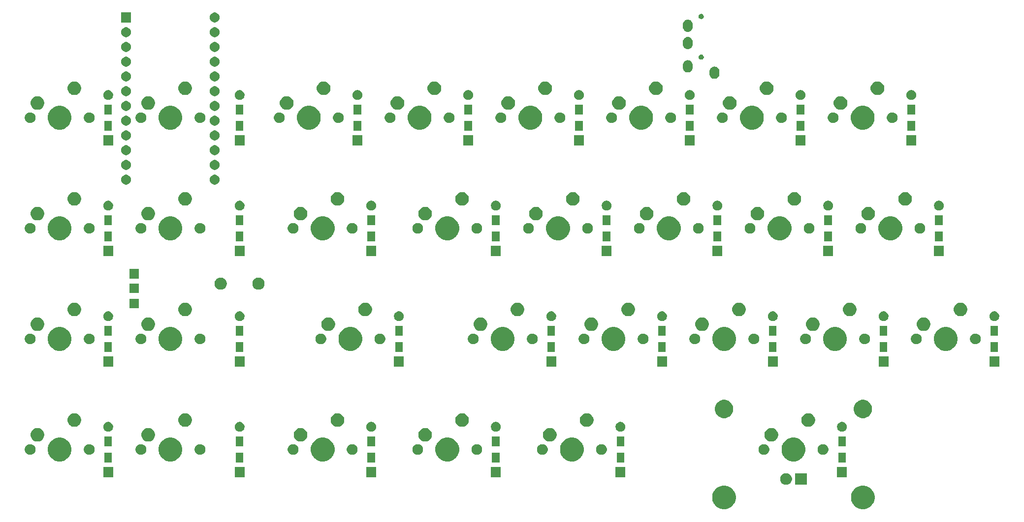
<source format=gbr>
G04 #@! TF.GenerationSoftware,KiCad,Pcbnew,(5.1.4)-1*
G04 #@! TF.CreationDate,2020-12-24T16:56:26-08:00*
G04 #@! TF.ProjectId,fracture-pcb-final,66726163-7475-4726-952d-7063622d6669,rev?*
G04 #@! TF.SameCoordinates,Original*
G04 #@! TF.FileFunction,Soldermask,Bot*
G04 #@! TF.FilePolarity,Negative*
%FSLAX46Y46*%
G04 Gerber Fmt 4.6, Leading zero omitted, Abs format (unit mm)*
G04 Created by KiCad (PCBNEW (5.1.4)-1) date 2020-12-24 16:56:26*
%MOMM*%
%LPD*%
G04 APERTURE LIST*
%ADD10C,0.100000*%
G04 APERTURE END LIST*
D10*
G36*
X97465724Y-130113684D02*
G01*
X97683724Y-130203983D01*
X97837873Y-130267833D01*
X98172798Y-130491623D01*
X98457627Y-130776452D01*
X98681417Y-131111377D01*
X98681417Y-131111378D01*
X98835566Y-131483526D01*
X98914150Y-131878594D01*
X98914150Y-132281406D01*
X98835566Y-132676474D01*
X98745267Y-132894474D01*
X98681417Y-133048623D01*
X98457627Y-133383548D01*
X98172798Y-133668377D01*
X97837873Y-133892167D01*
X97683724Y-133956017D01*
X97465724Y-134046316D01*
X97070656Y-134124900D01*
X96667844Y-134124900D01*
X96272776Y-134046316D01*
X96054776Y-133956017D01*
X95900627Y-133892167D01*
X95565702Y-133668377D01*
X95280873Y-133383548D01*
X95057083Y-133048623D01*
X94993233Y-132894474D01*
X94902934Y-132676474D01*
X94824350Y-132281406D01*
X94824350Y-131878594D01*
X94902934Y-131483526D01*
X95057083Y-131111378D01*
X95057083Y-131111377D01*
X95280873Y-130776452D01*
X95565702Y-130491623D01*
X95900627Y-130267833D01*
X96054776Y-130203983D01*
X96272776Y-130113684D01*
X96667844Y-130035100D01*
X97070656Y-130035100D01*
X97465724Y-130113684D01*
X97465724Y-130113684D01*
G37*
G36*
X73589724Y-130113684D02*
G01*
X73807724Y-130203983D01*
X73961873Y-130267833D01*
X74296798Y-130491623D01*
X74581627Y-130776452D01*
X74805417Y-131111377D01*
X74805417Y-131111378D01*
X74959566Y-131483526D01*
X75038150Y-131878594D01*
X75038150Y-132281406D01*
X74959566Y-132676474D01*
X74869267Y-132894474D01*
X74805417Y-133048623D01*
X74581627Y-133383548D01*
X74296798Y-133668377D01*
X73961873Y-133892167D01*
X73807724Y-133956017D01*
X73589724Y-134046316D01*
X73194656Y-134124900D01*
X72791844Y-134124900D01*
X72396776Y-134046316D01*
X72178776Y-133956017D01*
X72024627Y-133892167D01*
X71689702Y-133668377D01*
X71404873Y-133383548D01*
X71181083Y-133048623D01*
X71117233Y-132894474D01*
X71026934Y-132676474D01*
X70948350Y-132281406D01*
X70948350Y-131878594D01*
X71026934Y-131483526D01*
X71181083Y-131111378D01*
X71181083Y-131111377D01*
X71404873Y-130776452D01*
X71689702Y-130491623D01*
X72024627Y-130267833D01*
X72178776Y-130203983D01*
X72396776Y-130113684D01*
X72791844Y-130035100D01*
X73194656Y-130035100D01*
X73589724Y-130113684D01*
X73589724Y-130113684D01*
G37*
G36*
X83787675Y-127906988D02*
G01*
X83953960Y-127940063D01*
X84136586Y-128015709D01*
X84300944Y-128125530D01*
X84440720Y-128265306D01*
X84550541Y-128429664D01*
X84626187Y-128612290D01*
X84664750Y-128806164D01*
X84664750Y-129003836D01*
X84626187Y-129197710D01*
X84550541Y-129380336D01*
X84440720Y-129544694D01*
X84300944Y-129684470D01*
X84136586Y-129794291D01*
X83953960Y-129869937D01*
X83787675Y-129903012D01*
X83760087Y-129908500D01*
X83562413Y-129908500D01*
X83534825Y-129903012D01*
X83368540Y-129869937D01*
X83185914Y-129794291D01*
X83021556Y-129684470D01*
X82881780Y-129544694D01*
X82771959Y-129380336D01*
X82696313Y-129197710D01*
X82657750Y-129003836D01*
X82657750Y-128806164D01*
X82696313Y-128612290D01*
X82771959Y-128429664D01*
X82881780Y-128265306D01*
X83021556Y-128125530D01*
X83185914Y-128015709D01*
X83368540Y-127940063D01*
X83534825Y-127906988D01*
X83562413Y-127901500D01*
X83760087Y-127901500D01*
X83787675Y-127906988D01*
X83787675Y-127906988D01*
G37*
G36*
X87204750Y-129908500D02*
G01*
X85197750Y-129908500D01*
X85197750Y-127901500D01*
X87204750Y-127901500D01*
X87204750Y-129908500D01*
X87204750Y-129908500D01*
G37*
G36*
X-9467750Y-128576000D02*
G01*
X-11169750Y-128576000D01*
X-11169750Y-126874000D01*
X-9467750Y-126874000D01*
X-9467750Y-128576000D01*
X-9467750Y-128576000D01*
G37*
G36*
X-32073750Y-128576000D02*
G01*
X-33775750Y-128576000D01*
X-33775750Y-126874000D01*
X-32073750Y-126874000D01*
X-32073750Y-128576000D01*
X-32073750Y-128576000D01*
G37*
G36*
X34601250Y-128576000D02*
G01*
X32899250Y-128576000D01*
X32899250Y-126874000D01*
X34601250Y-126874000D01*
X34601250Y-128576000D01*
X34601250Y-128576000D01*
G37*
G36*
X94132500Y-128576000D02*
G01*
X92430500Y-128576000D01*
X92430500Y-126874000D01*
X94132500Y-126874000D01*
X94132500Y-128576000D01*
X94132500Y-128576000D01*
G37*
G36*
X56032500Y-128576000D02*
G01*
X54330500Y-128576000D01*
X54330500Y-126874000D01*
X56032500Y-126874000D01*
X56032500Y-128576000D01*
X56032500Y-128576000D01*
G37*
G36*
X13170000Y-128576000D02*
G01*
X11468000Y-128576000D01*
X11468000Y-126874000D01*
X13170000Y-126874000D01*
X13170000Y-128576000D01*
X13170000Y-128576000D01*
G37*
G36*
X93932500Y-126076000D02*
G01*
X92630500Y-126076000D01*
X92630500Y-124374000D01*
X93932500Y-124374000D01*
X93932500Y-126076000D01*
X93932500Y-126076000D01*
G37*
G36*
X55832500Y-126076000D02*
G01*
X54530500Y-126076000D01*
X54530500Y-124374000D01*
X55832500Y-124374000D01*
X55832500Y-126076000D01*
X55832500Y-126076000D01*
G37*
G36*
X34401250Y-126076000D02*
G01*
X33099250Y-126076000D01*
X33099250Y-124374000D01*
X34401250Y-124374000D01*
X34401250Y-126076000D01*
X34401250Y-126076000D01*
G37*
G36*
X-32273750Y-126076000D02*
G01*
X-33575750Y-126076000D01*
X-33575750Y-124374000D01*
X-32273750Y-124374000D01*
X-32273750Y-126076000D01*
X-32273750Y-126076000D01*
G37*
G36*
X-9667750Y-126076000D02*
G01*
X-10969750Y-126076000D01*
X-10969750Y-124374000D01*
X-9667750Y-124374000D01*
X-9667750Y-126076000D01*
X-9667750Y-126076000D01*
G37*
G36*
X12970000Y-126076000D02*
G01*
X11668000Y-126076000D01*
X11668000Y-124374000D01*
X12970000Y-124374000D01*
X12970000Y-126076000D01*
X12970000Y-126076000D01*
G37*
G36*
X25996474Y-121858684D02*
G01*
X26214474Y-121948983D01*
X26368623Y-122012833D01*
X26703548Y-122236623D01*
X26988377Y-122521452D01*
X27212167Y-122856377D01*
X27244562Y-122934586D01*
X27366316Y-123228526D01*
X27444900Y-123623594D01*
X27444900Y-124026406D01*
X27366316Y-124421474D01*
X27315451Y-124544272D01*
X27212167Y-124793623D01*
X26988377Y-125128548D01*
X26703548Y-125413377D01*
X26368623Y-125637167D01*
X26214474Y-125701017D01*
X25996474Y-125791316D01*
X25601406Y-125869900D01*
X25198594Y-125869900D01*
X24803526Y-125791316D01*
X24585526Y-125701017D01*
X24431377Y-125637167D01*
X24096452Y-125413377D01*
X23811623Y-125128548D01*
X23587833Y-124793623D01*
X23484549Y-124544272D01*
X23433684Y-124421474D01*
X23355100Y-124026406D01*
X23355100Y-123623594D01*
X23433684Y-123228526D01*
X23555438Y-122934586D01*
X23587833Y-122856377D01*
X23811623Y-122521452D01*
X24096452Y-122236623D01*
X24431377Y-122012833D01*
X24585526Y-121948983D01*
X24803526Y-121858684D01*
X25198594Y-121780100D01*
X25601406Y-121780100D01*
X25996474Y-121858684D01*
X25996474Y-121858684D01*
G37*
G36*
X85527724Y-121858684D02*
G01*
X85745724Y-121948983D01*
X85899873Y-122012833D01*
X86234798Y-122236623D01*
X86519627Y-122521452D01*
X86743417Y-122856377D01*
X86775812Y-122934586D01*
X86897566Y-123228526D01*
X86976150Y-123623594D01*
X86976150Y-124026406D01*
X86897566Y-124421474D01*
X86846701Y-124544272D01*
X86743417Y-124793623D01*
X86519627Y-125128548D01*
X86234798Y-125413377D01*
X85899873Y-125637167D01*
X85745724Y-125701017D01*
X85527724Y-125791316D01*
X85132656Y-125869900D01*
X84729844Y-125869900D01*
X84334776Y-125791316D01*
X84116776Y-125701017D01*
X83962627Y-125637167D01*
X83627702Y-125413377D01*
X83342873Y-125128548D01*
X83119083Y-124793623D01*
X83015799Y-124544272D01*
X82964934Y-124421474D01*
X82886350Y-124026406D01*
X82886350Y-123623594D01*
X82964934Y-123228526D01*
X83086688Y-122934586D01*
X83119083Y-122856377D01*
X83342873Y-122521452D01*
X83627702Y-122236623D01*
X83962627Y-122012833D01*
X84116776Y-121948983D01*
X84334776Y-121858684D01*
X84729844Y-121780100D01*
X85132656Y-121780100D01*
X85527724Y-121858684D01*
X85527724Y-121858684D01*
G37*
G36*
X-40678526Y-121858684D02*
G01*
X-40460526Y-121948983D01*
X-40306377Y-122012833D01*
X-39971452Y-122236623D01*
X-39686623Y-122521452D01*
X-39462833Y-122856377D01*
X-39430438Y-122934586D01*
X-39308684Y-123228526D01*
X-39230100Y-123623594D01*
X-39230100Y-124026406D01*
X-39308684Y-124421474D01*
X-39359549Y-124544272D01*
X-39462833Y-124793623D01*
X-39686623Y-125128548D01*
X-39971452Y-125413377D01*
X-40306377Y-125637167D01*
X-40460526Y-125701017D01*
X-40678526Y-125791316D01*
X-41073594Y-125869900D01*
X-41476406Y-125869900D01*
X-41871474Y-125791316D01*
X-42089474Y-125701017D01*
X-42243623Y-125637167D01*
X-42578548Y-125413377D01*
X-42863377Y-125128548D01*
X-43087167Y-124793623D01*
X-43190451Y-124544272D01*
X-43241316Y-124421474D01*
X-43319900Y-124026406D01*
X-43319900Y-123623594D01*
X-43241316Y-123228526D01*
X-43119562Y-122934586D01*
X-43087167Y-122856377D01*
X-42863377Y-122521452D01*
X-42578548Y-122236623D01*
X-42243623Y-122012833D01*
X-42089474Y-121948983D01*
X-41871474Y-121858684D01*
X-41476406Y-121780100D01*
X-41073594Y-121780100D01*
X-40678526Y-121858684D01*
X-40678526Y-121858684D01*
G37*
G36*
X47427724Y-121858684D02*
G01*
X47645724Y-121948983D01*
X47799873Y-122012833D01*
X48134798Y-122236623D01*
X48419627Y-122521452D01*
X48643417Y-122856377D01*
X48675812Y-122934586D01*
X48797566Y-123228526D01*
X48876150Y-123623594D01*
X48876150Y-124026406D01*
X48797566Y-124421474D01*
X48746701Y-124544272D01*
X48643417Y-124793623D01*
X48419627Y-125128548D01*
X48134798Y-125413377D01*
X47799873Y-125637167D01*
X47645724Y-125701017D01*
X47427724Y-125791316D01*
X47032656Y-125869900D01*
X46629844Y-125869900D01*
X46234776Y-125791316D01*
X46016776Y-125701017D01*
X45862627Y-125637167D01*
X45527702Y-125413377D01*
X45242873Y-125128548D01*
X45019083Y-124793623D01*
X44915799Y-124544272D01*
X44864934Y-124421474D01*
X44786350Y-124026406D01*
X44786350Y-123623594D01*
X44864934Y-123228526D01*
X44986688Y-122934586D01*
X45019083Y-122856377D01*
X45242873Y-122521452D01*
X45527702Y-122236623D01*
X45862627Y-122012833D01*
X46016776Y-121948983D01*
X46234776Y-121858684D01*
X46629844Y-121780100D01*
X47032656Y-121780100D01*
X47427724Y-121858684D01*
X47427724Y-121858684D01*
G37*
G36*
X-21628526Y-121858684D02*
G01*
X-21410526Y-121948983D01*
X-21256377Y-122012833D01*
X-20921452Y-122236623D01*
X-20636623Y-122521452D01*
X-20412833Y-122856377D01*
X-20380438Y-122934586D01*
X-20258684Y-123228526D01*
X-20180100Y-123623594D01*
X-20180100Y-124026406D01*
X-20258684Y-124421474D01*
X-20309549Y-124544272D01*
X-20412833Y-124793623D01*
X-20636623Y-125128548D01*
X-20921452Y-125413377D01*
X-21256377Y-125637167D01*
X-21410526Y-125701017D01*
X-21628526Y-125791316D01*
X-22023594Y-125869900D01*
X-22426406Y-125869900D01*
X-22821474Y-125791316D01*
X-23039474Y-125701017D01*
X-23193623Y-125637167D01*
X-23528548Y-125413377D01*
X-23813377Y-125128548D01*
X-24037167Y-124793623D01*
X-24140451Y-124544272D01*
X-24191316Y-124421474D01*
X-24269900Y-124026406D01*
X-24269900Y-123623594D01*
X-24191316Y-123228526D01*
X-24069562Y-122934586D01*
X-24037167Y-122856377D01*
X-23813377Y-122521452D01*
X-23528548Y-122236623D01*
X-23193623Y-122012833D01*
X-23039474Y-121948983D01*
X-22821474Y-121858684D01*
X-22426406Y-121780100D01*
X-22023594Y-121780100D01*
X-21628526Y-121858684D01*
X-21628526Y-121858684D01*
G37*
G36*
X4565224Y-121858684D02*
G01*
X4783224Y-121948983D01*
X4937373Y-122012833D01*
X5272298Y-122236623D01*
X5557127Y-122521452D01*
X5780917Y-122856377D01*
X5813312Y-122934586D01*
X5935066Y-123228526D01*
X6013650Y-123623594D01*
X6013650Y-124026406D01*
X5935066Y-124421474D01*
X5884201Y-124544272D01*
X5780917Y-124793623D01*
X5557127Y-125128548D01*
X5272298Y-125413377D01*
X4937373Y-125637167D01*
X4783224Y-125701017D01*
X4565224Y-125791316D01*
X4170156Y-125869900D01*
X3767344Y-125869900D01*
X3372276Y-125791316D01*
X3154276Y-125701017D01*
X3000127Y-125637167D01*
X2665202Y-125413377D01*
X2380373Y-125128548D01*
X2156583Y-124793623D01*
X2053299Y-124544272D01*
X2002434Y-124421474D01*
X1923850Y-124026406D01*
X1923850Y-123623594D01*
X2002434Y-123228526D01*
X2124188Y-122934586D01*
X2156583Y-122856377D01*
X2380373Y-122521452D01*
X2665202Y-122236623D01*
X3000127Y-122012833D01*
X3154276Y-121948983D01*
X3372276Y-121858684D01*
X3767344Y-121780100D01*
X4170156Y-121780100D01*
X4565224Y-121858684D01*
X4565224Y-121858684D01*
G37*
G36*
X9318854Y-122934585D02*
G01*
X9487376Y-123004389D01*
X9639041Y-123105728D01*
X9768022Y-123234709D01*
X9869361Y-123386374D01*
X9939165Y-123554896D01*
X9974750Y-123733797D01*
X9974750Y-123916203D01*
X9939165Y-124095104D01*
X9869361Y-124263626D01*
X9768022Y-124415291D01*
X9639041Y-124544272D01*
X9487376Y-124645611D01*
X9318854Y-124715415D01*
X9139953Y-124751000D01*
X8957547Y-124751000D01*
X8778646Y-124715415D01*
X8610124Y-124645611D01*
X8458459Y-124544272D01*
X8329478Y-124415291D01*
X8228139Y-124263626D01*
X8158335Y-124095104D01*
X8122750Y-123916203D01*
X8122750Y-123733797D01*
X8158335Y-123554896D01*
X8228139Y-123386374D01*
X8329478Y-123234709D01*
X8458459Y-123105728D01*
X8610124Y-123004389D01*
X8778646Y-122934585D01*
X8957547Y-122899000D01*
X9139953Y-122899000D01*
X9318854Y-122934585D01*
X9318854Y-122934585D01*
G37*
G36*
X20590104Y-122934585D02*
G01*
X20758626Y-123004389D01*
X20910291Y-123105728D01*
X21039272Y-123234709D01*
X21140611Y-123386374D01*
X21210415Y-123554896D01*
X21246000Y-123733797D01*
X21246000Y-123916203D01*
X21210415Y-124095104D01*
X21140611Y-124263626D01*
X21039272Y-124415291D01*
X20910291Y-124544272D01*
X20758626Y-124645611D01*
X20590104Y-124715415D01*
X20411203Y-124751000D01*
X20228797Y-124751000D01*
X20049896Y-124715415D01*
X19881374Y-124645611D01*
X19729709Y-124544272D01*
X19600728Y-124415291D01*
X19499389Y-124263626D01*
X19429585Y-124095104D01*
X19394000Y-123916203D01*
X19394000Y-123733797D01*
X19429585Y-123554896D01*
X19499389Y-123386374D01*
X19600728Y-123234709D01*
X19729709Y-123105728D01*
X19881374Y-123004389D01*
X20049896Y-122934585D01*
X20228797Y-122899000D01*
X20411203Y-122899000D01*
X20590104Y-122934585D01*
X20590104Y-122934585D01*
G37*
G36*
X30750104Y-122934585D02*
G01*
X30918626Y-123004389D01*
X31070291Y-123105728D01*
X31199272Y-123234709D01*
X31300611Y-123386374D01*
X31370415Y-123554896D01*
X31406000Y-123733797D01*
X31406000Y-123916203D01*
X31370415Y-124095104D01*
X31300611Y-124263626D01*
X31199272Y-124415291D01*
X31070291Y-124544272D01*
X30918626Y-124645611D01*
X30750104Y-124715415D01*
X30571203Y-124751000D01*
X30388797Y-124751000D01*
X30209896Y-124715415D01*
X30041374Y-124645611D01*
X29889709Y-124544272D01*
X29760728Y-124415291D01*
X29659389Y-124263626D01*
X29589585Y-124095104D01*
X29554000Y-123916203D01*
X29554000Y-123733797D01*
X29589585Y-123554896D01*
X29659389Y-123386374D01*
X29760728Y-123234709D01*
X29889709Y-123105728D01*
X30041374Y-123004389D01*
X30209896Y-122934585D01*
X30388797Y-122899000D01*
X30571203Y-122899000D01*
X30750104Y-122934585D01*
X30750104Y-122934585D01*
G37*
G36*
X42021354Y-122934585D02*
G01*
X42189876Y-123004389D01*
X42341541Y-123105728D01*
X42470522Y-123234709D01*
X42571861Y-123386374D01*
X42641665Y-123554896D01*
X42677250Y-123733797D01*
X42677250Y-123916203D01*
X42641665Y-124095104D01*
X42571861Y-124263626D01*
X42470522Y-124415291D01*
X42341541Y-124544272D01*
X42189876Y-124645611D01*
X42021354Y-124715415D01*
X41842453Y-124751000D01*
X41660047Y-124751000D01*
X41481146Y-124715415D01*
X41312624Y-124645611D01*
X41160959Y-124544272D01*
X41031978Y-124415291D01*
X40930639Y-124263626D01*
X40860835Y-124095104D01*
X40825250Y-123916203D01*
X40825250Y-123733797D01*
X40860835Y-123554896D01*
X40930639Y-123386374D01*
X41031978Y-123234709D01*
X41160959Y-123105728D01*
X41312624Y-123004389D01*
X41481146Y-122934585D01*
X41660047Y-122899000D01*
X41842453Y-122899000D01*
X42021354Y-122934585D01*
X42021354Y-122934585D01*
G37*
G36*
X52181354Y-122934585D02*
G01*
X52349876Y-123004389D01*
X52501541Y-123105728D01*
X52630522Y-123234709D01*
X52731861Y-123386374D01*
X52801665Y-123554896D01*
X52837250Y-123733797D01*
X52837250Y-123916203D01*
X52801665Y-124095104D01*
X52731861Y-124263626D01*
X52630522Y-124415291D01*
X52501541Y-124544272D01*
X52349876Y-124645611D01*
X52181354Y-124715415D01*
X52002453Y-124751000D01*
X51820047Y-124751000D01*
X51641146Y-124715415D01*
X51472624Y-124645611D01*
X51320959Y-124544272D01*
X51191978Y-124415291D01*
X51090639Y-124263626D01*
X51020835Y-124095104D01*
X50985250Y-123916203D01*
X50985250Y-123733797D01*
X51020835Y-123554896D01*
X51090639Y-123386374D01*
X51191978Y-123234709D01*
X51320959Y-123105728D01*
X51472624Y-123004389D01*
X51641146Y-122934585D01*
X51820047Y-122899000D01*
X52002453Y-122899000D01*
X52181354Y-122934585D01*
X52181354Y-122934585D01*
G37*
G36*
X-841146Y-122934585D02*
G01*
X-672624Y-123004389D01*
X-520959Y-123105728D01*
X-391978Y-123234709D01*
X-290639Y-123386374D01*
X-220835Y-123554896D01*
X-185250Y-123733797D01*
X-185250Y-123916203D01*
X-220835Y-124095104D01*
X-290639Y-124263626D01*
X-391978Y-124415291D01*
X-520959Y-124544272D01*
X-672624Y-124645611D01*
X-841146Y-124715415D01*
X-1020047Y-124751000D01*
X-1202453Y-124751000D01*
X-1381354Y-124715415D01*
X-1549876Y-124645611D01*
X-1701541Y-124544272D01*
X-1830522Y-124415291D01*
X-1931861Y-124263626D01*
X-2001665Y-124095104D01*
X-2037250Y-123916203D01*
X-2037250Y-123733797D01*
X-2001665Y-123554896D01*
X-1931861Y-123386374D01*
X-1830522Y-123234709D01*
X-1701541Y-123105728D01*
X-1549876Y-123004389D01*
X-1381354Y-122934585D01*
X-1202453Y-122899000D01*
X-1020047Y-122899000D01*
X-841146Y-122934585D01*
X-841146Y-122934585D01*
G37*
G36*
X-27034896Y-122934585D02*
G01*
X-26866374Y-123004389D01*
X-26714709Y-123105728D01*
X-26585728Y-123234709D01*
X-26484389Y-123386374D01*
X-26414585Y-123554896D01*
X-26379000Y-123733797D01*
X-26379000Y-123916203D01*
X-26414585Y-124095104D01*
X-26484389Y-124263626D01*
X-26585728Y-124415291D01*
X-26714709Y-124544272D01*
X-26866374Y-124645611D01*
X-27034896Y-124715415D01*
X-27213797Y-124751000D01*
X-27396203Y-124751000D01*
X-27575104Y-124715415D01*
X-27743626Y-124645611D01*
X-27895291Y-124544272D01*
X-28024272Y-124415291D01*
X-28125611Y-124263626D01*
X-28195415Y-124095104D01*
X-28231000Y-123916203D01*
X-28231000Y-123733797D01*
X-28195415Y-123554896D01*
X-28125611Y-123386374D01*
X-28024272Y-123234709D01*
X-27895291Y-123105728D01*
X-27743626Y-123004389D01*
X-27575104Y-122934585D01*
X-27396203Y-122899000D01*
X-27213797Y-122899000D01*
X-27034896Y-122934585D01*
X-27034896Y-122934585D01*
G37*
G36*
X-16874896Y-122934585D02*
G01*
X-16706374Y-123004389D01*
X-16554709Y-123105728D01*
X-16425728Y-123234709D01*
X-16324389Y-123386374D01*
X-16254585Y-123554896D01*
X-16219000Y-123733797D01*
X-16219000Y-123916203D01*
X-16254585Y-124095104D01*
X-16324389Y-124263626D01*
X-16425728Y-124415291D01*
X-16554709Y-124544272D01*
X-16706374Y-124645611D01*
X-16874896Y-124715415D01*
X-17053797Y-124751000D01*
X-17236203Y-124751000D01*
X-17415104Y-124715415D01*
X-17583626Y-124645611D01*
X-17735291Y-124544272D01*
X-17864272Y-124415291D01*
X-17965611Y-124263626D01*
X-18035415Y-124095104D01*
X-18071000Y-123916203D01*
X-18071000Y-123733797D01*
X-18035415Y-123554896D01*
X-17965611Y-123386374D01*
X-17864272Y-123234709D01*
X-17735291Y-123105728D01*
X-17583626Y-123004389D01*
X-17415104Y-122934585D01*
X-17236203Y-122899000D01*
X-17053797Y-122899000D01*
X-16874896Y-122934585D01*
X-16874896Y-122934585D01*
G37*
G36*
X-46084896Y-122934585D02*
G01*
X-45916374Y-123004389D01*
X-45764709Y-123105728D01*
X-45635728Y-123234709D01*
X-45534389Y-123386374D01*
X-45464585Y-123554896D01*
X-45429000Y-123733797D01*
X-45429000Y-123916203D01*
X-45464585Y-124095104D01*
X-45534389Y-124263626D01*
X-45635728Y-124415291D01*
X-45764709Y-124544272D01*
X-45916374Y-124645611D01*
X-46084896Y-124715415D01*
X-46263797Y-124751000D01*
X-46446203Y-124751000D01*
X-46625104Y-124715415D01*
X-46793626Y-124645611D01*
X-46945291Y-124544272D01*
X-47074272Y-124415291D01*
X-47175611Y-124263626D01*
X-47245415Y-124095104D01*
X-47281000Y-123916203D01*
X-47281000Y-123733797D01*
X-47245415Y-123554896D01*
X-47175611Y-123386374D01*
X-47074272Y-123234709D01*
X-46945291Y-123105728D01*
X-46793626Y-123004389D01*
X-46625104Y-122934585D01*
X-46446203Y-122899000D01*
X-46263797Y-122899000D01*
X-46084896Y-122934585D01*
X-46084896Y-122934585D01*
G37*
G36*
X-35924896Y-122934585D02*
G01*
X-35756374Y-123004389D01*
X-35604709Y-123105728D01*
X-35475728Y-123234709D01*
X-35374389Y-123386374D01*
X-35304585Y-123554896D01*
X-35269000Y-123733797D01*
X-35269000Y-123916203D01*
X-35304585Y-124095104D01*
X-35374389Y-124263626D01*
X-35475728Y-124415291D01*
X-35604709Y-124544272D01*
X-35756374Y-124645611D01*
X-35924896Y-124715415D01*
X-36103797Y-124751000D01*
X-36286203Y-124751000D01*
X-36465104Y-124715415D01*
X-36633626Y-124645611D01*
X-36785291Y-124544272D01*
X-36914272Y-124415291D01*
X-37015611Y-124263626D01*
X-37085415Y-124095104D01*
X-37121000Y-123916203D01*
X-37121000Y-123733797D01*
X-37085415Y-123554896D01*
X-37015611Y-123386374D01*
X-36914272Y-123234709D01*
X-36785291Y-123105728D01*
X-36633626Y-123004389D01*
X-36465104Y-122934585D01*
X-36286203Y-122899000D01*
X-36103797Y-122899000D01*
X-35924896Y-122934585D01*
X-35924896Y-122934585D01*
G37*
G36*
X80121354Y-122934585D02*
G01*
X80289876Y-123004389D01*
X80441541Y-123105728D01*
X80570522Y-123234709D01*
X80671861Y-123386374D01*
X80741665Y-123554896D01*
X80777250Y-123733797D01*
X80777250Y-123916203D01*
X80741665Y-124095104D01*
X80671861Y-124263626D01*
X80570522Y-124415291D01*
X80441541Y-124544272D01*
X80289876Y-124645611D01*
X80121354Y-124715415D01*
X79942453Y-124751000D01*
X79760047Y-124751000D01*
X79581146Y-124715415D01*
X79412624Y-124645611D01*
X79260959Y-124544272D01*
X79131978Y-124415291D01*
X79030639Y-124263626D01*
X78960835Y-124095104D01*
X78925250Y-123916203D01*
X78925250Y-123733797D01*
X78960835Y-123554896D01*
X79030639Y-123386374D01*
X79131978Y-123234709D01*
X79260959Y-123105728D01*
X79412624Y-123004389D01*
X79581146Y-122934585D01*
X79760047Y-122899000D01*
X79942453Y-122899000D01*
X80121354Y-122934585D01*
X80121354Y-122934585D01*
G37*
G36*
X90281354Y-122934585D02*
G01*
X90449876Y-123004389D01*
X90601541Y-123105728D01*
X90730522Y-123234709D01*
X90831861Y-123386374D01*
X90901665Y-123554896D01*
X90937250Y-123733797D01*
X90937250Y-123916203D01*
X90901665Y-124095104D01*
X90831861Y-124263626D01*
X90730522Y-124415291D01*
X90601541Y-124544272D01*
X90449876Y-124645611D01*
X90281354Y-124715415D01*
X90102453Y-124751000D01*
X89920047Y-124751000D01*
X89741146Y-124715415D01*
X89572624Y-124645611D01*
X89420959Y-124544272D01*
X89291978Y-124415291D01*
X89190639Y-124263626D01*
X89120835Y-124095104D01*
X89085250Y-123916203D01*
X89085250Y-123733797D01*
X89120835Y-123554896D01*
X89190639Y-123386374D01*
X89291978Y-123234709D01*
X89420959Y-123105728D01*
X89572624Y-123004389D01*
X89741146Y-122934585D01*
X89920047Y-122899000D01*
X90102453Y-122899000D01*
X90281354Y-122934585D01*
X90281354Y-122934585D01*
G37*
G36*
X-9667750Y-123276000D02*
G01*
X-10969750Y-123276000D01*
X-10969750Y-121574000D01*
X-9667750Y-121574000D01*
X-9667750Y-123276000D01*
X-9667750Y-123276000D01*
G37*
G36*
X12970000Y-123276000D02*
G01*
X11668000Y-123276000D01*
X11668000Y-121574000D01*
X12970000Y-121574000D01*
X12970000Y-123276000D01*
X12970000Y-123276000D01*
G37*
G36*
X93932500Y-123276000D02*
G01*
X92630500Y-123276000D01*
X92630500Y-121574000D01*
X93932500Y-121574000D01*
X93932500Y-123276000D01*
X93932500Y-123276000D01*
G37*
G36*
X55832500Y-123276000D02*
G01*
X54530500Y-123276000D01*
X54530500Y-121574000D01*
X55832500Y-121574000D01*
X55832500Y-123276000D01*
X55832500Y-123276000D01*
G37*
G36*
X-32273750Y-123276000D02*
G01*
X-33575750Y-123276000D01*
X-33575750Y-121574000D01*
X-32273750Y-121574000D01*
X-32273750Y-123276000D01*
X-32273750Y-123276000D01*
G37*
G36*
X34401250Y-123276000D02*
G01*
X33099250Y-123276000D01*
X33099250Y-121574000D01*
X34401250Y-121574000D01*
X34401250Y-123276000D01*
X34401250Y-123276000D01*
G37*
G36*
X-44893440Y-120124064D02*
G01*
X-44741973Y-120154193D01*
X-44527955Y-120242842D01*
X-44527954Y-120242843D01*
X-44335346Y-120371539D01*
X-44171539Y-120535346D01*
X-44085742Y-120663751D01*
X-44042842Y-120727955D01*
X-43954193Y-120941973D01*
X-43909000Y-121169174D01*
X-43909000Y-121400826D01*
X-43954193Y-121628027D01*
X-44042842Y-121842045D01*
X-44042843Y-121842046D01*
X-44171539Y-122034654D01*
X-44335346Y-122198461D01*
X-44392460Y-122236623D01*
X-44527955Y-122327158D01*
X-44741973Y-122415807D01*
X-44893440Y-122445936D01*
X-44969173Y-122461000D01*
X-45200827Y-122461000D01*
X-45276560Y-122445936D01*
X-45428027Y-122415807D01*
X-45642045Y-122327158D01*
X-45777540Y-122236623D01*
X-45834654Y-122198461D01*
X-45998461Y-122034654D01*
X-46127157Y-121842046D01*
X-46127158Y-121842045D01*
X-46215807Y-121628027D01*
X-46261000Y-121400826D01*
X-46261000Y-121169174D01*
X-46215807Y-120941973D01*
X-46127158Y-120727955D01*
X-46084258Y-120663751D01*
X-45998461Y-120535346D01*
X-45834654Y-120371539D01*
X-45642046Y-120242843D01*
X-45642045Y-120242842D01*
X-45428027Y-120154193D01*
X-45276560Y-120124064D01*
X-45200827Y-120109000D01*
X-44969173Y-120109000D01*
X-44893440Y-120124064D01*
X-44893440Y-120124064D01*
G37*
G36*
X21781560Y-120124064D02*
G01*
X21933027Y-120154193D01*
X22147045Y-120242842D01*
X22147046Y-120242843D01*
X22339654Y-120371539D01*
X22503461Y-120535346D01*
X22589258Y-120663751D01*
X22632158Y-120727955D01*
X22720807Y-120941973D01*
X22766000Y-121169174D01*
X22766000Y-121400826D01*
X22720807Y-121628027D01*
X22632158Y-121842045D01*
X22632157Y-121842046D01*
X22503461Y-122034654D01*
X22339654Y-122198461D01*
X22282540Y-122236623D01*
X22147045Y-122327158D01*
X21933027Y-122415807D01*
X21781560Y-122445936D01*
X21705827Y-122461000D01*
X21474173Y-122461000D01*
X21398440Y-122445936D01*
X21246973Y-122415807D01*
X21032955Y-122327158D01*
X20897460Y-122236623D01*
X20840346Y-122198461D01*
X20676539Y-122034654D01*
X20547843Y-121842046D01*
X20547842Y-121842045D01*
X20459193Y-121628027D01*
X20414000Y-121400826D01*
X20414000Y-121169174D01*
X20459193Y-120941973D01*
X20547842Y-120727955D01*
X20590742Y-120663751D01*
X20676539Y-120535346D01*
X20840346Y-120371539D01*
X21032954Y-120242843D01*
X21032955Y-120242842D01*
X21246973Y-120154193D01*
X21398440Y-120124064D01*
X21474173Y-120109000D01*
X21705827Y-120109000D01*
X21781560Y-120124064D01*
X21781560Y-120124064D01*
G37*
G36*
X43212810Y-120124064D02*
G01*
X43364277Y-120154193D01*
X43578295Y-120242842D01*
X43578296Y-120242843D01*
X43770904Y-120371539D01*
X43934711Y-120535346D01*
X44020508Y-120663751D01*
X44063408Y-120727955D01*
X44152057Y-120941973D01*
X44197250Y-121169174D01*
X44197250Y-121400826D01*
X44152057Y-121628027D01*
X44063408Y-121842045D01*
X44063407Y-121842046D01*
X43934711Y-122034654D01*
X43770904Y-122198461D01*
X43713790Y-122236623D01*
X43578295Y-122327158D01*
X43364277Y-122415807D01*
X43212810Y-122445936D01*
X43137077Y-122461000D01*
X42905423Y-122461000D01*
X42829690Y-122445936D01*
X42678223Y-122415807D01*
X42464205Y-122327158D01*
X42328710Y-122236623D01*
X42271596Y-122198461D01*
X42107789Y-122034654D01*
X41979093Y-121842046D01*
X41979092Y-121842045D01*
X41890443Y-121628027D01*
X41845250Y-121400826D01*
X41845250Y-121169174D01*
X41890443Y-120941973D01*
X41979092Y-120727955D01*
X42021992Y-120663751D01*
X42107789Y-120535346D01*
X42271596Y-120371539D01*
X42464204Y-120242843D01*
X42464205Y-120242842D01*
X42678223Y-120154193D01*
X42829690Y-120124064D01*
X42905423Y-120109000D01*
X43137077Y-120109000D01*
X43212810Y-120124064D01*
X43212810Y-120124064D01*
G37*
G36*
X81312810Y-120124064D02*
G01*
X81464277Y-120154193D01*
X81678295Y-120242842D01*
X81678296Y-120242843D01*
X81870904Y-120371539D01*
X82034711Y-120535346D01*
X82120508Y-120663751D01*
X82163408Y-120727955D01*
X82252057Y-120941973D01*
X82297250Y-121169174D01*
X82297250Y-121400826D01*
X82252057Y-121628027D01*
X82163408Y-121842045D01*
X82163407Y-121842046D01*
X82034711Y-122034654D01*
X81870904Y-122198461D01*
X81813790Y-122236623D01*
X81678295Y-122327158D01*
X81464277Y-122415807D01*
X81312810Y-122445936D01*
X81237077Y-122461000D01*
X81005423Y-122461000D01*
X80929690Y-122445936D01*
X80778223Y-122415807D01*
X80564205Y-122327158D01*
X80428710Y-122236623D01*
X80371596Y-122198461D01*
X80207789Y-122034654D01*
X80079093Y-121842046D01*
X80079092Y-121842045D01*
X79990443Y-121628027D01*
X79945250Y-121400826D01*
X79945250Y-121169174D01*
X79990443Y-120941973D01*
X80079092Y-120727955D01*
X80121992Y-120663751D01*
X80207789Y-120535346D01*
X80371596Y-120371539D01*
X80564204Y-120242843D01*
X80564205Y-120242842D01*
X80778223Y-120154193D01*
X80929690Y-120124064D01*
X81005423Y-120109000D01*
X81237077Y-120109000D01*
X81312810Y-120124064D01*
X81312810Y-120124064D01*
G37*
G36*
X-25843440Y-120124064D02*
G01*
X-25691973Y-120154193D01*
X-25477955Y-120242842D01*
X-25477954Y-120242843D01*
X-25285346Y-120371539D01*
X-25121539Y-120535346D01*
X-25035742Y-120663751D01*
X-24992842Y-120727955D01*
X-24904193Y-120941973D01*
X-24859000Y-121169174D01*
X-24859000Y-121400826D01*
X-24904193Y-121628027D01*
X-24992842Y-121842045D01*
X-24992843Y-121842046D01*
X-25121539Y-122034654D01*
X-25285346Y-122198461D01*
X-25342460Y-122236623D01*
X-25477955Y-122327158D01*
X-25691973Y-122415807D01*
X-25843440Y-122445936D01*
X-25919173Y-122461000D01*
X-26150827Y-122461000D01*
X-26226560Y-122445936D01*
X-26378027Y-122415807D01*
X-26592045Y-122327158D01*
X-26727540Y-122236623D01*
X-26784654Y-122198461D01*
X-26948461Y-122034654D01*
X-27077157Y-121842046D01*
X-27077158Y-121842045D01*
X-27165807Y-121628027D01*
X-27211000Y-121400826D01*
X-27211000Y-121169174D01*
X-27165807Y-120941973D01*
X-27077158Y-120727955D01*
X-27034258Y-120663751D01*
X-26948461Y-120535346D01*
X-26784654Y-120371539D01*
X-26592046Y-120242843D01*
X-26592045Y-120242842D01*
X-26378027Y-120154193D01*
X-26226560Y-120124064D01*
X-26150827Y-120109000D01*
X-25919173Y-120109000D01*
X-25843440Y-120124064D01*
X-25843440Y-120124064D01*
G37*
G36*
X350310Y-120124064D02*
G01*
X501777Y-120154193D01*
X715795Y-120242842D01*
X715796Y-120242843D01*
X908404Y-120371539D01*
X1072211Y-120535346D01*
X1158008Y-120663751D01*
X1200908Y-120727955D01*
X1289557Y-120941973D01*
X1334750Y-121169174D01*
X1334750Y-121400826D01*
X1289557Y-121628027D01*
X1200908Y-121842045D01*
X1200907Y-121842046D01*
X1072211Y-122034654D01*
X908404Y-122198461D01*
X851290Y-122236623D01*
X715795Y-122327158D01*
X501777Y-122415807D01*
X350310Y-122445936D01*
X274577Y-122461000D01*
X42923Y-122461000D01*
X-32810Y-122445936D01*
X-184277Y-122415807D01*
X-398295Y-122327158D01*
X-533790Y-122236623D01*
X-590904Y-122198461D01*
X-754711Y-122034654D01*
X-883407Y-121842046D01*
X-883408Y-121842045D01*
X-972057Y-121628027D01*
X-1017250Y-121400826D01*
X-1017250Y-121169174D01*
X-972057Y-120941973D01*
X-883408Y-120727955D01*
X-840508Y-120663751D01*
X-754711Y-120535346D01*
X-590904Y-120371539D01*
X-398296Y-120242843D01*
X-398295Y-120242842D01*
X-184277Y-120154193D01*
X-32810Y-120124064D01*
X42923Y-120109000D01*
X274577Y-120109000D01*
X350310Y-120124064D01*
X350310Y-120124064D01*
G37*
G36*
X12567228Y-119106703D02*
G01*
X12722100Y-119170853D01*
X12861481Y-119263985D01*
X12980015Y-119382519D01*
X13073147Y-119521900D01*
X13137297Y-119676772D01*
X13170000Y-119841184D01*
X13170000Y-120008816D01*
X13137297Y-120173228D01*
X13073147Y-120328100D01*
X12980015Y-120467481D01*
X12861481Y-120586015D01*
X12722100Y-120679147D01*
X12567228Y-120743297D01*
X12402816Y-120776000D01*
X12235184Y-120776000D01*
X12070772Y-120743297D01*
X11915900Y-120679147D01*
X11776519Y-120586015D01*
X11657985Y-120467481D01*
X11564853Y-120328100D01*
X11500703Y-120173228D01*
X11468000Y-120008816D01*
X11468000Y-119841184D01*
X11500703Y-119676772D01*
X11564853Y-119521900D01*
X11657985Y-119382519D01*
X11776519Y-119263985D01*
X11915900Y-119170853D01*
X12070772Y-119106703D01*
X12235184Y-119074000D01*
X12402816Y-119074000D01*
X12567228Y-119106703D01*
X12567228Y-119106703D01*
G37*
G36*
X-10070522Y-119106703D02*
G01*
X-9915650Y-119170853D01*
X-9776269Y-119263985D01*
X-9657735Y-119382519D01*
X-9564603Y-119521900D01*
X-9500453Y-119676772D01*
X-9467750Y-119841184D01*
X-9467750Y-120008816D01*
X-9500453Y-120173228D01*
X-9564603Y-120328100D01*
X-9657735Y-120467481D01*
X-9776269Y-120586015D01*
X-9915650Y-120679147D01*
X-10070522Y-120743297D01*
X-10234934Y-120776000D01*
X-10402566Y-120776000D01*
X-10566978Y-120743297D01*
X-10721850Y-120679147D01*
X-10861231Y-120586015D01*
X-10979765Y-120467481D01*
X-11072897Y-120328100D01*
X-11137047Y-120173228D01*
X-11169750Y-120008816D01*
X-11169750Y-119841184D01*
X-11137047Y-119676772D01*
X-11072897Y-119521900D01*
X-10979765Y-119382519D01*
X-10861231Y-119263985D01*
X-10721850Y-119170853D01*
X-10566978Y-119106703D01*
X-10402566Y-119074000D01*
X-10234934Y-119074000D01*
X-10070522Y-119106703D01*
X-10070522Y-119106703D01*
G37*
G36*
X55429728Y-119106703D02*
G01*
X55584600Y-119170853D01*
X55723981Y-119263985D01*
X55842515Y-119382519D01*
X55935647Y-119521900D01*
X55999797Y-119676772D01*
X56032500Y-119841184D01*
X56032500Y-120008816D01*
X55999797Y-120173228D01*
X55935647Y-120328100D01*
X55842515Y-120467481D01*
X55723981Y-120586015D01*
X55584600Y-120679147D01*
X55429728Y-120743297D01*
X55265316Y-120776000D01*
X55097684Y-120776000D01*
X54933272Y-120743297D01*
X54778400Y-120679147D01*
X54639019Y-120586015D01*
X54520485Y-120467481D01*
X54427353Y-120328100D01*
X54363203Y-120173228D01*
X54330500Y-120008816D01*
X54330500Y-119841184D01*
X54363203Y-119676772D01*
X54427353Y-119521900D01*
X54520485Y-119382519D01*
X54639019Y-119263985D01*
X54778400Y-119170853D01*
X54933272Y-119106703D01*
X55097684Y-119074000D01*
X55265316Y-119074000D01*
X55429728Y-119106703D01*
X55429728Y-119106703D01*
G37*
G36*
X33998478Y-119106703D02*
G01*
X34153350Y-119170853D01*
X34292731Y-119263985D01*
X34411265Y-119382519D01*
X34504397Y-119521900D01*
X34568547Y-119676772D01*
X34601250Y-119841184D01*
X34601250Y-120008816D01*
X34568547Y-120173228D01*
X34504397Y-120328100D01*
X34411265Y-120467481D01*
X34292731Y-120586015D01*
X34153350Y-120679147D01*
X33998478Y-120743297D01*
X33834066Y-120776000D01*
X33666434Y-120776000D01*
X33502022Y-120743297D01*
X33347150Y-120679147D01*
X33207769Y-120586015D01*
X33089235Y-120467481D01*
X32996103Y-120328100D01*
X32931953Y-120173228D01*
X32899250Y-120008816D01*
X32899250Y-119841184D01*
X32931953Y-119676772D01*
X32996103Y-119521900D01*
X33089235Y-119382519D01*
X33207769Y-119263985D01*
X33347150Y-119170853D01*
X33502022Y-119106703D01*
X33666434Y-119074000D01*
X33834066Y-119074000D01*
X33998478Y-119106703D01*
X33998478Y-119106703D01*
G37*
G36*
X93529728Y-119106703D02*
G01*
X93684600Y-119170853D01*
X93823981Y-119263985D01*
X93942515Y-119382519D01*
X94035647Y-119521900D01*
X94099797Y-119676772D01*
X94132500Y-119841184D01*
X94132500Y-120008816D01*
X94099797Y-120173228D01*
X94035647Y-120328100D01*
X93942515Y-120467481D01*
X93823981Y-120586015D01*
X93684600Y-120679147D01*
X93529728Y-120743297D01*
X93365316Y-120776000D01*
X93197684Y-120776000D01*
X93033272Y-120743297D01*
X92878400Y-120679147D01*
X92739019Y-120586015D01*
X92620485Y-120467481D01*
X92527353Y-120328100D01*
X92463203Y-120173228D01*
X92430500Y-120008816D01*
X92430500Y-119841184D01*
X92463203Y-119676772D01*
X92527353Y-119521900D01*
X92620485Y-119382519D01*
X92739019Y-119263985D01*
X92878400Y-119170853D01*
X93033272Y-119106703D01*
X93197684Y-119074000D01*
X93365316Y-119074000D01*
X93529728Y-119106703D01*
X93529728Y-119106703D01*
G37*
G36*
X-32676522Y-119106703D02*
G01*
X-32521650Y-119170853D01*
X-32382269Y-119263985D01*
X-32263735Y-119382519D01*
X-32170603Y-119521900D01*
X-32106453Y-119676772D01*
X-32073750Y-119841184D01*
X-32073750Y-120008816D01*
X-32106453Y-120173228D01*
X-32170603Y-120328100D01*
X-32263735Y-120467481D01*
X-32382269Y-120586015D01*
X-32521650Y-120679147D01*
X-32676522Y-120743297D01*
X-32840934Y-120776000D01*
X-33008566Y-120776000D01*
X-33172978Y-120743297D01*
X-33327850Y-120679147D01*
X-33467231Y-120586015D01*
X-33585765Y-120467481D01*
X-33678897Y-120328100D01*
X-33743047Y-120173228D01*
X-33775750Y-120008816D01*
X-33775750Y-119841184D01*
X-33743047Y-119676772D01*
X-33678897Y-119521900D01*
X-33585765Y-119382519D01*
X-33467231Y-119263985D01*
X-33327850Y-119170853D01*
X-33172978Y-119106703D01*
X-33008566Y-119074000D01*
X-32840934Y-119074000D01*
X-32676522Y-119106703D01*
X-32676522Y-119106703D01*
G37*
G36*
X-19493440Y-117584064D02*
G01*
X-19341973Y-117614193D01*
X-19127955Y-117702842D01*
X-19127954Y-117702843D01*
X-18935346Y-117831539D01*
X-18771539Y-117995346D01*
X-18685742Y-118123751D01*
X-18642842Y-118187955D01*
X-18554193Y-118401973D01*
X-18509000Y-118629174D01*
X-18509000Y-118860826D01*
X-18554193Y-119088027D01*
X-18642842Y-119302045D01*
X-18642843Y-119302046D01*
X-18771539Y-119494654D01*
X-18935346Y-119658461D01*
X-19063751Y-119744258D01*
X-19127955Y-119787158D01*
X-19341973Y-119875807D01*
X-19493440Y-119905936D01*
X-19569173Y-119921000D01*
X-19800827Y-119921000D01*
X-19876560Y-119905936D01*
X-20028027Y-119875807D01*
X-20242045Y-119787158D01*
X-20306249Y-119744258D01*
X-20434654Y-119658461D01*
X-20598461Y-119494654D01*
X-20727157Y-119302046D01*
X-20727158Y-119302045D01*
X-20815807Y-119088027D01*
X-20861000Y-118860826D01*
X-20861000Y-118629174D01*
X-20815807Y-118401973D01*
X-20727158Y-118187955D01*
X-20684258Y-118123751D01*
X-20598461Y-117995346D01*
X-20434654Y-117831539D01*
X-20242046Y-117702843D01*
X-20242045Y-117702842D01*
X-20028027Y-117614193D01*
X-19876560Y-117584064D01*
X-19800827Y-117569000D01*
X-19569173Y-117569000D01*
X-19493440Y-117584064D01*
X-19493440Y-117584064D01*
G37*
G36*
X87662810Y-117584064D02*
G01*
X87814277Y-117614193D01*
X88028295Y-117702842D01*
X88028296Y-117702843D01*
X88220904Y-117831539D01*
X88384711Y-117995346D01*
X88470508Y-118123751D01*
X88513408Y-118187955D01*
X88602057Y-118401973D01*
X88647250Y-118629174D01*
X88647250Y-118860826D01*
X88602057Y-119088027D01*
X88513408Y-119302045D01*
X88513407Y-119302046D01*
X88384711Y-119494654D01*
X88220904Y-119658461D01*
X88092499Y-119744258D01*
X88028295Y-119787158D01*
X87814277Y-119875807D01*
X87662810Y-119905936D01*
X87587077Y-119921000D01*
X87355423Y-119921000D01*
X87279690Y-119905936D01*
X87128223Y-119875807D01*
X86914205Y-119787158D01*
X86850001Y-119744258D01*
X86721596Y-119658461D01*
X86557789Y-119494654D01*
X86429093Y-119302046D01*
X86429092Y-119302045D01*
X86340443Y-119088027D01*
X86295250Y-118860826D01*
X86295250Y-118629174D01*
X86340443Y-118401973D01*
X86429092Y-118187955D01*
X86471992Y-118123751D01*
X86557789Y-117995346D01*
X86721596Y-117831539D01*
X86914204Y-117702843D01*
X86914205Y-117702842D01*
X87128223Y-117614193D01*
X87279690Y-117584064D01*
X87355423Y-117569000D01*
X87587077Y-117569000D01*
X87662810Y-117584064D01*
X87662810Y-117584064D01*
G37*
G36*
X-38543440Y-117584064D02*
G01*
X-38391973Y-117614193D01*
X-38177955Y-117702842D01*
X-38177954Y-117702843D01*
X-37985346Y-117831539D01*
X-37821539Y-117995346D01*
X-37735742Y-118123751D01*
X-37692842Y-118187955D01*
X-37604193Y-118401973D01*
X-37559000Y-118629174D01*
X-37559000Y-118860826D01*
X-37604193Y-119088027D01*
X-37692842Y-119302045D01*
X-37692843Y-119302046D01*
X-37821539Y-119494654D01*
X-37985346Y-119658461D01*
X-38113751Y-119744258D01*
X-38177955Y-119787158D01*
X-38391973Y-119875807D01*
X-38543440Y-119905936D01*
X-38619173Y-119921000D01*
X-38850827Y-119921000D01*
X-38926560Y-119905936D01*
X-39078027Y-119875807D01*
X-39292045Y-119787158D01*
X-39356249Y-119744258D01*
X-39484654Y-119658461D01*
X-39648461Y-119494654D01*
X-39777157Y-119302046D01*
X-39777158Y-119302045D01*
X-39865807Y-119088027D01*
X-39911000Y-118860826D01*
X-39911000Y-118629174D01*
X-39865807Y-118401973D01*
X-39777158Y-118187955D01*
X-39734258Y-118123751D01*
X-39648461Y-117995346D01*
X-39484654Y-117831539D01*
X-39292046Y-117702843D01*
X-39292045Y-117702842D01*
X-39078027Y-117614193D01*
X-38926560Y-117584064D01*
X-38850827Y-117569000D01*
X-38619173Y-117569000D01*
X-38543440Y-117584064D01*
X-38543440Y-117584064D01*
G37*
G36*
X6700310Y-117584064D02*
G01*
X6851777Y-117614193D01*
X7065795Y-117702842D01*
X7065796Y-117702843D01*
X7258404Y-117831539D01*
X7422211Y-117995346D01*
X7508008Y-118123751D01*
X7550908Y-118187955D01*
X7639557Y-118401973D01*
X7684750Y-118629174D01*
X7684750Y-118860826D01*
X7639557Y-119088027D01*
X7550908Y-119302045D01*
X7550907Y-119302046D01*
X7422211Y-119494654D01*
X7258404Y-119658461D01*
X7129999Y-119744258D01*
X7065795Y-119787158D01*
X6851777Y-119875807D01*
X6700310Y-119905936D01*
X6624577Y-119921000D01*
X6392923Y-119921000D01*
X6317190Y-119905936D01*
X6165723Y-119875807D01*
X5951705Y-119787158D01*
X5887501Y-119744258D01*
X5759096Y-119658461D01*
X5595289Y-119494654D01*
X5466593Y-119302046D01*
X5466592Y-119302045D01*
X5377943Y-119088027D01*
X5332750Y-118860826D01*
X5332750Y-118629174D01*
X5377943Y-118401973D01*
X5466592Y-118187955D01*
X5509492Y-118123751D01*
X5595289Y-117995346D01*
X5759096Y-117831539D01*
X5951704Y-117702843D01*
X5951705Y-117702842D01*
X6165723Y-117614193D01*
X6317190Y-117584064D01*
X6392923Y-117569000D01*
X6624577Y-117569000D01*
X6700310Y-117584064D01*
X6700310Y-117584064D01*
G37*
G36*
X49562810Y-117584064D02*
G01*
X49714277Y-117614193D01*
X49928295Y-117702842D01*
X49928296Y-117702843D01*
X50120904Y-117831539D01*
X50284711Y-117995346D01*
X50370508Y-118123751D01*
X50413408Y-118187955D01*
X50502057Y-118401973D01*
X50547250Y-118629174D01*
X50547250Y-118860826D01*
X50502057Y-119088027D01*
X50413408Y-119302045D01*
X50413407Y-119302046D01*
X50284711Y-119494654D01*
X50120904Y-119658461D01*
X49992499Y-119744258D01*
X49928295Y-119787158D01*
X49714277Y-119875807D01*
X49562810Y-119905936D01*
X49487077Y-119921000D01*
X49255423Y-119921000D01*
X49179690Y-119905936D01*
X49028223Y-119875807D01*
X48814205Y-119787158D01*
X48750001Y-119744258D01*
X48621596Y-119658461D01*
X48457789Y-119494654D01*
X48329093Y-119302046D01*
X48329092Y-119302045D01*
X48240443Y-119088027D01*
X48195250Y-118860826D01*
X48195250Y-118629174D01*
X48240443Y-118401973D01*
X48329092Y-118187955D01*
X48371992Y-118123751D01*
X48457789Y-117995346D01*
X48621596Y-117831539D01*
X48814204Y-117702843D01*
X48814205Y-117702842D01*
X49028223Y-117614193D01*
X49179690Y-117584064D01*
X49255423Y-117569000D01*
X49487077Y-117569000D01*
X49562810Y-117584064D01*
X49562810Y-117584064D01*
G37*
G36*
X28131560Y-117584064D02*
G01*
X28283027Y-117614193D01*
X28497045Y-117702842D01*
X28497046Y-117702843D01*
X28689654Y-117831539D01*
X28853461Y-117995346D01*
X28939258Y-118123751D01*
X28982158Y-118187955D01*
X29070807Y-118401973D01*
X29116000Y-118629174D01*
X29116000Y-118860826D01*
X29070807Y-119088027D01*
X28982158Y-119302045D01*
X28982157Y-119302046D01*
X28853461Y-119494654D01*
X28689654Y-119658461D01*
X28561249Y-119744258D01*
X28497045Y-119787158D01*
X28283027Y-119875807D01*
X28131560Y-119905936D01*
X28055827Y-119921000D01*
X27824173Y-119921000D01*
X27748440Y-119905936D01*
X27596973Y-119875807D01*
X27382955Y-119787158D01*
X27318751Y-119744258D01*
X27190346Y-119658461D01*
X27026539Y-119494654D01*
X26897843Y-119302046D01*
X26897842Y-119302045D01*
X26809193Y-119088027D01*
X26764000Y-118860826D01*
X26764000Y-118629174D01*
X26809193Y-118401973D01*
X26897842Y-118187955D01*
X26940742Y-118123751D01*
X27026539Y-117995346D01*
X27190346Y-117831539D01*
X27382954Y-117702843D01*
X27382955Y-117702842D01*
X27596973Y-117614193D01*
X27748440Y-117584064D01*
X27824173Y-117569000D01*
X28055827Y-117569000D01*
X28131560Y-117584064D01*
X28131560Y-117584064D01*
G37*
G36*
X73452661Y-115325526D02*
G01*
X73571387Y-115374704D01*
X73739291Y-115444252D01*
X73739292Y-115444253D01*
X73997254Y-115616617D01*
X74216633Y-115835996D01*
X74331803Y-116008361D01*
X74388998Y-116093959D01*
X74507724Y-116380590D01*
X74568250Y-116684875D01*
X74568250Y-116995125D01*
X74507724Y-117299410D01*
X74388998Y-117586041D01*
X74388997Y-117586042D01*
X74216633Y-117844004D01*
X73997254Y-118063383D01*
X73824889Y-118178553D01*
X73739291Y-118235748D01*
X73571387Y-118305296D01*
X73452661Y-118354474D01*
X73148375Y-118415000D01*
X72838125Y-118415000D01*
X72533839Y-118354474D01*
X72415113Y-118305296D01*
X72247209Y-118235748D01*
X72161611Y-118178553D01*
X71989246Y-118063383D01*
X71769867Y-117844004D01*
X71597503Y-117586042D01*
X71597502Y-117586041D01*
X71478776Y-117299410D01*
X71418250Y-116995125D01*
X71418250Y-116684875D01*
X71478776Y-116380590D01*
X71597502Y-116093959D01*
X71654697Y-116008361D01*
X71769867Y-115835996D01*
X71989246Y-115616617D01*
X72247208Y-115444253D01*
X72247209Y-115444252D01*
X72415113Y-115374704D01*
X72533839Y-115325526D01*
X72838125Y-115265000D01*
X73148375Y-115265000D01*
X73452661Y-115325526D01*
X73452661Y-115325526D01*
G37*
G36*
X97328661Y-115325526D02*
G01*
X97447387Y-115374704D01*
X97615291Y-115444252D01*
X97615292Y-115444253D01*
X97873254Y-115616617D01*
X98092633Y-115835996D01*
X98207803Y-116008361D01*
X98264998Y-116093959D01*
X98383724Y-116380590D01*
X98444250Y-116684875D01*
X98444250Y-116995125D01*
X98383724Y-117299410D01*
X98264998Y-117586041D01*
X98264997Y-117586042D01*
X98092633Y-117844004D01*
X97873254Y-118063383D01*
X97700889Y-118178553D01*
X97615291Y-118235748D01*
X97447387Y-118305296D01*
X97328661Y-118354474D01*
X97024375Y-118415000D01*
X96714125Y-118415000D01*
X96409839Y-118354474D01*
X96291113Y-118305296D01*
X96123209Y-118235748D01*
X96037611Y-118178553D01*
X95865246Y-118063383D01*
X95645867Y-117844004D01*
X95473503Y-117586042D01*
X95473502Y-117586041D01*
X95354776Y-117299410D01*
X95294250Y-116995125D01*
X95294250Y-116684875D01*
X95354776Y-116380590D01*
X95473502Y-116093959D01*
X95530697Y-116008361D01*
X95645867Y-115835996D01*
X95865246Y-115616617D01*
X96123208Y-115444253D01*
X96123209Y-115444252D01*
X96291113Y-115374704D01*
X96409839Y-115325526D01*
X96714125Y-115265000D01*
X97024375Y-115265000D01*
X97328661Y-115325526D01*
X97328661Y-115325526D01*
G37*
G36*
X17932500Y-109526000D02*
G01*
X16230500Y-109526000D01*
X16230500Y-107824000D01*
X17932500Y-107824000D01*
X17932500Y-109526000D01*
X17932500Y-109526000D01*
G37*
G36*
X120326250Y-109526000D02*
G01*
X118624250Y-109526000D01*
X118624250Y-107824000D01*
X120326250Y-107824000D01*
X120326250Y-109526000D01*
X120326250Y-109526000D01*
G37*
G36*
X82226250Y-109526000D02*
G01*
X80524250Y-109526000D01*
X80524250Y-107824000D01*
X82226250Y-107824000D01*
X82226250Y-109526000D01*
X82226250Y-109526000D01*
G37*
G36*
X-32073750Y-109526000D02*
G01*
X-33775750Y-109526000D01*
X-33775750Y-107824000D01*
X-32073750Y-107824000D01*
X-32073750Y-109526000D01*
X-32073750Y-109526000D01*
G37*
G36*
X63176250Y-109526000D02*
G01*
X61474250Y-109526000D01*
X61474250Y-107824000D01*
X63176250Y-107824000D01*
X63176250Y-109526000D01*
X63176250Y-109526000D01*
G37*
G36*
X101276250Y-109526000D02*
G01*
X99574250Y-109526000D01*
X99574250Y-107824000D01*
X101276250Y-107824000D01*
X101276250Y-109526000D01*
X101276250Y-109526000D01*
G37*
G36*
X-9467750Y-109526000D02*
G01*
X-11169750Y-109526000D01*
X-11169750Y-107824000D01*
X-9467750Y-107824000D01*
X-9467750Y-109526000D01*
X-9467750Y-109526000D01*
G37*
G36*
X44126250Y-109526000D02*
G01*
X42424250Y-109526000D01*
X42424250Y-107824000D01*
X44126250Y-107824000D01*
X44126250Y-109526000D01*
X44126250Y-109526000D01*
G37*
G36*
X43926250Y-107026000D02*
G01*
X42624250Y-107026000D01*
X42624250Y-105324000D01*
X43926250Y-105324000D01*
X43926250Y-107026000D01*
X43926250Y-107026000D01*
G37*
G36*
X120126250Y-107026000D02*
G01*
X118824250Y-107026000D01*
X118824250Y-105324000D01*
X120126250Y-105324000D01*
X120126250Y-107026000D01*
X120126250Y-107026000D01*
G37*
G36*
X-9667750Y-107026000D02*
G01*
X-10969750Y-107026000D01*
X-10969750Y-105324000D01*
X-9667750Y-105324000D01*
X-9667750Y-107026000D01*
X-9667750Y-107026000D01*
G37*
G36*
X-32273750Y-107026000D02*
G01*
X-33575750Y-107026000D01*
X-33575750Y-105324000D01*
X-32273750Y-105324000D01*
X-32273750Y-107026000D01*
X-32273750Y-107026000D01*
G37*
G36*
X101076250Y-107026000D02*
G01*
X99774250Y-107026000D01*
X99774250Y-105324000D01*
X101076250Y-105324000D01*
X101076250Y-107026000D01*
X101076250Y-107026000D01*
G37*
G36*
X62976250Y-107026000D02*
G01*
X61674250Y-107026000D01*
X61674250Y-105324000D01*
X62976250Y-105324000D01*
X62976250Y-107026000D01*
X62976250Y-107026000D01*
G37*
G36*
X17732500Y-107026000D02*
G01*
X16430500Y-107026000D01*
X16430500Y-105324000D01*
X17732500Y-105324000D01*
X17732500Y-107026000D01*
X17732500Y-107026000D01*
G37*
G36*
X82026250Y-107026000D02*
G01*
X80724250Y-107026000D01*
X80724250Y-105324000D01*
X82026250Y-105324000D01*
X82026250Y-107026000D01*
X82026250Y-107026000D01*
G37*
G36*
X73621474Y-102808684D02*
G01*
X73839474Y-102898983D01*
X73993623Y-102962833D01*
X74328548Y-103186623D01*
X74613377Y-103471452D01*
X74837167Y-103806377D01*
X74869562Y-103884586D01*
X74991316Y-104178526D01*
X75069900Y-104573594D01*
X75069900Y-104976406D01*
X74991316Y-105371474D01*
X74940451Y-105494272D01*
X74837167Y-105743623D01*
X74613377Y-106078548D01*
X74328548Y-106363377D01*
X73993623Y-106587167D01*
X73839474Y-106651017D01*
X73621474Y-106741316D01*
X73226406Y-106819900D01*
X72823594Y-106819900D01*
X72428526Y-106741316D01*
X72210526Y-106651017D01*
X72056377Y-106587167D01*
X71721452Y-106363377D01*
X71436623Y-106078548D01*
X71212833Y-105743623D01*
X71109549Y-105494272D01*
X71058684Y-105371474D01*
X70980100Y-104976406D01*
X70980100Y-104573594D01*
X71058684Y-104178526D01*
X71180438Y-103884586D01*
X71212833Y-103806377D01*
X71436623Y-103471452D01*
X71721452Y-103186623D01*
X72056377Y-102962833D01*
X72210526Y-102898983D01*
X72428526Y-102808684D01*
X72823594Y-102730100D01*
X73226406Y-102730100D01*
X73621474Y-102808684D01*
X73621474Y-102808684D01*
G37*
G36*
X-40678526Y-102808684D02*
G01*
X-40460526Y-102898983D01*
X-40306377Y-102962833D01*
X-39971452Y-103186623D01*
X-39686623Y-103471452D01*
X-39462833Y-103806377D01*
X-39430438Y-103884586D01*
X-39308684Y-104178526D01*
X-39230100Y-104573594D01*
X-39230100Y-104976406D01*
X-39308684Y-105371474D01*
X-39359549Y-105494272D01*
X-39462833Y-105743623D01*
X-39686623Y-106078548D01*
X-39971452Y-106363377D01*
X-40306377Y-106587167D01*
X-40460526Y-106651017D01*
X-40678526Y-106741316D01*
X-41073594Y-106819900D01*
X-41476406Y-106819900D01*
X-41871474Y-106741316D01*
X-42089474Y-106651017D01*
X-42243623Y-106587167D01*
X-42578548Y-106363377D01*
X-42863377Y-106078548D01*
X-43087167Y-105743623D01*
X-43190451Y-105494272D01*
X-43241316Y-105371474D01*
X-43319900Y-104976406D01*
X-43319900Y-104573594D01*
X-43241316Y-104178526D01*
X-43119562Y-103884586D01*
X-43087167Y-103806377D01*
X-42863377Y-103471452D01*
X-42578548Y-103186623D01*
X-42243623Y-102962833D01*
X-42089474Y-102898983D01*
X-41871474Y-102808684D01*
X-41476406Y-102730100D01*
X-41073594Y-102730100D01*
X-40678526Y-102808684D01*
X-40678526Y-102808684D01*
G37*
G36*
X-21628526Y-102808684D02*
G01*
X-21410526Y-102898983D01*
X-21256377Y-102962833D01*
X-20921452Y-103186623D01*
X-20636623Y-103471452D01*
X-20412833Y-103806377D01*
X-20380438Y-103884586D01*
X-20258684Y-104178526D01*
X-20180100Y-104573594D01*
X-20180100Y-104976406D01*
X-20258684Y-105371474D01*
X-20309549Y-105494272D01*
X-20412833Y-105743623D01*
X-20636623Y-106078548D01*
X-20921452Y-106363377D01*
X-21256377Y-106587167D01*
X-21410526Y-106651017D01*
X-21628526Y-106741316D01*
X-22023594Y-106819900D01*
X-22426406Y-106819900D01*
X-22821474Y-106741316D01*
X-23039474Y-106651017D01*
X-23193623Y-106587167D01*
X-23528548Y-106363377D01*
X-23813377Y-106078548D01*
X-24037167Y-105743623D01*
X-24140451Y-105494272D01*
X-24191316Y-105371474D01*
X-24269900Y-104976406D01*
X-24269900Y-104573594D01*
X-24191316Y-104178526D01*
X-24069562Y-103884586D01*
X-24037167Y-103806377D01*
X-23813377Y-103471452D01*
X-23528548Y-103186623D01*
X-23193623Y-102962833D01*
X-23039474Y-102898983D01*
X-22821474Y-102808684D01*
X-22426406Y-102730100D01*
X-22023594Y-102730100D01*
X-21628526Y-102808684D01*
X-21628526Y-102808684D01*
G37*
G36*
X35521474Y-102808684D02*
G01*
X35739474Y-102898983D01*
X35893623Y-102962833D01*
X36228548Y-103186623D01*
X36513377Y-103471452D01*
X36737167Y-103806377D01*
X36769562Y-103884586D01*
X36891316Y-104178526D01*
X36969900Y-104573594D01*
X36969900Y-104976406D01*
X36891316Y-105371474D01*
X36840451Y-105494272D01*
X36737167Y-105743623D01*
X36513377Y-106078548D01*
X36228548Y-106363377D01*
X35893623Y-106587167D01*
X35739474Y-106651017D01*
X35521474Y-106741316D01*
X35126406Y-106819900D01*
X34723594Y-106819900D01*
X34328526Y-106741316D01*
X34110526Y-106651017D01*
X33956377Y-106587167D01*
X33621452Y-106363377D01*
X33336623Y-106078548D01*
X33112833Y-105743623D01*
X33009549Y-105494272D01*
X32958684Y-105371474D01*
X32880100Y-104976406D01*
X32880100Y-104573594D01*
X32958684Y-104178526D01*
X33080438Y-103884586D01*
X33112833Y-103806377D01*
X33336623Y-103471452D01*
X33621452Y-103186623D01*
X33956377Y-102962833D01*
X34110526Y-102898983D01*
X34328526Y-102808684D01*
X34723594Y-102730100D01*
X35126406Y-102730100D01*
X35521474Y-102808684D01*
X35521474Y-102808684D01*
G37*
G36*
X111721474Y-102808684D02*
G01*
X111939474Y-102898983D01*
X112093623Y-102962833D01*
X112428548Y-103186623D01*
X112713377Y-103471452D01*
X112937167Y-103806377D01*
X112969562Y-103884586D01*
X113091316Y-104178526D01*
X113169900Y-104573594D01*
X113169900Y-104976406D01*
X113091316Y-105371474D01*
X113040451Y-105494272D01*
X112937167Y-105743623D01*
X112713377Y-106078548D01*
X112428548Y-106363377D01*
X112093623Y-106587167D01*
X111939474Y-106651017D01*
X111721474Y-106741316D01*
X111326406Y-106819900D01*
X110923594Y-106819900D01*
X110528526Y-106741316D01*
X110310526Y-106651017D01*
X110156377Y-106587167D01*
X109821452Y-106363377D01*
X109536623Y-106078548D01*
X109312833Y-105743623D01*
X109209549Y-105494272D01*
X109158684Y-105371474D01*
X109080100Y-104976406D01*
X109080100Y-104573594D01*
X109158684Y-104178526D01*
X109280438Y-103884586D01*
X109312833Y-103806377D01*
X109536623Y-103471452D01*
X109821452Y-103186623D01*
X110156377Y-102962833D01*
X110310526Y-102898983D01*
X110528526Y-102808684D01*
X110923594Y-102730100D01*
X111326406Y-102730100D01*
X111721474Y-102808684D01*
X111721474Y-102808684D01*
G37*
G36*
X9327724Y-102808684D02*
G01*
X9545724Y-102898983D01*
X9699873Y-102962833D01*
X10034798Y-103186623D01*
X10319627Y-103471452D01*
X10543417Y-103806377D01*
X10575812Y-103884586D01*
X10697566Y-104178526D01*
X10776150Y-104573594D01*
X10776150Y-104976406D01*
X10697566Y-105371474D01*
X10646701Y-105494272D01*
X10543417Y-105743623D01*
X10319627Y-106078548D01*
X10034798Y-106363377D01*
X9699873Y-106587167D01*
X9545724Y-106651017D01*
X9327724Y-106741316D01*
X8932656Y-106819900D01*
X8529844Y-106819900D01*
X8134776Y-106741316D01*
X7916776Y-106651017D01*
X7762627Y-106587167D01*
X7427702Y-106363377D01*
X7142873Y-106078548D01*
X6919083Y-105743623D01*
X6815799Y-105494272D01*
X6764934Y-105371474D01*
X6686350Y-104976406D01*
X6686350Y-104573594D01*
X6764934Y-104178526D01*
X6886688Y-103884586D01*
X6919083Y-103806377D01*
X7142873Y-103471452D01*
X7427702Y-103186623D01*
X7762627Y-102962833D01*
X7916776Y-102898983D01*
X8134776Y-102808684D01*
X8529844Y-102730100D01*
X8932656Y-102730100D01*
X9327724Y-102808684D01*
X9327724Y-102808684D01*
G37*
G36*
X54571474Y-102808684D02*
G01*
X54789474Y-102898983D01*
X54943623Y-102962833D01*
X55278548Y-103186623D01*
X55563377Y-103471452D01*
X55787167Y-103806377D01*
X55819562Y-103884586D01*
X55941316Y-104178526D01*
X56019900Y-104573594D01*
X56019900Y-104976406D01*
X55941316Y-105371474D01*
X55890451Y-105494272D01*
X55787167Y-105743623D01*
X55563377Y-106078548D01*
X55278548Y-106363377D01*
X54943623Y-106587167D01*
X54789474Y-106651017D01*
X54571474Y-106741316D01*
X54176406Y-106819900D01*
X53773594Y-106819900D01*
X53378526Y-106741316D01*
X53160526Y-106651017D01*
X53006377Y-106587167D01*
X52671452Y-106363377D01*
X52386623Y-106078548D01*
X52162833Y-105743623D01*
X52059549Y-105494272D01*
X52008684Y-105371474D01*
X51930100Y-104976406D01*
X51930100Y-104573594D01*
X52008684Y-104178526D01*
X52130438Y-103884586D01*
X52162833Y-103806377D01*
X52386623Y-103471452D01*
X52671452Y-103186623D01*
X53006377Y-102962833D01*
X53160526Y-102898983D01*
X53378526Y-102808684D01*
X53773594Y-102730100D01*
X54176406Y-102730100D01*
X54571474Y-102808684D01*
X54571474Y-102808684D01*
G37*
G36*
X92671474Y-102808684D02*
G01*
X92889474Y-102898983D01*
X93043623Y-102962833D01*
X93378548Y-103186623D01*
X93663377Y-103471452D01*
X93887167Y-103806377D01*
X93919562Y-103884586D01*
X94041316Y-104178526D01*
X94119900Y-104573594D01*
X94119900Y-104976406D01*
X94041316Y-105371474D01*
X93990451Y-105494272D01*
X93887167Y-105743623D01*
X93663377Y-106078548D01*
X93378548Y-106363377D01*
X93043623Y-106587167D01*
X92889474Y-106651017D01*
X92671474Y-106741316D01*
X92276406Y-106819900D01*
X91873594Y-106819900D01*
X91478526Y-106741316D01*
X91260526Y-106651017D01*
X91106377Y-106587167D01*
X90771452Y-106363377D01*
X90486623Y-106078548D01*
X90262833Y-105743623D01*
X90159549Y-105494272D01*
X90108684Y-105371474D01*
X90030100Y-104976406D01*
X90030100Y-104573594D01*
X90108684Y-104178526D01*
X90230438Y-103884586D01*
X90262833Y-103806377D01*
X90486623Y-103471452D01*
X90771452Y-103186623D01*
X91106377Y-102962833D01*
X91260526Y-102898983D01*
X91478526Y-102808684D01*
X91873594Y-102730100D01*
X92276406Y-102730100D01*
X92671474Y-102808684D01*
X92671474Y-102808684D01*
G37*
G36*
X-27034896Y-103884585D02*
G01*
X-26866374Y-103954389D01*
X-26714709Y-104055728D01*
X-26585728Y-104184709D01*
X-26484389Y-104336374D01*
X-26414585Y-104504896D01*
X-26379000Y-104683797D01*
X-26379000Y-104866203D01*
X-26414585Y-105045104D01*
X-26484389Y-105213626D01*
X-26585728Y-105365291D01*
X-26714709Y-105494272D01*
X-26866374Y-105595611D01*
X-27034896Y-105665415D01*
X-27213797Y-105701000D01*
X-27396203Y-105701000D01*
X-27575104Y-105665415D01*
X-27743626Y-105595611D01*
X-27895291Y-105494272D01*
X-28024272Y-105365291D01*
X-28125611Y-105213626D01*
X-28195415Y-105045104D01*
X-28231000Y-104866203D01*
X-28231000Y-104683797D01*
X-28195415Y-104504896D01*
X-28125611Y-104336374D01*
X-28024272Y-104184709D01*
X-27895291Y-104055728D01*
X-27743626Y-103954389D01*
X-27575104Y-103884585D01*
X-27396203Y-103849000D01*
X-27213797Y-103849000D01*
X-27034896Y-103884585D01*
X-27034896Y-103884585D01*
G37*
G36*
X49165104Y-103884585D02*
G01*
X49333626Y-103954389D01*
X49485291Y-104055728D01*
X49614272Y-104184709D01*
X49715611Y-104336374D01*
X49785415Y-104504896D01*
X49821000Y-104683797D01*
X49821000Y-104866203D01*
X49785415Y-105045104D01*
X49715611Y-105213626D01*
X49614272Y-105365291D01*
X49485291Y-105494272D01*
X49333626Y-105595611D01*
X49165104Y-105665415D01*
X48986203Y-105701000D01*
X48803797Y-105701000D01*
X48624896Y-105665415D01*
X48456374Y-105595611D01*
X48304709Y-105494272D01*
X48175728Y-105365291D01*
X48074389Y-105213626D01*
X48004585Y-105045104D01*
X47969000Y-104866203D01*
X47969000Y-104683797D01*
X48004585Y-104504896D01*
X48074389Y-104336374D01*
X48175728Y-104184709D01*
X48304709Y-104055728D01*
X48456374Y-103954389D01*
X48624896Y-103884585D01*
X48803797Y-103849000D01*
X48986203Y-103849000D01*
X49165104Y-103884585D01*
X49165104Y-103884585D01*
G37*
G36*
X78375104Y-103884585D02*
G01*
X78543626Y-103954389D01*
X78695291Y-104055728D01*
X78824272Y-104184709D01*
X78925611Y-104336374D01*
X78995415Y-104504896D01*
X79031000Y-104683797D01*
X79031000Y-104866203D01*
X78995415Y-105045104D01*
X78925611Y-105213626D01*
X78824272Y-105365291D01*
X78695291Y-105494272D01*
X78543626Y-105595611D01*
X78375104Y-105665415D01*
X78196203Y-105701000D01*
X78013797Y-105701000D01*
X77834896Y-105665415D01*
X77666374Y-105595611D01*
X77514709Y-105494272D01*
X77385728Y-105365291D01*
X77284389Y-105213626D01*
X77214585Y-105045104D01*
X77179000Y-104866203D01*
X77179000Y-104683797D01*
X77214585Y-104504896D01*
X77284389Y-104336374D01*
X77385728Y-104184709D01*
X77514709Y-104055728D01*
X77666374Y-103954389D01*
X77834896Y-103884585D01*
X78013797Y-103849000D01*
X78196203Y-103849000D01*
X78375104Y-103884585D01*
X78375104Y-103884585D01*
G37*
G36*
X68215104Y-103884585D02*
G01*
X68383626Y-103954389D01*
X68535291Y-104055728D01*
X68664272Y-104184709D01*
X68765611Y-104336374D01*
X68835415Y-104504896D01*
X68871000Y-104683797D01*
X68871000Y-104866203D01*
X68835415Y-105045104D01*
X68765611Y-105213626D01*
X68664272Y-105365291D01*
X68535291Y-105494272D01*
X68383626Y-105595611D01*
X68215104Y-105665415D01*
X68036203Y-105701000D01*
X67853797Y-105701000D01*
X67674896Y-105665415D01*
X67506374Y-105595611D01*
X67354709Y-105494272D01*
X67225728Y-105365291D01*
X67124389Y-105213626D01*
X67054585Y-105045104D01*
X67019000Y-104866203D01*
X67019000Y-104683797D01*
X67054585Y-104504896D01*
X67124389Y-104336374D01*
X67225728Y-104184709D01*
X67354709Y-104055728D01*
X67506374Y-103954389D01*
X67674896Y-103884585D01*
X67853797Y-103849000D01*
X68036203Y-103849000D01*
X68215104Y-103884585D01*
X68215104Y-103884585D01*
G37*
G36*
X87265104Y-103884585D02*
G01*
X87433626Y-103954389D01*
X87585291Y-104055728D01*
X87714272Y-104184709D01*
X87815611Y-104336374D01*
X87885415Y-104504896D01*
X87921000Y-104683797D01*
X87921000Y-104866203D01*
X87885415Y-105045104D01*
X87815611Y-105213626D01*
X87714272Y-105365291D01*
X87585291Y-105494272D01*
X87433626Y-105595611D01*
X87265104Y-105665415D01*
X87086203Y-105701000D01*
X86903797Y-105701000D01*
X86724896Y-105665415D01*
X86556374Y-105595611D01*
X86404709Y-105494272D01*
X86275728Y-105365291D01*
X86174389Y-105213626D01*
X86104585Y-105045104D01*
X86069000Y-104866203D01*
X86069000Y-104683797D01*
X86104585Y-104504896D01*
X86174389Y-104336374D01*
X86275728Y-104184709D01*
X86404709Y-104055728D01*
X86556374Y-103954389D01*
X86724896Y-103884585D01*
X86903797Y-103849000D01*
X87086203Y-103849000D01*
X87265104Y-103884585D01*
X87265104Y-103884585D01*
G37*
G36*
X97425104Y-103884585D02*
G01*
X97593626Y-103954389D01*
X97745291Y-104055728D01*
X97874272Y-104184709D01*
X97975611Y-104336374D01*
X98045415Y-104504896D01*
X98081000Y-104683797D01*
X98081000Y-104866203D01*
X98045415Y-105045104D01*
X97975611Y-105213626D01*
X97874272Y-105365291D01*
X97745291Y-105494272D01*
X97593626Y-105595611D01*
X97425104Y-105665415D01*
X97246203Y-105701000D01*
X97063797Y-105701000D01*
X96884896Y-105665415D01*
X96716374Y-105595611D01*
X96564709Y-105494272D01*
X96435728Y-105365291D01*
X96334389Y-105213626D01*
X96264585Y-105045104D01*
X96229000Y-104866203D01*
X96229000Y-104683797D01*
X96264585Y-104504896D01*
X96334389Y-104336374D01*
X96435728Y-104184709D01*
X96564709Y-104055728D01*
X96716374Y-103954389D01*
X96884896Y-103884585D01*
X97063797Y-103849000D01*
X97246203Y-103849000D01*
X97425104Y-103884585D01*
X97425104Y-103884585D01*
G37*
G36*
X30115104Y-103884585D02*
G01*
X30283626Y-103954389D01*
X30435291Y-104055728D01*
X30564272Y-104184709D01*
X30665611Y-104336374D01*
X30735415Y-104504896D01*
X30771000Y-104683797D01*
X30771000Y-104866203D01*
X30735415Y-105045104D01*
X30665611Y-105213626D01*
X30564272Y-105365291D01*
X30435291Y-105494272D01*
X30283626Y-105595611D01*
X30115104Y-105665415D01*
X29936203Y-105701000D01*
X29753797Y-105701000D01*
X29574896Y-105665415D01*
X29406374Y-105595611D01*
X29254709Y-105494272D01*
X29125728Y-105365291D01*
X29024389Y-105213626D01*
X28954585Y-105045104D01*
X28919000Y-104866203D01*
X28919000Y-104683797D01*
X28954585Y-104504896D01*
X29024389Y-104336374D01*
X29125728Y-104184709D01*
X29254709Y-104055728D01*
X29406374Y-103954389D01*
X29574896Y-103884585D01*
X29753797Y-103849000D01*
X29936203Y-103849000D01*
X30115104Y-103884585D01*
X30115104Y-103884585D01*
G37*
G36*
X40275104Y-103884585D02*
G01*
X40443626Y-103954389D01*
X40595291Y-104055728D01*
X40724272Y-104184709D01*
X40825611Y-104336374D01*
X40895415Y-104504896D01*
X40931000Y-104683797D01*
X40931000Y-104866203D01*
X40895415Y-105045104D01*
X40825611Y-105213626D01*
X40724272Y-105365291D01*
X40595291Y-105494272D01*
X40443626Y-105595611D01*
X40275104Y-105665415D01*
X40096203Y-105701000D01*
X39913797Y-105701000D01*
X39734896Y-105665415D01*
X39566374Y-105595611D01*
X39414709Y-105494272D01*
X39285728Y-105365291D01*
X39184389Y-105213626D01*
X39114585Y-105045104D01*
X39079000Y-104866203D01*
X39079000Y-104683797D01*
X39114585Y-104504896D01*
X39184389Y-104336374D01*
X39285728Y-104184709D01*
X39414709Y-104055728D01*
X39566374Y-103954389D01*
X39734896Y-103884585D01*
X39913797Y-103849000D01*
X40096203Y-103849000D01*
X40275104Y-103884585D01*
X40275104Y-103884585D01*
G37*
G36*
X-16874896Y-103884585D02*
G01*
X-16706374Y-103954389D01*
X-16554709Y-104055728D01*
X-16425728Y-104184709D01*
X-16324389Y-104336374D01*
X-16254585Y-104504896D01*
X-16219000Y-104683797D01*
X-16219000Y-104866203D01*
X-16254585Y-105045104D01*
X-16324389Y-105213626D01*
X-16425728Y-105365291D01*
X-16554709Y-105494272D01*
X-16706374Y-105595611D01*
X-16874896Y-105665415D01*
X-17053797Y-105701000D01*
X-17236203Y-105701000D01*
X-17415104Y-105665415D01*
X-17583626Y-105595611D01*
X-17735291Y-105494272D01*
X-17864272Y-105365291D01*
X-17965611Y-105213626D01*
X-18035415Y-105045104D01*
X-18071000Y-104866203D01*
X-18071000Y-104683797D01*
X-18035415Y-104504896D01*
X-17965611Y-104336374D01*
X-17864272Y-104184709D01*
X-17735291Y-104055728D01*
X-17583626Y-103954389D01*
X-17415104Y-103884585D01*
X-17236203Y-103849000D01*
X-17053797Y-103849000D01*
X-16874896Y-103884585D01*
X-16874896Y-103884585D01*
G37*
G36*
X14081354Y-103884585D02*
G01*
X14249876Y-103954389D01*
X14401541Y-104055728D01*
X14530522Y-104184709D01*
X14631861Y-104336374D01*
X14701665Y-104504896D01*
X14737250Y-104683797D01*
X14737250Y-104866203D01*
X14701665Y-105045104D01*
X14631861Y-105213626D01*
X14530522Y-105365291D01*
X14401541Y-105494272D01*
X14249876Y-105595611D01*
X14081354Y-105665415D01*
X13902453Y-105701000D01*
X13720047Y-105701000D01*
X13541146Y-105665415D01*
X13372624Y-105595611D01*
X13220959Y-105494272D01*
X13091978Y-105365291D01*
X12990639Y-105213626D01*
X12920835Y-105045104D01*
X12885250Y-104866203D01*
X12885250Y-104683797D01*
X12920835Y-104504896D01*
X12990639Y-104336374D01*
X13091978Y-104184709D01*
X13220959Y-104055728D01*
X13372624Y-103954389D01*
X13541146Y-103884585D01*
X13720047Y-103849000D01*
X13902453Y-103849000D01*
X14081354Y-103884585D01*
X14081354Y-103884585D01*
G37*
G36*
X3921354Y-103884585D02*
G01*
X4089876Y-103954389D01*
X4241541Y-104055728D01*
X4370522Y-104184709D01*
X4471861Y-104336374D01*
X4541665Y-104504896D01*
X4577250Y-104683797D01*
X4577250Y-104866203D01*
X4541665Y-105045104D01*
X4471861Y-105213626D01*
X4370522Y-105365291D01*
X4241541Y-105494272D01*
X4089876Y-105595611D01*
X3921354Y-105665415D01*
X3742453Y-105701000D01*
X3560047Y-105701000D01*
X3381146Y-105665415D01*
X3212624Y-105595611D01*
X3060959Y-105494272D01*
X2931978Y-105365291D01*
X2830639Y-105213626D01*
X2760835Y-105045104D01*
X2725250Y-104866203D01*
X2725250Y-104683797D01*
X2760835Y-104504896D01*
X2830639Y-104336374D01*
X2931978Y-104184709D01*
X3060959Y-104055728D01*
X3212624Y-103954389D01*
X3381146Y-103884585D01*
X3560047Y-103849000D01*
X3742453Y-103849000D01*
X3921354Y-103884585D01*
X3921354Y-103884585D01*
G37*
G36*
X-46084896Y-103884585D02*
G01*
X-45916374Y-103954389D01*
X-45764709Y-104055728D01*
X-45635728Y-104184709D01*
X-45534389Y-104336374D01*
X-45464585Y-104504896D01*
X-45429000Y-104683797D01*
X-45429000Y-104866203D01*
X-45464585Y-105045104D01*
X-45534389Y-105213626D01*
X-45635728Y-105365291D01*
X-45764709Y-105494272D01*
X-45916374Y-105595611D01*
X-46084896Y-105665415D01*
X-46263797Y-105701000D01*
X-46446203Y-105701000D01*
X-46625104Y-105665415D01*
X-46793626Y-105595611D01*
X-46945291Y-105494272D01*
X-47074272Y-105365291D01*
X-47175611Y-105213626D01*
X-47245415Y-105045104D01*
X-47281000Y-104866203D01*
X-47281000Y-104683797D01*
X-47245415Y-104504896D01*
X-47175611Y-104336374D01*
X-47074272Y-104184709D01*
X-46945291Y-104055728D01*
X-46793626Y-103954389D01*
X-46625104Y-103884585D01*
X-46446203Y-103849000D01*
X-46263797Y-103849000D01*
X-46084896Y-103884585D01*
X-46084896Y-103884585D01*
G37*
G36*
X-35924896Y-103884585D02*
G01*
X-35756374Y-103954389D01*
X-35604709Y-104055728D01*
X-35475728Y-104184709D01*
X-35374389Y-104336374D01*
X-35304585Y-104504896D01*
X-35269000Y-104683797D01*
X-35269000Y-104866203D01*
X-35304585Y-105045104D01*
X-35374389Y-105213626D01*
X-35475728Y-105365291D01*
X-35604709Y-105494272D01*
X-35756374Y-105595611D01*
X-35924896Y-105665415D01*
X-36103797Y-105701000D01*
X-36286203Y-105701000D01*
X-36465104Y-105665415D01*
X-36633626Y-105595611D01*
X-36785291Y-105494272D01*
X-36914272Y-105365291D01*
X-37015611Y-105213626D01*
X-37085415Y-105045104D01*
X-37121000Y-104866203D01*
X-37121000Y-104683797D01*
X-37085415Y-104504896D01*
X-37015611Y-104336374D01*
X-36914272Y-104184709D01*
X-36785291Y-104055728D01*
X-36633626Y-103954389D01*
X-36465104Y-103884585D01*
X-36286203Y-103849000D01*
X-36103797Y-103849000D01*
X-35924896Y-103884585D01*
X-35924896Y-103884585D01*
G37*
G36*
X116475104Y-103884585D02*
G01*
X116643626Y-103954389D01*
X116795291Y-104055728D01*
X116924272Y-104184709D01*
X117025611Y-104336374D01*
X117095415Y-104504896D01*
X117131000Y-104683797D01*
X117131000Y-104866203D01*
X117095415Y-105045104D01*
X117025611Y-105213626D01*
X116924272Y-105365291D01*
X116795291Y-105494272D01*
X116643626Y-105595611D01*
X116475104Y-105665415D01*
X116296203Y-105701000D01*
X116113797Y-105701000D01*
X115934896Y-105665415D01*
X115766374Y-105595611D01*
X115614709Y-105494272D01*
X115485728Y-105365291D01*
X115384389Y-105213626D01*
X115314585Y-105045104D01*
X115279000Y-104866203D01*
X115279000Y-104683797D01*
X115314585Y-104504896D01*
X115384389Y-104336374D01*
X115485728Y-104184709D01*
X115614709Y-104055728D01*
X115766374Y-103954389D01*
X115934896Y-103884585D01*
X116113797Y-103849000D01*
X116296203Y-103849000D01*
X116475104Y-103884585D01*
X116475104Y-103884585D01*
G37*
G36*
X59325104Y-103884585D02*
G01*
X59493626Y-103954389D01*
X59645291Y-104055728D01*
X59774272Y-104184709D01*
X59875611Y-104336374D01*
X59945415Y-104504896D01*
X59981000Y-104683797D01*
X59981000Y-104866203D01*
X59945415Y-105045104D01*
X59875611Y-105213626D01*
X59774272Y-105365291D01*
X59645291Y-105494272D01*
X59493626Y-105595611D01*
X59325104Y-105665415D01*
X59146203Y-105701000D01*
X58963797Y-105701000D01*
X58784896Y-105665415D01*
X58616374Y-105595611D01*
X58464709Y-105494272D01*
X58335728Y-105365291D01*
X58234389Y-105213626D01*
X58164585Y-105045104D01*
X58129000Y-104866203D01*
X58129000Y-104683797D01*
X58164585Y-104504896D01*
X58234389Y-104336374D01*
X58335728Y-104184709D01*
X58464709Y-104055728D01*
X58616374Y-103954389D01*
X58784896Y-103884585D01*
X58963797Y-103849000D01*
X59146203Y-103849000D01*
X59325104Y-103884585D01*
X59325104Y-103884585D01*
G37*
G36*
X106315104Y-103884585D02*
G01*
X106483626Y-103954389D01*
X106635291Y-104055728D01*
X106764272Y-104184709D01*
X106865611Y-104336374D01*
X106935415Y-104504896D01*
X106971000Y-104683797D01*
X106971000Y-104866203D01*
X106935415Y-105045104D01*
X106865611Y-105213626D01*
X106764272Y-105365291D01*
X106635291Y-105494272D01*
X106483626Y-105595611D01*
X106315104Y-105665415D01*
X106136203Y-105701000D01*
X105953797Y-105701000D01*
X105774896Y-105665415D01*
X105606374Y-105595611D01*
X105454709Y-105494272D01*
X105325728Y-105365291D01*
X105224389Y-105213626D01*
X105154585Y-105045104D01*
X105119000Y-104866203D01*
X105119000Y-104683797D01*
X105154585Y-104504896D01*
X105224389Y-104336374D01*
X105325728Y-104184709D01*
X105454709Y-104055728D01*
X105606374Y-103954389D01*
X105774896Y-103884585D01*
X105953797Y-103849000D01*
X106136203Y-103849000D01*
X106315104Y-103884585D01*
X106315104Y-103884585D01*
G37*
G36*
X82026250Y-104226000D02*
G01*
X80724250Y-104226000D01*
X80724250Y-102524000D01*
X82026250Y-102524000D01*
X82026250Y-104226000D01*
X82026250Y-104226000D01*
G37*
G36*
X-32273750Y-104226000D02*
G01*
X-33575750Y-104226000D01*
X-33575750Y-102524000D01*
X-32273750Y-102524000D01*
X-32273750Y-104226000D01*
X-32273750Y-104226000D01*
G37*
G36*
X-9667750Y-104226000D02*
G01*
X-10969750Y-104226000D01*
X-10969750Y-102524000D01*
X-9667750Y-102524000D01*
X-9667750Y-104226000D01*
X-9667750Y-104226000D01*
G37*
G36*
X43926250Y-104226000D02*
G01*
X42624250Y-104226000D01*
X42624250Y-102524000D01*
X43926250Y-102524000D01*
X43926250Y-104226000D01*
X43926250Y-104226000D01*
G37*
G36*
X62976250Y-104226000D02*
G01*
X61674250Y-104226000D01*
X61674250Y-102524000D01*
X62976250Y-102524000D01*
X62976250Y-104226000D01*
X62976250Y-104226000D01*
G37*
G36*
X17732500Y-104226000D02*
G01*
X16430500Y-104226000D01*
X16430500Y-102524000D01*
X17732500Y-102524000D01*
X17732500Y-104226000D01*
X17732500Y-104226000D01*
G37*
G36*
X120126250Y-104226000D02*
G01*
X118824250Y-104226000D01*
X118824250Y-102524000D01*
X120126250Y-102524000D01*
X120126250Y-104226000D01*
X120126250Y-104226000D01*
G37*
G36*
X101076250Y-104226000D02*
G01*
X99774250Y-104226000D01*
X99774250Y-102524000D01*
X101076250Y-102524000D01*
X101076250Y-104226000D01*
X101076250Y-104226000D01*
G37*
G36*
X5112810Y-101074064D02*
G01*
X5264277Y-101104193D01*
X5478295Y-101192842D01*
X5478296Y-101192843D01*
X5670904Y-101321539D01*
X5834711Y-101485346D01*
X5920508Y-101613751D01*
X5963408Y-101677955D01*
X6052057Y-101891973D01*
X6097250Y-102119174D01*
X6097250Y-102350826D01*
X6052057Y-102578027D01*
X5963408Y-102792045D01*
X5963407Y-102792046D01*
X5834711Y-102984654D01*
X5670904Y-103148461D01*
X5613790Y-103186623D01*
X5478295Y-103277158D01*
X5264277Y-103365807D01*
X5112810Y-103395936D01*
X5037077Y-103411000D01*
X4805423Y-103411000D01*
X4729690Y-103395936D01*
X4578223Y-103365807D01*
X4364205Y-103277158D01*
X4228710Y-103186623D01*
X4171596Y-103148461D01*
X4007789Y-102984654D01*
X3879093Y-102792046D01*
X3879092Y-102792045D01*
X3790443Y-102578027D01*
X3745250Y-102350826D01*
X3745250Y-102119174D01*
X3790443Y-101891973D01*
X3879092Y-101677955D01*
X3921992Y-101613751D01*
X4007789Y-101485346D01*
X4171596Y-101321539D01*
X4364204Y-101192843D01*
X4364205Y-101192842D01*
X4578223Y-101104193D01*
X4729690Y-101074064D01*
X4805423Y-101059000D01*
X5037077Y-101059000D01*
X5112810Y-101074064D01*
X5112810Y-101074064D01*
G37*
G36*
X-25843440Y-101074064D02*
G01*
X-25691973Y-101104193D01*
X-25477955Y-101192842D01*
X-25477954Y-101192843D01*
X-25285346Y-101321539D01*
X-25121539Y-101485346D01*
X-25035742Y-101613751D01*
X-24992842Y-101677955D01*
X-24904193Y-101891973D01*
X-24859000Y-102119174D01*
X-24859000Y-102350826D01*
X-24904193Y-102578027D01*
X-24992842Y-102792045D01*
X-24992843Y-102792046D01*
X-25121539Y-102984654D01*
X-25285346Y-103148461D01*
X-25342460Y-103186623D01*
X-25477955Y-103277158D01*
X-25691973Y-103365807D01*
X-25843440Y-103395936D01*
X-25919173Y-103411000D01*
X-26150827Y-103411000D01*
X-26226560Y-103395936D01*
X-26378027Y-103365807D01*
X-26592045Y-103277158D01*
X-26727540Y-103186623D01*
X-26784654Y-103148461D01*
X-26948461Y-102984654D01*
X-27077157Y-102792046D01*
X-27077158Y-102792045D01*
X-27165807Y-102578027D01*
X-27211000Y-102350826D01*
X-27211000Y-102119174D01*
X-27165807Y-101891973D01*
X-27077158Y-101677955D01*
X-27034258Y-101613751D01*
X-26948461Y-101485346D01*
X-26784654Y-101321539D01*
X-26592046Y-101192843D01*
X-26592045Y-101192842D01*
X-26378027Y-101104193D01*
X-26226560Y-101074064D01*
X-26150827Y-101059000D01*
X-25919173Y-101059000D01*
X-25843440Y-101074064D01*
X-25843440Y-101074064D01*
G37*
G36*
X-44893440Y-101074064D02*
G01*
X-44741973Y-101104193D01*
X-44527955Y-101192842D01*
X-44527954Y-101192843D01*
X-44335346Y-101321539D01*
X-44171539Y-101485346D01*
X-44085742Y-101613751D01*
X-44042842Y-101677955D01*
X-43954193Y-101891973D01*
X-43909000Y-102119174D01*
X-43909000Y-102350826D01*
X-43954193Y-102578027D01*
X-44042842Y-102792045D01*
X-44042843Y-102792046D01*
X-44171539Y-102984654D01*
X-44335346Y-103148461D01*
X-44392460Y-103186623D01*
X-44527955Y-103277158D01*
X-44741973Y-103365807D01*
X-44893440Y-103395936D01*
X-44969173Y-103411000D01*
X-45200827Y-103411000D01*
X-45276560Y-103395936D01*
X-45428027Y-103365807D01*
X-45642045Y-103277158D01*
X-45777540Y-103186623D01*
X-45834654Y-103148461D01*
X-45998461Y-102984654D01*
X-46127157Y-102792046D01*
X-46127158Y-102792045D01*
X-46215807Y-102578027D01*
X-46261000Y-102350826D01*
X-46261000Y-102119174D01*
X-46215807Y-101891973D01*
X-46127158Y-101677955D01*
X-46084258Y-101613751D01*
X-45998461Y-101485346D01*
X-45834654Y-101321539D01*
X-45642046Y-101192843D01*
X-45642045Y-101192842D01*
X-45428027Y-101104193D01*
X-45276560Y-101074064D01*
X-45200827Y-101059000D01*
X-44969173Y-101059000D01*
X-44893440Y-101074064D01*
X-44893440Y-101074064D01*
G37*
G36*
X31306560Y-101074064D02*
G01*
X31458027Y-101104193D01*
X31672045Y-101192842D01*
X31672046Y-101192843D01*
X31864654Y-101321539D01*
X32028461Y-101485346D01*
X32114258Y-101613751D01*
X32157158Y-101677955D01*
X32245807Y-101891973D01*
X32291000Y-102119174D01*
X32291000Y-102350826D01*
X32245807Y-102578027D01*
X32157158Y-102792045D01*
X32157157Y-102792046D01*
X32028461Y-102984654D01*
X31864654Y-103148461D01*
X31807540Y-103186623D01*
X31672045Y-103277158D01*
X31458027Y-103365807D01*
X31306560Y-103395936D01*
X31230827Y-103411000D01*
X30999173Y-103411000D01*
X30923440Y-103395936D01*
X30771973Y-103365807D01*
X30557955Y-103277158D01*
X30422460Y-103186623D01*
X30365346Y-103148461D01*
X30201539Y-102984654D01*
X30072843Y-102792046D01*
X30072842Y-102792045D01*
X29984193Y-102578027D01*
X29939000Y-102350826D01*
X29939000Y-102119174D01*
X29984193Y-101891973D01*
X30072842Y-101677955D01*
X30115742Y-101613751D01*
X30201539Y-101485346D01*
X30365346Y-101321539D01*
X30557954Y-101192843D01*
X30557955Y-101192842D01*
X30771973Y-101104193D01*
X30923440Y-101074064D01*
X30999173Y-101059000D01*
X31230827Y-101059000D01*
X31306560Y-101074064D01*
X31306560Y-101074064D01*
G37*
G36*
X88456560Y-101074064D02*
G01*
X88608027Y-101104193D01*
X88822045Y-101192842D01*
X88822046Y-101192843D01*
X89014654Y-101321539D01*
X89178461Y-101485346D01*
X89264258Y-101613751D01*
X89307158Y-101677955D01*
X89395807Y-101891973D01*
X89441000Y-102119174D01*
X89441000Y-102350826D01*
X89395807Y-102578027D01*
X89307158Y-102792045D01*
X89307157Y-102792046D01*
X89178461Y-102984654D01*
X89014654Y-103148461D01*
X88957540Y-103186623D01*
X88822045Y-103277158D01*
X88608027Y-103365807D01*
X88456560Y-103395936D01*
X88380827Y-103411000D01*
X88149173Y-103411000D01*
X88073440Y-103395936D01*
X87921973Y-103365807D01*
X87707955Y-103277158D01*
X87572460Y-103186623D01*
X87515346Y-103148461D01*
X87351539Y-102984654D01*
X87222843Y-102792046D01*
X87222842Y-102792045D01*
X87134193Y-102578027D01*
X87089000Y-102350826D01*
X87089000Y-102119174D01*
X87134193Y-101891973D01*
X87222842Y-101677955D01*
X87265742Y-101613751D01*
X87351539Y-101485346D01*
X87515346Y-101321539D01*
X87707954Y-101192843D01*
X87707955Y-101192842D01*
X87921973Y-101104193D01*
X88073440Y-101074064D01*
X88149173Y-101059000D01*
X88380827Y-101059000D01*
X88456560Y-101074064D01*
X88456560Y-101074064D01*
G37*
G36*
X50356560Y-101074064D02*
G01*
X50508027Y-101104193D01*
X50722045Y-101192842D01*
X50722046Y-101192843D01*
X50914654Y-101321539D01*
X51078461Y-101485346D01*
X51164258Y-101613751D01*
X51207158Y-101677955D01*
X51295807Y-101891973D01*
X51341000Y-102119174D01*
X51341000Y-102350826D01*
X51295807Y-102578027D01*
X51207158Y-102792045D01*
X51207157Y-102792046D01*
X51078461Y-102984654D01*
X50914654Y-103148461D01*
X50857540Y-103186623D01*
X50722045Y-103277158D01*
X50508027Y-103365807D01*
X50356560Y-103395936D01*
X50280827Y-103411000D01*
X50049173Y-103411000D01*
X49973440Y-103395936D01*
X49821973Y-103365807D01*
X49607955Y-103277158D01*
X49472460Y-103186623D01*
X49415346Y-103148461D01*
X49251539Y-102984654D01*
X49122843Y-102792046D01*
X49122842Y-102792045D01*
X49034193Y-102578027D01*
X48989000Y-102350826D01*
X48989000Y-102119174D01*
X49034193Y-101891973D01*
X49122842Y-101677955D01*
X49165742Y-101613751D01*
X49251539Y-101485346D01*
X49415346Y-101321539D01*
X49607954Y-101192843D01*
X49607955Y-101192842D01*
X49821973Y-101104193D01*
X49973440Y-101074064D01*
X50049173Y-101059000D01*
X50280827Y-101059000D01*
X50356560Y-101074064D01*
X50356560Y-101074064D01*
G37*
G36*
X69406560Y-101074064D02*
G01*
X69558027Y-101104193D01*
X69772045Y-101192842D01*
X69772046Y-101192843D01*
X69964654Y-101321539D01*
X70128461Y-101485346D01*
X70214258Y-101613751D01*
X70257158Y-101677955D01*
X70345807Y-101891973D01*
X70391000Y-102119174D01*
X70391000Y-102350826D01*
X70345807Y-102578027D01*
X70257158Y-102792045D01*
X70257157Y-102792046D01*
X70128461Y-102984654D01*
X69964654Y-103148461D01*
X69907540Y-103186623D01*
X69772045Y-103277158D01*
X69558027Y-103365807D01*
X69406560Y-103395936D01*
X69330827Y-103411000D01*
X69099173Y-103411000D01*
X69023440Y-103395936D01*
X68871973Y-103365807D01*
X68657955Y-103277158D01*
X68522460Y-103186623D01*
X68465346Y-103148461D01*
X68301539Y-102984654D01*
X68172843Y-102792046D01*
X68172842Y-102792045D01*
X68084193Y-102578027D01*
X68039000Y-102350826D01*
X68039000Y-102119174D01*
X68084193Y-101891973D01*
X68172842Y-101677955D01*
X68215742Y-101613751D01*
X68301539Y-101485346D01*
X68465346Y-101321539D01*
X68657954Y-101192843D01*
X68657955Y-101192842D01*
X68871973Y-101104193D01*
X69023440Y-101074064D01*
X69099173Y-101059000D01*
X69330827Y-101059000D01*
X69406560Y-101074064D01*
X69406560Y-101074064D01*
G37*
G36*
X107506560Y-101074064D02*
G01*
X107658027Y-101104193D01*
X107872045Y-101192842D01*
X107872046Y-101192843D01*
X108064654Y-101321539D01*
X108228461Y-101485346D01*
X108314258Y-101613751D01*
X108357158Y-101677955D01*
X108445807Y-101891973D01*
X108491000Y-102119174D01*
X108491000Y-102350826D01*
X108445807Y-102578027D01*
X108357158Y-102792045D01*
X108357157Y-102792046D01*
X108228461Y-102984654D01*
X108064654Y-103148461D01*
X108007540Y-103186623D01*
X107872045Y-103277158D01*
X107658027Y-103365807D01*
X107506560Y-103395936D01*
X107430827Y-103411000D01*
X107199173Y-103411000D01*
X107123440Y-103395936D01*
X106971973Y-103365807D01*
X106757955Y-103277158D01*
X106622460Y-103186623D01*
X106565346Y-103148461D01*
X106401539Y-102984654D01*
X106272843Y-102792046D01*
X106272842Y-102792045D01*
X106184193Y-102578027D01*
X106139000Y-102350826D01*
X106139000Y-102119174D01*
X106184193Y-101891973D01*
X106272842Y-101677955D01*
X106315742Y-101613751D01*
X106401539Y-101485346D01*
X106565346Y-101321539D01*
X106757954Y-101192843D01*
X106757955Y-101192842D01*
X106971973Y-101104193D01*
X107123440Y-101074064D01*
X107199173Y-101059000D01*
X107430827Y-101059000D01*
X107506560Y-101074064D01*
X107506560Y-101074064D01*
G37*
G36*
X81623478Y-100056703D02*
G01*
X81778350Y-100120853D01*
X81917731Y-100213985D01*
X82036265Y-100332519D01*
X82129397Y-100471900D01*
X82193547Y-100626772D01*
X82226250Y-100791184D01*
X82226250Y-100958816D01*
X82193547Y-101123228D01*
X82129397Y-101278100D01*
X82036265Y-101417481D01*
X81917731Y-101536015D01*
X81778350Y-101629147D01*
X81623478Y-101693297D01*
X81459066Y-101726000D01*
X81291434Y-101726000D01*
X81127022Y-101693297D01*
X80972150Y-101629147D01*
X80832769Y-101536015D01*
X80714235Y-101417481D01*
X80621103Y-101278100D01*
X80556953Y-101123228D01*
X80524250Y-100958816D01*
X80524250Y-100791184D01*
X80556953Y-100626772D01*
X80621103Y-100471900D01*
X80714235Y-100332519D01*
X80832769Y-100213985D01*
X80972150Y-100120853D01*
X81127022Y-100056703D01*
X81291434Y-100024000D01*
X81459066Y-100024000D01*
X81623478Y-100056703D01*
X81623478Y-100056703D01*
G37*
G36*
X62573478Y-100056703D02*
G01*
X62728350Y-100120853D01*
X62867731Y-100213985D01*
X62986265Y-100332519D01*
X63079397Y-100471900D01*
X63143547Y-100626772D01*
X63176250Y-100791184D01*
X63176250Y-100958816D01*
X63143547Y-101123228D01*
X63079397Y-101278100D01*
X62986265Y-101417481D01*
X62867731Y-101536015D01*
X62728350Y-101629147D01*
X62573478Y-101693297D01*
X62409066Y-101726000D01*
X62241434Y-101726000D01*
X62077022Y-101693297D01*
X61922150Y-101629147D01*
X61782769Y-101536015D01*
X61664235Y-101417481D01*
X61571103Y-101278100D01*
X61506953Y-101123228D01*
X61474250Y-100958816D01*
X61474250Y-100791184D01*
X61506953Y-100626772D01*
X61571103Y-100471900D01*
X61664235Y-100332519D01*
X61782769Y-100213985D01*
X61922150Y-100120853D01*
X62077022Y-100056703D01*
X62241434Y-100024000D01*
X62409066Y-100024000D01*
X62573478Y-100056703D01*
X62573478Y-100056703D01*
G37*
G36*
X43523478Y-100056703D02*
G01*
X43678350Y-100120853D01*
X43817731Y-100213985D01*
X43936265Y-100332519D01*
X44029397Y-100471900D01*
X44093547Y-100626772D01*
X44126250Y-100791184D01*
X44126250Y-100958816D01*
X44093547Y-101123228D01*
X44029397Y-101278100D01*
X43936265Y-101417481D01*
X43817731Y-101536015D01*
X43678350Y-101629147D01*
X43523478Y-101693297D01*
X43359066Y-101726000D01*
X43191434Y-101726000D01*
X43027022Y-101693297D01*
X42872150Y-101629147D01*
X42732769Y-101536015D01*
X42614235Y-101417481D01*
X42521103Y-101278100D01*
X42456953Y-101123228D01*
X42424250Y-100958816D01*
X42424250Y-100791184D01*
X42456953Y-100626772D01*
X42521103Y-100471900D01*
X42614235Y-100332519D01*
X42732769Y-100213985D01*
X42872150Y-100120853D01*
X43027022Y-100056703D01*
X43191434Y-100024000D01*
X43359066Y-100024000D01*
X43523478Y-100056703D01*
X43523478Y-100056703D01*
G37*
G36*
X100673478Y-100056703D02*
G01*
X100828350Y-100120853D01*
X100967731Y-100213985D01*
X101086265Y-100332519D01*
X101179397Y-100471900D01*
X101243547Y-100626772D01*
X101276250Y-100791184D01*
X101276250Y-100958816D01*
X101243547Y-101123228D01*
X101179397Y-101278100D01*
X101086265Y-101417481D01*
X100967731Y-101536015D01*
X100828350Y-101629147D01*
X100673478Y-101693297D01*
X100509066Y-101726000D01*
X100341434Y-101726000D01*
X100177022Y-101693297D01*
X100022150Y-101629147D01*
X99882769Y-101536015D01*
X99764235Y-101417481D01*
X99671103Y-101278100D01*
X99606953Y-101123228D01*
X99574250Y-100958816D01*
X99574250Y-100791184D01*
X99606953Y-100626772D01*
X99671103Y-100471900D01*
X99764235Y-100332519D01*
X99882769Y-100213985D01*
X100022150Y-100120853D01*
X100177022Y-100056703D01*
X100341434Y-100024000D01*
X100509066Y-100024000D01*
X100673478Y-100056703D01*
X100673478Y-100056703D01*
G37*
G36*
X119723478Y-100056703D02*
G01*
X119878350Y-100120853D01*
X120017731Y-100213985D01*
X120136265Y-100332519D01*
X120229397Y-100471900D01*
X120293547Y-100626772D01*
X120326250Y-100791184D01*
X120326250Y-100958816D01*
X120293547Y-101123228D01*
X120229397Y-101278100D01*
X120136265Y-101417481D01*
X120017731Y-101536015D01*
X119878350Y-101629147D01*
X119723478Y-101693297D01*
X119559066Y-101726000D01*
X119391434Y-101726000D01*
X119227022Y-101693297D01*
X119072150Y-101629147D01*
X118932769Y-101536015D01*
X118814235Y-101417481D01*
X118721103Y-101278100D01*
X118656953Y-101123228D01*
X118624250Y-100958816D01*
X118624250Y-100791184D01*
X118656953Y-100626772D01*
X118721103Y-100471900D01*
X118814235Y-100332519D01*
X118932769Y-100213985D01*
X119072150Y-100120853D01*
X119227022Y-100056703D01*
X119391434Y-100024000D01*
X119559066Y-100024000D01*
X119723478Y-100056703D01*
X119723478Y-100056703D01*
G37*
G36*
X17329728Y-100056703D02*
G01*
X17484600Y-100120853D01*
X17623981Y-100213985D01*
X17742515Y-100332519D01*
X17835647Y-100471900D01*
X17899797Y-100626772D01*
X17932500Y-100791184D01*
X17932500Y-100958816D01*
X17899797Y-101123228D01*
X17835647Y-101278100D01*
X17742515Y-101417481D01*
X17623981Y-101536015D01*
X17484600Y-101629147D01*
X17329728Y-101693297D01*
X17165316Y-101726000D01*
X16997684Y-101726000D01*
X16833272Y-101693297D01*
X16678400Y-101629147D01*
X16539019Y-101536015D01*
X16420485Y-101417481D01*
X16327353Y-101278100D01*
X16263203Y-101123228D01*
X16230500Y-100958816D01*
X16230500Y-100791184D01*
X16263203Y-100626772D01*
X16327353Y-100471900D01*
X16420485Y-100332519D01*
X16539019Y-100213985D01*
X16678400Y-100120853D01*
X16833272Y-100056703D01*
X16997684Y-100024000D01*
X17165316Y-100024000D01*
X17329728Y-100056703D01*
X17329728Y-100056703D01*
G37*
G36*
X-32676522Y-100056703D02*
G01*
X-32521650Y-100120853D01*
X-32382269Y-100213985D01*
X-32263735Y-100332519D01*
X-32170603Y-100471900D01*
X-32106453Y-100626772D01*
X-32073750Y-100791184D01*
X-32073750Y-100958816D01*
X-32106453Y-101123228D01*
X-32170603Y-101278100D01*
X-32263735Y-101417481D01*
X-32382269Y-101536015D01*
X-32521650Y-101629147D01*
X-32676522Y-101693297D01*
X-32840934Y-101726000D01*
X-33008566Y-101726000D01*
X-33172978Y-101693297D01*
X-33327850Y-101629147D01*
X-33467231Y-101536015D01*
X-33585765Y-101417481D01*
X-33678897Y-101278100D01*
X-33743047Y-101123228D01*
X-33775750Y-100958816D01*
X-33775750Y-100791184D01*
X-33743047Y-100626772D01*
X-33678897Y-100471900D01*
X-33585765Y-100332519D01*
X-33467231Y-100213985D01*
X-33327850Y-100120853D01*
X-33172978Y-100056703D01*
X-33008566Y-100024000D01*
X-32840934Y-100024000D01*
X-32676522Y-100056703D01*
X-32676522Y-100056703D01*
G37*
G36*
X-10070522Y-100056703D02*
G01*
X-9915650Y-100120853D01*
X-9776269Y-100213985D01*
X-9657735Y-100332519D01*
X-9564603Y-100471900D01*
X-9500453Y-100626772D01*
X-9467750Y-100791184D01*
X-9467750Y-100958816D01*
X-9500453Y-101123228D01*
X-9564603Y-101278100D01*
X-9657735Y-101417481D01*
X-9776269Y-101536015D01*
X-9915650Y-101629147D01*
X-10070522Y-101693297D01*
X-10234934Y-101726000D01*
X-10402566Y-101726000D01*
X-10566978Y-101693297D01*
X-10721850Y-101629147D01*
X-10861231Y-101536015D01*
X-10979765Y-101417481D01*
X-11072897Y-101278100D01*
X-11137047Y-101123228D01*
X-11169750Y-100958816D01*
X-11169750Y-100791184D01*
X-11137047Y-100626772D01*
X-11072897Y-100471900D01*
X-10979765Y-100332519D01*
X-10861231Y-100213985D01*
X-10721850Y-100120853D01*
X-10566978Y-100056703D01*
X-10402566Y-100024000D01*
X-10234934Y-100024000D01*
X-10070522Y-100056703D01*
X-10070522Y-100056703D01*
G37*
G36*
X94806560Y-98534064D02*
G01*
X94958027Y-98564193D01*
X95172045Y-98652842D01*
X95172046Y-98652843D01*
X95364654Y-98781539D01*
X95528461Y-98945346D01*
X95614258Y-99073751D01*
X95657158Y-99137955D01*
X95745807Y-99351973D01*
X95791000Y-99579174D01*
X95791000Y-99810826D01*
X95745807Y-100038027D01*
X95657158Y-100252045D01*
X95657157Y-100252046D01*
X95528461Y-100444654D01*
X95364654Y-100608461D01*
X95236249Y-100694258D01*
X95172045Y-100737158D01*
X94958027Y-100825807D01*
X94806560Y-100855936D01*
X94730827Y-100871000D01*
X94499173Y-100871000D01*
X94423440Y-100855936D01*
X94271973Y-100825807D01*
X94057955Y-100737158D01*
X93993751Y-100694258D01*
X93865346Y-100608461D01*
X93701539Y-100444654D01*
X93572843Y-100252046D01*
X93572842Y-100252045D01*
X93484193Y-100038027D01*
X93439000Y-99810826D01*
X93439000Y-99579174D01*
X93484193Y-99351973D01*
X93572842Y-99137955D01*
X93615742Y-99073751D01*
X93701539Y-98945346D01*
X93865346Y-98781539D01*
X94057954Y-98652843D01*
X94057955Y-98652842D01*
X94271973Y-98564193D01*
X94423440Y-98534064D01*
X94499173Y-98519000D01*
X94730827Y-98519000D01*
X94806560Y-98534064D01*
X94806560Y-98534064D01*
G37*
G36*
X113856560Y-98534064D02*
G01*
X114008027Y-98564193D01*
X114222045Y-98652842D01*
X114222046Y-98652843D01*
X114414654Y-98781539D01*
X114578461Y-98945346D01*
X114664258Y-99073751D01*
X114707158Y-99137955D01*
X114795807Y-99351973D01*
X114841000Y-99579174D01*
X114841000Y-99810826D01*
X114795807Y-100038027D01*
X114707158Y-100252045D01*
X114707157Y-100252046D01*
X114578461Y-100444654D01*
X114414654Y-100608461D01*
X114286249Y-100694258D01*
X114222045Y-100737158D01*
X114008027Y-100825807D01*
X113856560Y-100855936D01*
X113780827Y-100871000D01*
X113549173Y-100871000D01*
X113473440Y-100855936D01*
X113321973Y-100825807D01*
X113107955Y-100737158D01*
X113043751Y-100694258D01*
X112915346Y-100608461D01*
X112751539Y-100444654D01*
X112622843Y-100252046D01*
X112622842Y-100252045D01*
X112534193Y-100038027D01*
X112489000Y-99810826D01*
X112489000Y-99579174D01*
X112534193Y-99351973D01*
X112622842Y-99137955D01*
X112665742Y-99073751D01*
X112751539Y-98945346D01*
X112915346Y-98781539D01*
X113107954Y-98652843D01*
X113107955Y-98652842D01*
X113321973Y-98564193D01*
X113473440Y-98534064D01*
X113549173Y-98519000D01*
X113780827Y-98519000D01*
X113856560Y-98534064D01*
X113856560Y-98534064D01*
G37*
G36*
X75756560Y-98534064D02*
G01*
X75908027Y-98564193D01*
X76122045Y-98652842D01*
X76122046Y-98652843D01*
X76314654Y-98781539D01*
X76478461Y-98945346D01*
X76564258Y-99073751D01*
X76607158Y-99137955D01*
X76695807Y-99351973D01*
X76741000Y-99579174D01*
X76741000Y-99810826D01*
X76695807Y-100038027D01*
X76607158Y-100252045D01*
X76607157Y-100252046D01*
X76478461Y-100444654D01*
X76314654Y-100608461D01*
X76186249Y-100694258D01*
X76122045Y-100737158D01*
X75908027Y-100825807D01*
X75756560Y-100855936D01*
X75680827Y-100871000D01*
X75449173Y-100871000D01*
X75373440Y-100855936D01*
X75221973Y-100825807D01*
X75007955Y-100737158D01*
X74943751Y-100694258D01*
X74815346Y-100608461D01*
X74651539Y-100444654D01*
X74522843Y-100252046D01*
X74522842Y-100252045D01*
X74434193Y-100038027D01*
X74389000Y-99810826D01*
X74389000Y-99579174D01*
X74434193Y-99351973D01*
X74522842Y-99137955D01*
X74565742Y-99073751D01*
X74651539Y-98945346D01*
X74815346Y-98781539D01*
X75007954Y-98652843D01*
X75007955Y-98652842D01*
X75221973Y-98564193D01*
X75373440Y-98534064D01*
X75449173Y-98519000D01*
X75680827Y-98519000D01*
X75756560Y-98534064D01*
X75756560Y-98534064D01*
G37*
G36*
X37656560Y-98534064D02*
G01*
X37808027Y-98564193D01*
X38022045Y-98652842D01*
X38022046Y-98652843D01*
X38214654Y-98781539D01*
X38378461Y-98945346D01*
X38464258Y-99073751D01*
X38507158Y-99137955D01*
X38595807Y-99351973D01*
X38641000Y-99579174D01*
X38641000Y-99810826D01*
X38595807Y-100038027D01*
X38507158Y-100252045D01*
X38507157Y-100252046D01*
X38378461Y-100444654D01*
X38214654Y-100608461D01*
X38086249Y-100694258D01*
X38022045Y-100737158D01*
X37808027Y-100825807D01*
X37656560Y-100855936D01*
X37580827Y-100871000D01*
X37349173Y-100871000D01*
X37273440Y-100855936D01*
X37121973Y-100825807D01*
X36907955Y-100737158D01*
X36843751Y-100694258D01*
X36715346Y-100608461D01*
X36551539Y-100444654D01*
X36422843Y-100252046D01*
X36422842Y-100252045D01*
X36334193Y-100038027D01*
X36289000Y-99810826D01*
X36289000Y-99579174D01*
X36334193Y-99351973D01*
X36422842Y-99137955D01*
X36465742Y-99073751D01*
X36551539Y-98945346D01*
X36715346Y-98781539D01*
X36907954Y-98652843D01*
X36907955Y-98652842D01*
X37121973Y-98564193D01*
X37273440Y-98534064D01*
X37349173Y-98519000D01*
X37580827Y-98519000D01*
X37656560Y-98534064D01*
X37656560Y-98534064D01*
G37*
G36*
X-38543440Y-98534064D02*
G01*
X-38391973Y-98564193D01*
X-38177955Y-98652842D01*
X-38177954Y-98652843D01*
X-37985346Y-98781539D01*
X-37821539Y-98945346D01*
X-37735742Y-99073751D01*
X-37692842Y-99137955D01*
X-37604193Y-99351973D01*
X-37559000Y-99579174D01*
X-37559000Y-99810826D01*
X-37604193Y-100038027D01*
X-37692842Y-100252045D01*
X-37692843Y-100252046D01*
X-37821539Y-100444654D01*
X-37985346Y-100608461D01*
X-38113751Y-100694258D01*
X-38177955Y-100737158D01*
X-38391973Y-100825807D01*
X-38543440Y-100855936D01*
X-38619173Y-100871000D01*
X-38850827Y-100871000D01*
X-38926560Y-100855936D01*
X-39078027Y-100825807D01*
X-39292045Y-100737158D01*
X-39356249Y-100694258D01*
X-39484654Y-100608461D01*
X-39648461Y-100444654D01*
X-39777157Y-100252046D01*
X-39777158Y-100252045D01*
X-39865807Y-100038027D01*
X-39911000Y-99810826D01*
X-39911000Y-99579174D01*
X-39865807Y-99351973D01*
X-39777158Y-99137955D01*
X-39734258Y-99073751D01*
X-39648461Y-98945346D01*
X-39484654Y-98781539D01*
X-39292046Y-98652843D01*
X-39292045Y-98652842D01*
X-39078027Y-98564193D01*
X-38926560Y-98534064D01*
X-38850827Y-98519000D01*
X-38619173Y-98519000D01*
X-38543440Y-98534064D01*
X-38543440Y-98534064D01*
G37*
G36*
X11462810Y-98534064D02*
G01*
X11614277Y-98564193D01*
X11828295Y-98652842D01*
X11828296Y-98652843D01*
X12020904Y-98781539D01*
X12184711Y-98945346D01*
X12270508Y-99073751D01*
X12313408Y-99137955D01*
X12402057Y-99351973D01*
X12447250Y-99579174D01*
X12447250Y-99810826D01*
X12402057Y-100038027D01*
X12313408Y-100252045D01*
X12313407Y-100252046D01*
X12184711Y-100444654D01*
X12020904Y-100608461D01*
X11892499Y-100694258D01*
X11828295Y-100737158D01*
X11614277Y-100825807D01*
X11462810Y-100855936D01*
X11387077Y-100871000D01*
X11155423Y-100871000D01*
X11079690Y-100855936D01*
X10928223Y-100825807D01*
X10714205Y-100737158D01*
X10650001Y-100694258D01*
X10521596Y-100608461D01*
X10357789Y-100444654D01*
X10229093Y-100252046D01*
X10229092Y-100252045D01*
X10140443Y-100038027D01*
X10095250Y-99810826D01*
X10095250Y-99579174D01*
X10140443Y-99351973D01*
X10229092Y-99137955D01*
X10271992Y-99073751D01*
X10357789Y-98945346D01*
X10521596Y-98781539D01*
X10714204Y-98652843D01*
X10714205Y-98652842D01*
X10928223Y-98564193D01*
X11079690Y-98534064D01*
X11155423Y-98519000D01*
X11387077Y-98519000D01*
X11462810Y-98534064D01*
X11462810Y-98534064D01*
G37*
G36*
X56706560Y-98534064D02*
G01*
X56858027Y-98564193D01*
X57072045Y-98652842D01*
X57072046Y-98652843D01*
X57264654Y-98781539D01*
X57428461Y-98945346D01*
X57514258Y-99073751D01*
X57557158Y-99137955D01*
X57645807Y-99351973D01*
X57691000Y-99579174D01*
X57691000Y-99810826D01*
X57645807Y-100038027D01*
X57557158Y-100252045D01*
X57557157Y-100252046D01*
X57428461Y-100444654D01*
X57264654Y-100608461D01*
X57136249Y-100694258D01*
X57072045Y-100737158D01*
X56858027Y-100825807D01*
X56706560Y-100855936D01*
X56630827Y-100871000D01*
X56399173Y-100871000D01*
X56323440Y-100855936D01*
X56171973Y-100825807D01*
X55957955Y-100737158D01*
X55893751Y-100694258D01*
X55765346Y-100608461D01*
X55601539Y-100444654D01*
X55472843Y-100252046D01*
X55472842Y-100252045D01*
X55384193Y-100038027D01*
X55339000Y-99810826D01*
X55339000Y-99579174D01*
X55384193Y-99351973D01*
X55472842Y-99137955D01*
X55515742Y-99073751D01*
X55601539Y-98945346D01*
X55765346Y-98781539D01*
X55957954Y-98652843D01*
X55957955Y-98652842D01*
X56171973Y-98564193D01*
X56323440Y-98534064D01*
X56399173Y-98519000D01*
X56630827Y-98519000D01*
X56706560Y-98534064D01*
X56706560Y-98534064D01*
G37*
G36*
X-19493440Y-98534064D02*
G01*
X-19341973Y-98564193D01*
X-19127955Y-98652842D01*
X-19127954Y-98652843D01*
X-18935346Y-98781539D01*
X-18771539Y-98945346D01*
X-18685742Y-99073751D01*
X-18642842Y-99137955D01*
X-18554193Y-99351973D01*
X-18509000Y-99579174D01*
X-18509000Y-99810826D01*
X-18554193Y-100038027D01*
X-18642842Y-100252045D01*
X-18642843Y-100252046D01*
X-18771539Y-100444654D01*
X-18935346Y-100608461D01*
X-19063751Y-100694258D01*
X-19127955Y-100737158D01*
X-19341973Y-100825807D01*
X-19493440Y-100855936D01*
X-19569173Y-100871000D01*
X-19800827Y-100871000D01*
X-19876560Y-100855936D01*
X-20028027Y-100825807D01*
X-20242045Y-100737158D01*
X-20306249Y-100694258D01*
X-20434654Y-100608461D01*
X-20598461Y-100444654D01*
X-20727157Y-100252046D01*
X-20727158Y-100252045D01*
X-20815807Y-100038027D01*
X-20861000Y-99810826D01*
X-20861000Y-99579174D01*
X-20815807Y-99351973D01*
X-20727158Y-99137955D01*
X-20684258Y-99073751D01*
X-20598461Y-98945346D01*
X-20434654Y-98781539D01*
X-20242046Y-98652843D01*
X-20242045Y-98652842D01*
X-20028027Y-98564193D01*
X-19876560Y-98534064D01*
X-19800827Y-98519000D01*
X-19569173Y-98519000D01*
X-19493440Y-98534064D01*
X-19493440Y-98534064D01*
G37*
G36*
X-27635000Y-99480250D02*
G01*
X-29261000Y-99480250D01*
X-29261000Y-97854250D01*
X-27635000Y-97854250D01*
X-27635000Y-99480250D01*
X-27635000Y-99480250D01*
G37*
G36*
X-27635000Y-96880250D02*
G01*
X-29261000Y-96880250D01*
X-29261000Y-95254250D01*
X-27635000Y-95254250D01*
X-27635000Y-96880250D01*
X-27635000Y-96880250D01*
G37*
G36*
X-6762186Y-94239389D02*
G01*
X-6570917Y-94318615D01*
X-6570915Y-94318616D01*
X-6478673Y-94380250D01*
X-6398777Y-94433635D01*
X-6252385Y-94580027D01*
X-6137365Y-94752167D01*
X-6058139Y-94943436D01*
X-6017750Y-95146484D01*
X-6017750Y-95353516D01*
X-6058139Y-95556564D01*
X-6137365Y-95747833D01*
X-6137366Y-95747835D01*
X-6252385Y-95919973D01*
X-6398777Y-96066365D01*
X-6570915Y-96181384D01*
X-6570916Y-96181385D01*
X-6570917Y-96181385D01*
X-6762186Y-96260611D01*
X-6965234Y-96301000D01*
X-7172266Y-96301000D01*
X-7375314Y-96260611D01*
X-7566583Y-96181385D01*
X-7566584Y-96181385D01*
X-7566585Y-96181384D01*
X-7738723Y-96066365D01*
X-7885115Y-95919973D01*
X-8000134Y-95747835D01*
X-8000135Y-95747833D01*
X-8079361Y-95556564D01*
X-8119750Y-95353516D01*
X-8119750Y-95146484D01*
X-8079361Y-94943436D01*
X-8000135Y-94752167D01*
X-7885115Y-94580027D01*
X-7738723Y-94433635D01*
X-7658827Y-94380250D01*
X-7566585Y-94318616D01*
X-7566583Y-94318615D01*
X-7375314Y-94239389D01*
X-7172266Y-94199000D01*
X-6965234Y-94199000D01*
X-6762186Y-94239389D01*
X-6762186Y-94239389D01*
G37*
G36*
X-13262186Y-94239389D02*
G01*
X-13070917Y-94318615D01*
X-13070915Y-94318616D01*
X-12978673Y-94380250D01*
X-12898777Y-94433635D01*
X-12752385Y-94580027D01*
X-12637365Y-94752167D01*
X-12558139Y-94943436D01*
X-12517750Y-95146484D01*
X-12517750Y-95353516D01*
X-12558139Y-95556564D01*
X-12637365Y-95747833D01*
X-12637366Y-95747835D01*
X-12752385Y-95919973D01*
X-12898777Y-96066365D01*
X-13070915Y-96181384D01*
X-13070916Y-96181385D01*
X-13070917Y-96181385D01*
X-13262186Y-96260611D01*
X-13465234Y-96301000D01*
X-13672266Y-96301000D01*
X-13875314Y-96260611D01*
X-14066583Y-96181385D01*
X-14066584Y-96181385D01*
X-14066585Y-96181384D01*
X-14238723Y-96066365D01*
X-14385115Y-95919973D01*
X-14500134Y-95747835D01*
X-14500135Y-95747833D01*
X-14579361Y-95556564D01*
X-14619750Y-95353516D01*
X-14619750Y-95146484D01*
X-14579361Y-94943436D01*
X-14500135Y-94752167D01*
X-14385115Y-94580027D01*
X-14238723Y-94433635D01*
X-14158827Y-94380250D01*
X-14066585Y-94318616D01*
X-14066583Y-94318615D01*
X-13875314Y-94239389D01*
X-13672266Y-94199000D01*
X-13465234Y-94199000D01*
X-13262186Y-94239389D01*
X-13262186Y-94239389D01*
G37*
G36*
X-27635000Y-94380250D02*
G01*
X-29261000Y-94380250D01*
X-29261000Y-92754250D01*
X-27635000Y-92754250D01*
X-27635000Y-94380250D01*
X-27635000Y-94380250D01*
G37*
G36*
X-32073750Y-90476000D02*
G01*
X-33775750Y-90476000D01*
X-33775750Y-88774000D01*
X-32073750Y-88774000D01*
X-32073750Y-90476000D01*
X-32073750Y-90476000D01*
G37*
G36*
X-9467750Y-90476000D02*
G01*
X-11169750Y-90476000D01*
X-11169750Y-88774000D01*
X-9467750Y-88774000D01*
X-9467750Y-90476000D01*
X-9467750Y-90476000D01*
G37*
G36*
X13170000Y-90476000D02*
G01*
X11468000Y-90476000D01*
X11468000Y-88774000D01*
X13170000Y-88774000D01*
X13170000Y-90476000D01*
X13170000Y-90476000D01*
G37*
G36*
X34601250Y-90476000D02*
G01*
X32899250Y-90476000D01*
X32899250Y-88774000D01*
X34601250Y-88774000D01*
X34601250Y-90476000D01*
X34601250Y-90476000D01*
G37*
G36*
X72701250Y-90476000D02*
G01*
X70999250Y-90476000D01*
X70999250Y-88774000D01*
X72701250Y-88774000D01*
X72701250Y-90476000D01*
X72701250Y-90476000D01*
G37*
G36*
X110801250Y-90476000D02*
G01*
X109099250Y-90476000D01*
X109099250Y-88774000D01*
X110801250Y-88774000D01*
X110801250Y-90476000D01*
X110801250Y-90476000D01*
G37*
G36*
X91751250Y-90476000D02*
G01*
X90049250Y-90476000D01*
X90049250Y-88774000D01*
X91751250Y-88774000D01*
X91751250Y-90476000D01*
X91751250Y-90476000D01*
G37*
G36*
X53651250Y-90476000D02*
G01*
X51949250Y-90476000D01*
X51949250Y-88774000D01*
X53651250Y-88774000D01*
X53651250Y-90476000D01*
X53651250Y-90476000D01*
G37*
G36*
X-32273750Y-87976000D02*
G01*
X-33575750Y-87976000D01*
X-33575750Y-86274000D01*
X-32273750Y-86274000D01*
X-32273750Y-87976000D01*
X-32273750Y-87976000D01*
G37*
G36*
X12970000Y-87976000D02*
G01*
X11668000Y-87976000D01*
X11668000Y-86274000D01*
X12970000Y-86274000D01*
X12970000Y-87976000D01*
X12970000Y-87976000D01*
G37*
G36*
X72501250Y-87976000D02*
G01*
X71199250Y-87976000D01*
X71199250Y-86274000D01*
X72501250Y-86274000D01*
X72501250Y-87976000D01*
X72501250Y-87976000D01*
G37*
G36*
X110601250Y-87976000D02*
G01*
X109299250Y-87976000D01*
X109299250Y-86274000D01*
X110601250Y-86274000D01*
X110601250Y-87976000D01*
X110601250Y-87976000D01*
G37*
G36*
X91551250Y-87976000D02*
G01*
X90249250Y-87976000D01*
X90249250Y-86274000D01*
X91551250Y-86274000D01*
X91551250Y-87976000D01*
X91551250Y-87976000D01*
G37*
G36*
X34401250Y-87976000D02*
G01*
X33099250Y-87976000D01*
X33099250Y-86274000D01*
X34401250Y-86274000D01*
X34401250Y-87976000D01*
X34401250Y-87976000D01*
G37*
G36*
X53451250Y-87976000D02*
G01*
X52149250Y-87976000D01*
X52149250Y-86274000D01*
X53451250Y-86274000D01*
X53451250Y-87976000D01*
X53451250Y-87976000D01*
G37*
G36*
X-9667750Y-87976000D02*
G01*
X-10969750Y-87976000D01*
X-10969750Y-86274000D01*
X-9667750Y-86274000D01*
X-9667750Y-87976000D01*
X-9667750Y-87976000D01*
G37*
G36*
X-21628526Y-83758684D02*
G01*
X-21410526Y-83848983D01*
X-21256377Y-83912833D01*
X-20921452Y-84136623D01*
X-20636623Y-84421452D01*
X-20412833Y-84756377D01*
X-20380438Y-84834586D01*
X-20258684Y-85128526D01*
X-20180100Y-85523594D01*
X-20180100Y-85926406D01*
X-20258684Y-86321474D01*
X-20309549Y-86444272D01*
X-20412833Y-86693623D01*
X-20636623Y-87028548D01*
X-20921452Y-87313377D01*
X-21256377Y-87537167D01*
X-21410526Y-87601017D01*
X-21628526Y-87691316D01*
X-22023594Y-87769900D01*
X-22426406Y-87769900D01*
X-22821474Y-87691316D01*
X-23039474Y-87601017D01*
X-23193623Y-87537167D01*
X-23528548Y-87313377D01*
X-23813377Y-87028548D01*
X-24037167Y-86693623D01*
X-24140451Y-86444272D01*
X-24191316Y-86321474D01*
X-24269900Y-85926406D01*
X-24269900Y-85523594D01*
X-24191316Y-85128526D01*
X-24069562Y-84834586D01*
X-24037167Y-84756377D01*
X-23813377Y-84421452D01*
X-23528548Y-84136623D01*
X-23193623Y-83912833D01*
X-23039474Y-83848983D01*
X-22821474Y-83758684D01*
X-22426406Y-83680100D01*
X-22023594Y-83680100D01*
X-21628526Y-83758684D01*
X-21628526Y-83758684D01*
G37*
G36*
X4565224Y-83758684D02*
G01*
X4783224Y-83848983D01*
X4937373Y-83912833D01*
X5272298Y-84136623D01*
X5557127Y-84421452D01*
X5780917Y-84756377D01*
X5813312Y-84834586D01*
X5935066Y-85128526D01*
X6013650Y-85523594D01*
X6013650Y-85926406D01*
X5935066Y-86321474D01*
X5884201Y-86444272D01*
X5780917Y-86693623D01*
X5557127Y-87028548D01*
X5272298Y-87313377D01*
X4937373Y-87537167D01*
X4783224Y-87601017D01*
X4565224Y-87691316D01*
X4170156Y-87769900D01*
X3767344Y-87769900D01*
X3372276Y-87691316D01*
X3154276Y-87601017D01*
X3000127Y-87537167D01*
X2665202Y-87313377D01*
X2380373Y-87028548D01*
X2156583Y-86693623D01*
X2053299Y-86444272D01*
X2002434Y-86321474D01*
X1923850Y-85926406D01*
X1923850Y-85523594D01*
X2002434Y-85128526D01*
X2124188Y-84834586D01*
X2156583Y-84756377D01*
X2380373Y-84421452D01*
X2665202Y-84136623D01*
X3000127Y-83912833D01*
X3154276Y-83848983D01*
X3372276Y-83758684D01*
X3767344Y-83680100D01*
X4170156Y-83680100D01*
X4565224Y-83758684D01*
X4565224Y-83758684D01*
G37*
G36*
X64096474Y-83758684D02*
G01*
X64314474Y-83848983D01*
X64468623Y-83912833D01*
X64803548Y-84136623D01*
X65088377Y-84421452D01*
X65312167Y-84756377D01*
X65344562Y-84834586D01*
X65466316Y-85128526D01*
X65544900Y-85523594D01*
X65544900Y-85926406D01*
X65466316Y-86321474D01*
X65415451Y-86444272D01*
X65312167Y-86693623D01*
X65088377Y-87028548D01*
X64803548Y-87313377D01*
X64468623Y-87537167D01*
X64314474Y-87601017D01*
X64096474Y-87691316D01*
X63701406Y-87769900D01*
X63298594Y-87769900D01*
X62903526Y-87691316D01*
X62685526Y-87601017D01*
X62531377Y-87537167D01*
X62196452Y-87313377D01*
X61911623Y-87028548D01*
X61687833Y-86693623D01*
X61584549Y-86444272D01*
X61533684Y-86321474D01*
X61455100Y-85926406D01*
X61455100Y-85523594D01*
X61533684Y-85128526D01*
X61655438Y-84834586D01*
X61687833Y-84756377D01*
X61911623Y-84421452D01*
X62196452Y-84136623D01*
X62531377Y-83912833D01*
X62685526Y-83848983D01*
X62903526Y-83758684D01*
X63298594Y-83680100D01*
X63701406Y-83680100D01*
X64096474Y-83758684D01*
X64096474Y-83758684D01*
G37*
G36*
X25996474Y-83758684D02*
G01*
X26214474Y-83848983D01*
X26368623Y-83912833D01*
X26703548Y-84136623D01*
X26988377Y-84421452D01*
X27212167Y-84756377D01*
X27244562Y-84834586D01*
X27366316Y-85128526D01*
X27444900Y-85523594D01*
X27444900Y-85926406D01*
X27366316Y-86321474D01*
X27315451Y-86444272D01*
X27212167Y-86693623D01*
X26988377Y-87028548D01*
X26703548Y-87313377D01*
X26368623Y-87537167D01*
X26214474Y-87601017D01*
X25996474Y-87691316D01*
X25601406Y-87769900D01*
X25198594Y-87769900D01*
X24803526Y-87691316D01*
X24585526Y-87601017D01*
X24431377Y-87537167D01*
X24096452Y-87313377D01*
X23811623Y-87028548D01*
X23587833Y-86693623D01*
X23484549Y-86444272D01*
X23433684Y-86321474D01*
X23355100Y-85926406D01*
X23355100Y-85523594D01*
X23433684Y-85128526D01*
X23555438Y-84834586D01*
X23587833Y-84756377D01*
X23811623Y-84421452D01*
X24096452Y-84136623D01*
X24431377Y-83912833D01*
X24585526Y-83848983D01*
X24803526Y-83758684D01*
X25198594Y-83680100D01*
X25601406Y-83680100D01*
X25996474Y-83758684D01*
X25996474Y-83758684D01*
G37*
G36*
X45046474Y-83758684D02*
G01*
X45264474Y-83848983D01*
X45418623Y-83912833D01*
X45753548Y-84136623D01*
X46038377Y-84421452D01*
X46262167Y-84756377D01*
X46294562Y-84834586D01*
X46416316Y-85128526D01*
X46494900Y-85523594D01*
X46494900Y-85926406D01*
X46416316Y-86321474D01*
X46365451Y-86444272D01*
X46262167Y-86693623D01*
X46038377Y-87028548D01*
X45753548Y-87313377D01*
X45418623Y-87537167D01*
X45264474Y-87601017D01*
X45046474Y-87691316D01*
X44651406Y-87769900D01*
X44248594Y-87769900D01*
X43853526Y-87691316D01*
X43635526Y-87601017D01*
X43481377Y-87537167D01*
X43146452Y-87313377D01*
X42861623Y-87028548D01*
X42637833Y-86693623D01*
X42534549Y-86444272D01*
X42483684Y-86321474D01*
X42405100Y-85926406D01*
X42405100Y-85523594D01*
X42483684Y-85128526D01*
X42605438Y-84834586D01*
X42637833Y-84756377D01*
X42861623Y-84421452D01*
X43146452Y-84136623D01*
X43481377Y-83912833D01*
X43635526Y-83848983D01*
X43853526Y-83758684D01*
X44248594Y-83680100D01*
X44651406Y-83680100D01*
X45046474Y-83758684D01*
X45046474Y-83758684D01*
G37*
G36*
X83146474Y-83758684D02*
G01*
X83364474Y-83848983D01*
X83518623Y-83912833D01*
X83853548Y-84136623D01*
X84138377Y-84421452D01*
X84362167Y-84756377D01*
X84394562Y-84834586D01*
X84516316Y-85128526D01*
X84594900Y-85523594D01*
X84594900Y-85926406D01*
X84516316Y-86321474D01*
X84465451Y-86444272D01*
X84362167Y-86693623D01*
X84138377Y-87028548D01*
X83853548Y-87313377D01*
X83518623Y-87537167D01*
X83364474Y-87601017D01*
X83146474Y-87691316D01*
X82751406Y-87769900D01*
X82348594Y-87769900D01*
X81953526Y-87691316D01*
X81735526Y-87601017D01*
X81581377Y-87537167D01*
X81246452Y-87313377D01*
X80961623Y-87028548D01*
X80737833Y-86693623D01*
X80634549Y-86444272D01*
X80583684Y-86321474D01*
X80505100Y-85926406D01*
X80505100Y-85523594D01*
X80583684Y-85128526D01*
X80705438Y-84834586D01*
X80737833Y-84756377D01*
X80961623Y-84421452D01*
X81246452Y-84136623D01*
X81581377Y-83912833D01*
X81735526Y-83848983D01*
X81953526Y-83758684D01*
X82348594Y-83680100D01*
X82751406Y-83680100D01*
X83146474Y-83758684D01*
X83146474Y-83758684D01*
G37*
G36*
X102196474Y-83758684D02*
G01*
X102414474Y-83848983D01*
X102568623Y-83912833D01*
X102903548Y-84136623D01*
X103188377Y-84421452D01*
X103412167Y-84756377D01*
X103444562Y-84834586D01*
X103566316Y-85128526D01*
X103644900Y-85523594D01*
X103644900Y-85926406D01*
X103566316Y-86321474D01*
X103515451Y-86444272D01*
X103412167Y-86693623D01*
X103188377Y-87028548D01*
X102903548Y-87313377D01*
X102568623Y-87537167D01*
X102414474Y-87601017D01*
X102196474Y-87691316D01*
X101801406Y-87769900D01*
X101398594Y-87769900D01*
X101003526Y-87691316D01*
X100785526Y-87601017D01*
X100631377Y-87537167D01*
X100296452Y-87313377D01*
X100011623Y-87028548D01*
X99787833Y-86693623D01*
X99684549Y-86444272D01*
X99633684Y-86321474D01*
X99555100Y-85926406D01*
X99555100Y-85523594D01*
X99633684Y-85128526D01*
X99755438Y-84834586D01*
X99787833Y-84756377D01*
X100011623Y-84421452D01*
X100296452Y-84136623D01*
X100631377Y-83912833D01*
X100785526Y-83848983D01*
X101003526Y-83758684D01*
X101398594Y-83680100D01*
X101801406Y-83680100D01*
X102196474Y-83758684D01*
X102196474Y-83758684D01*
G37*
G36*
X-40678526Y-83758684D02*
G01*
X-40460526Y-83848983D01*
X-40306377Y-83912833D01*
X-39971452Y-84136623D01*
X-39686623Y-84421452D01*
X-39462833Y-84756377D01*
X-39430438Y-84834586D01*
X-39308684Y-85128526D01*
X-39230100Y-85523594D01*
X-39230100Y-85926406D01*
X-39308684Y-86321474D01*
X-39359549Y-86444272D01*
X-39462833Y-86693623D01*
X-39686623Y-87028548D01*
X-39971452Y-87313377D01*
X-40306377Y-87537167D01*
X-40460526Y-87601017D01*
X-40678526Y-87691316D01*
X-41073594Y-87769900D01*
X-41476406Y-87769900D01*
X-41871474Y-87691316D01*
X-42089474Y-87601017D01*
X-42243623Y-87537167D01*
X-42578548Y-87313377D01*
X-42863377Y-87028548D01*
X-43087167Y-86693623D01*
X-43190451Y-86444272D01*
X-43241316Y-86321474D01*
X-43319900Y-85926406D01*
X-43319900Y-85523594D01*
X-43241316Y-85128526D01*
X-43119562Y-84834586D01*
X-43087167Y-84756377D01*
X-42863377Y-84421452D01*
X-42578548Y-84136623D01*
X-42243623Y-83912833D01*
X-42089474Y-83848983D01*
X-41871474Y-83758684D01*
X-41476406Y-83680100D01*
X-41073594Y-83680100D01*
X-40678526Y-83758684D01*
X-40678526Y-83758684D01*
G37*
G36*
X-841146Y-84834585D02*
G01*
X-672624Y-84904389D01*
X-520959Y-85005728D01*
X-391978Y-85134709D01*
X-290639Y-85286374D01*
X-220835Y-85454896D01*
X-185250Y-85633797D01*
X-185250Y-85816203D01*
X-220835Y-85995104D01*
X-290639Y-86163626D01*
X-391978Y-86315291D01*
X-520959Y-86444272D01*
X-672624Y-86545611D01*
X-841146Y-86615415D01*
X-1020047Y-86651000D01*
X-1202453Y-86651000D01*
X-1381354Y-86615415D01*
X-1549876Y-86545611D01*
X-1701541Y-86444272D01*
X-1830522Y-86315291D01*
X-1931861Y-86163626D01*
X-2001665Y-85995104D01*
X-2037250Y-85816203D01*
X-2037250Y-85633797D01*
X-2001665Y-85454896D01*
X-1931861Y-85286374D01*
X-1830522Y-85134709D01*
X-1701541Y-85005728D01*
X-1549876Y-84904389D01*
X-1381354Y-84834585D01*
X-1202453Y-84799000D01*
X-1020047Y-84799000D01*
X-841146Y-84834585D01*
X-841146Y-84834585D01*
G37*
G36*
X68850104Y-84834585D02*
G01*
X69018626Y-84904389D01*
X69170291Y-85005728D01*
X69299272Y-85134709D01*
X69400611Y-85286374D01*
X69470415Y-85454896D01*
X69506000Y-85633797D01*
X69506000Y-85816203D01*
X69470415Y-85995104D01*
X69400611Y-86163626D01*
X69299272Y-86315291D01*
X69170291Y-86444272D01*
X69018626Y-86545611D01*
X68850104Y-86615415D01*
X68671203Y-86651000D01*
X68488797Y-86651000D01*
X68309896Y-86615415D01*
X68141374Y-86545611D01*
X67989709Y-86444272D01*
X67860728Y-86315291D01*
X67759389Y-86163626D01*
X67689585Y-85995104D01*
X67654000Y-85816203D01*
X67654000Y-85633797D01*
X67689585Y-85454896D01*
X67759389Y-85286374D01*
X67860728Y-85134709D01*
X67989709Y-85005728D01*
X68141374Y-84904389D01*
X68309896Y-84834585D01*
X68488797Y-84799000D01*
X68671203Y-84799000D01*
X68850104Y-84834585D01*
X68850104Y-84834585D01*
G37*
G36*
X77740104Y-84834585D02*
G01*
X77908626Y-84904389D01*
X78060291Y-85005728D01*
X78189272Y-85134709D01*
X78290611Y-85286374D01*
X78360415Y-85454896D01*
X78396000Y-85633797D01*
X78396000Y-85816203D01*
X78360415Y-85995104D01*
X78290611Y-86163626D01*
X78189272Y-86315291D01*
X78060291Y-86444272D01*
X77908626Y-86545611D01*
X77740104Y-86615415D01*
X77561203Y-86651000D01*
X77378797Y-86651000D01*
X77199896Y-86615415D01*
X77031374Y-86545611D01*
X76879709Y-86444272D01*
X76750728Y-86315291D01*
X76649389Y-86163626D01*
X76579585Y-85995104D01*
X76544000Y-85816203D01*
X76544000Y-85633797D01*
X76579585Y-85454896D01*
X76649389Y-85286374D01*
X76750728Y-85134709D01*
X76879709Y-85005728D01*
X77031374Y-84904389D01*
X77199896Y-84834585D01*
X77378797Y-84799000D01*
X77561203Y-84799000D01*
X77740104Y-84834585D01*
X77740104Y-84834585D01*
G37*
G36*
X39640104Y-84834585D02*
G01*
X39808626Y-84904389D01*
X39960291Y-85005728D01*
X40089272Y-85134709D01*
X40190611Y-85286374D01*
X40260415Y-85454896D01*
X40296000Y-85633797D01*
X40296000Y-85816203D01*
X40260415Y-85995104D01*
X40190611Y-86163626D01*
X40089272Y-86315291D01*
X39960291Y-86444272D01*
X39808626Y-86545611D01*
X39640104Y-86615415D01*
X39461203Y-86651000D01*
X39278797Y-86651000D01*
X39099896Y-86615415D01*
X38931374Y-86545611D01*
X38779709Y-86444272D01*
X38650728Y-86315291D01*
X38549389Y-86163626D01*
X38479585Y-85995104D01*
X38444000Y-85816203D01*
X38444000Y-85633797D01*
X38479585Y-85454896D01*
X38549389Y-85286374D01*
X38650728Y-85134709D01*
X38779709Y-85005728D01*
X38931374Y-84904389D01*
X39099896Y-84834585D01*
X39278797Y-84799000D01*
X39461203Y-84799000D01*
X39640104Y-84834585D01*
X39640104Y-84834585D01*
G37*
G36*
X9318854Y-84834585D02*
G01*
X9487376Y-84904389D01*
X9639041Y-85005728D01*
X9768022Y-85134709D01*
X9869361Y-85286374D01*
X9939165Y-85454896D01*
X9974750Y-85633797D01*
X9974750Y-85816203D01*
X9939165Y-85995104D01*
X9869361Y-86163626D01*
X9768022Y-86315291D01*
X9639041Y-86444272D01*
X9487376Y-86545611D01*
X9318854Y-86615415D01*
X9139953Y-86651000D01*
X8957547Y-86651000D01*
X8778646Y-86615415D01*
X8610124Y-86545611D01*
X8458459Y-86444272D01*
X8329478Y-86315291D01*
X8228139Y-86163626D01*
X8158335Y-85995104D01*
X8122750Y-85816203D01*
X8122750Y-85633797D01*
X8158335Y-85454896D01*
X8228139Y-85286374D01*
X8329478Y-85134709D01*
X8458459Y-85005728D01*
X8610124Y-84904389D01*
X8778646Y-84834585D01*
X8957547Y-84799000D01*
X9139953Y-84799000D01*
X9318854Y-84834585D01*
X9318854Y-84834585D01*
G37*
G36*
X30750104Y-84834585D02*
G01*
X30918626Y-84904389D01*
X31070291Y-85005728D01*
X31199272Y-85134709D01*
X31300611Y-85286374D01*
X31370415Y-85454896D01*
X31406000Y-85633797D01*
X31406000Y-85816203D01*
X31370415Y-85995104D01*
X31300611Y-86163626D01*
X31199272Y-86315291D01*
X31070291Y-86444272D01*
X30918626Y-86545611D01*
X30750104Y-86615415D01*
X30571203Y-86651000D01*
X30388797Y-86651000D01*
X30209896Y-86615415D01*
X30041374Y-86545611D01*
X29889709Y-86444272D01*
X29760728Y-86315291D01*
X29659389Y-86163626D01*
X29589585Y-85995104D01*
X29554000Y-85816203D01*
X29554000Y-85633797D01*
X29589585Y-85454896D01*
X29659389Y-85286374D01*
X29760728Y-85134709D01*
X29889709Y-85005728D01*
X30041374Y-84904389D01*
X30209896Y-84834585D01*
X30388797Y-84799000D01*
X30571203Y-84799000D01*
X30750104Y-84834585D01*
X30750104Y-84834585D01*
G37*
G36*
X49800104Y-84834585D02*
G01*
X49968626Y-84904389D01*
X50120291Y-85005728D01*
X50249272Y-85134709D01*
X50350611Y-85286374D01*
X50420415Y-85454896D01*
X50456000Y-85633797D01*
X50456000Y-85816203D01*
X50420415Y-85995104D01*
X50350611Y-86163626D01*
X50249272Y-86315291D01*
X50120291Y-86444272D01*
X49968626Y-86545611D01*
X49800104Y-86615415D01*
X49621203Y-86651000D01*
X49438797Y-86651000D01*
X49259896Y-86615415D01*
X49091374Y-86545611D01*
X48939709Y-86444272D01*
X48810728Y-86315291D01*
X48709389Y-86163626D01*
X48639585Y-85995104D01*
X48604000Y-85816203D01*
X48604000Y-85633797D01*
X48639585Y-85454896D01*
X48709389Y-85286374D01*
X48810728Y-85134709D01*
X48939709Y-85005728D01*
X49091374Y-84904389D01*
X49259896Y-84834585D01*
X49438797Y-84799000D01*
X49621203Y-84799000D01*
X49800104Y-84834585D01*
X49800104Y-84834585D01*
G37*
G36*
X58690104Y-84834585D02*
G01*
X58858626Y-84904389D01*
X59010291Y-85005728D01*
X59139272Y-85134709D01*
X59240611Y-85286374D01*
X59310415Y-85454896D01*
X59346000Y-85633797D01*
X59346000Y-85816203D01*
X59310415Y-85995104D01*
X59240611Y-86163626D01*
X59139272Y-86315291D01*
X59010291Y-86444272D01*
X58858626Y-86545611D01*
X58690104Y-86615415D01*
X58511203Y-86651000D01*
X58328797Y-86651000D01*
X58149896Y-86615415D01*
X57981374Y-86545611D01*
X57829709Y-86444272D01*
X57700728Y-86315291D01*
X57599389Y-86163626D01*
X57529585Y-85995104D01*
X57494000Y-85816203D01*
X57494000Y-85633797D01*
X57529585Y-85454896D01*
X57599389Y-85286374D01*
X57700728Y-85134709D01*
X57829709Y-85005728D01*
X57981374Y-84904389D01*
X58149896Y-84834585D01*
X58328797Y-84799000D01*
X58511203Y-84799000D01*
X58690104Y-84834585D01*
X58690104Y-84834585D01*
G37*
G36*
X-27034896Y-84834585D02*
G01*
X-26866374Y-84904389D01*
X-26714709Y-85005728D01*
X-26585728Y-85134709D01*
X-26484389Y-85286374D01*
X-26414585Y-85454896D01*
X-26379000Y-85633797D01*
X-26379000Y-85816203D01*
X-26414585Y-85995104D01*
X-26484389Y-86163626D01*
X-26585728Y-86315291D01*
X-26714709Y-86444272D01*
X-26866374Y-86545611D01*
X-27034896Y-86615415D01*
X-27213797Y-86651000D01*
X-27396203Y-86651000D01*
X-27575104Y-86615415D01*
X-27743626Y-86545611D01*
X-27895291Y-86444272D01*
X-28024272Y-86315291D01*
X-28125611Y-86163626D01*
X-28195415Y-85995104D01*
X-28231000Y-85816203D01*
X-28231000Y-85633797D01*
X-28195415Y-85454896D01*
X-28125611Y-85286374D01*
X-28024272Y-85134709D01*
X-27895291Y-85005728D01*
X-27743626Y-84904389D01*
X-27575104Y-84834585D01*
X-27396203Y-84799000D01*
X-27213797Y-84799000D01*
X-27034896Y-84834585D01*
X-27034896Y-84834585D01*
G37*
G36*
X20590104Y-84834585D02*
G01*
X20758626Y-84904389D01*
X20910291Y-85005728D01*
X21039272Y-85134709D01*
X21140611Y-85286374D01*
X21210415Y-85454896D01*
X21246000Y-85633797D01*
X21246000Y-85816203D01*
X21210415Y-85995104D01*
X21140611Y-86163626D01*
X21039272Y-86315291D01*
X20910291Y-86444272D01*
X20758626Y-86545611D01*
X20590104Y-86615415D01*
X20411203Y-86651000D01*
X20228797Y-86651000D01*
X20049896Y-86615415D01*
X19881374Y-86545611D01*
X19729709Y-86444272D01*
X19600728Y-86315291D01*
X19499389Y-86163626D01*
X19429585Y-85995104D01*
X19394000Y-85816203D01*
X19394000Y-85633797D01*
X19429585Y-85454896D01*
X19499389Y-85286374D01*
X19600728Y-85134709D01*
X19729709Y-85005728D01*
X19881374Y-84904389D01*
X20049896Y-84834585D01*
X20228797Y-84799000D01*
X20411203Y-84799000D01*
X20590104Y-84834585D01*
X20590104Y-84834585D01*
G37*
G36*
X-46084896Y-84834585D02*
G01*
X-45916374Y-84904389D01*
X-45764709Y-85005728D01*
X-45635728Y-85134709D01*
X-45534389Y-85286374D01*
X-45464585Y-85454896D01*
X-45429000Y-85633797D01*
X-45429000Y-85816203D01*
X-45464585Y-85995104D01*
X-45534389Y-86163626D01*
X-45635728Y-86315291D01*
X-45764709Y-86444272D01*
X-45916374Y-86545611D01*
X-46084896Y-86615415D01*
X-46263797Y-86651000D01*
X-46446203Y-86651000D01*
X-46625104Y-86615415D01*
X-46793626Y-86545611D01*
X-46945291Y-86444272D01*
X-47074272Y-86315291D01*
X-47175611Y-86163626D01*
X-47245415Y-85995104D01*
X-47281000Y-85816203D01*
X-47281000Y-85633797D01*
X-47245415Y-85454896D01*
X-47175611Y-85286374D01*
X-47074272Y-85134709D01*
X-46945291Y-85005728D01*
X-46793626Y-84904389D01*
X-46625104Y-84834585D01*
X-46446203Y-84799000D01*
X-46263797Y-84799000D01*
X-46084896Y-84834585D01*
X-46084896Y-84834585D01*
G37*
G36*
X106950104Y-84834585D02*
G01*
X107118626Y-84904389D01*
X107270291Y-85005728D01*
X107399272Y-85134709D01*
X107500611Y-85286374D01*
X107570415Y-85454896D01*
X107606000Y-85633797D01*
X107606000Y-85816203D01*
X107570415Y-85995104D01*
X107500611Y-86163626D01*
X107399272Y-86315291D01*
X107270291Y-86444272D01*
X107118626Y-86545611D01*
X106950104Y-86615415D01*
X106771203Y-86651000D01*
X106588797Y-86651000D01*
X106409896Y-86615415D01*
X106241374Y-86545611D01*
X106089709Y-86444272D01*
X105960728Y-86315291D01*
X105859389Y-86163626D01*
X105789585Y-85995104D01*
X105754000Y-85816203D01*
X105754000Y-85633797D01*
X105789585Y-85454896D01*
X105859389Y-85286374D01*
X105960728Y-85134709D01*
X106089709Y-85005728D01*
X106241374Y-84904389D01*
X106409896Y-84834585D01*
X106588797Y-84799000D01*
X106771203Y-84799000D01*
X106950104Y-84834585D01*
X106950104Y-84834585D01*
G37*
G36*
X96790104Y-84834585D02*
G01*
X96958626Y-84904389D01*
X97110291Y-85005728D01*
X97239272Y-85134709D01*
X97340611Y-85286374D01*
X97410415Y-85454896D01*
X97446000Y-85633797D01*
X97446000Y-85816203D01*
X97410415Y-85995104D01*
X97340611Y-86163626D01*
X97239272Y-86315291D01*
X97110291Y-86444272D01*
X96958626Y-86545611D01*
X96790104Y-86615415D01*
X96611203Y-86651000D01*
X96428797Y-86651000D01*
X96249896Y-86615415D01*
X96081374Y-86545611D01*
X95929709Y-86444272D01*
X95800728Y-86315291D01*
X95699389Y-86163626D01*
X95629585Y-85995104D01*
X95594000Y-85816203D01*
X95594000Y-85633797D01*
X95629585Y-85454896D01*
X95699389Y-85286374D01*
X95800728Y-85134709D01*
X95929709Y-85005728D01*
X96081374Y-84904389D01*
X96249896Y-84834585D01*
X96428797Y-84799000D01*
X96611203Y-84799000D01*
X96790104Y-84834585D01*
X96790104Y-84834585D01*
G37*
G36*
X-16874896Y-84834585D02*
G01*
X-16706374Y-84904389D01*
X-16554709Y-85005728D01*
X-16425728Y-85134709D01*
X-16324389Y-85286374D01*
X-16254585Y-85454896D01*
X-16219000Y-85633797D01*
X-16219000Y-85816203D01*
X-16254585Y-85995104D01*
X-16324389Y-86163626D01*
X-16425728Y-86315291D01*
X-16554709Y-86444272D01*
X-16706374Y-86545611D01*
X-16874896Y-86615415D01*
X-17053797Y-86651000D01*
X-17236203Y-86651000D01*
X-17415104Y-86615415D01*
X-17583626Y-86545611D01*
X-17735291Y-86444272D01*
X-17864272Y-86315291D01*
X-17965611Y-86163626D01*
X-18035415Y-85995104D01*
X-18071000Y-85816203D01*
X-18071000Y-85633797D01*
X-18035415Y-85454896D01*
X-17965611Y-85286374D01*
X-17864272Y-85134709D01*
X-17735291Y-85005728D01*
X-17583626Y-84904389D01*
X-17415104Y-84834585D01*
X-17236203Y-84799000D01*
X-17053797Y-84799000D01*
X-16874896Y-84834585D01*
X-16874896Y-84834585D01*
G37*
G36*
X87900104Y-84834585D02*
G01*
X88068626Y-84904389D01*
X88220291Y-85005728D01*
X88349272Y-85134709D01*
X88450611Y-85286374D01*
X88520415Y-85454896D01*
X88556000Y-85633797D01*
X88556000Y-85816203D01*
X88520415Y-85995104D01*
X88450611Y-86163626D01*
X88349272Y-86315291D01*
X88220291Y-86444272D01*
X88068626Y-86545611D01*
X87900104Y-86615415D01*
X87721203Y-86651000D01*
X87538797Y-86651000D01*
X87359896Y-86615415D01*
X87191374Y-86545611D01*
X87039709Y-86444272D01*
X86910728Y-86315291D01*
X86809389Y-86163626D01*
X86739585Y-85995104D01*
X86704000Y-85816203D01*
X86704000Y-85633797D01*
X86739585Y-85454896D01*
X86809389Y-85286374D01*
X86910728Y-85134709D01*
X87039709Y-85005728D01*
X87191374Y-84904389D01*
X87359896Y-84834585D01*
X87538797Y-84799000D01*
X87721203Y-84799000D01*
X87900104Y-84834585D01*
X87900104Y-84834585D01*
G37*
G36*
X-35924896Y-84834585D02*
G01*
X-35756374Y-84904389D01*
X-35604709Y-85005728D01*
X-35475728Y-85134709D01*
X-35374389Y-85286374D01*
X-35304585Y-85454896D01*
X-35269000Y-85633797D01*
X-35269000Y-85816203D01*
X-35304585Y-85995104D01*
X-35374389Y-86163626D01*
X-35475728Y-86315291D01*
X-35604709Y-86444272D01*
X-35756374Y-86545611D01*
X-35924896Y-86615415D01*
X-36103797Y-86651000D01*
X-36286203Y-86651000D01*
X-36465104Y-86615415D01*
X-36633626Y-86545611D01*
X-36785291Y-86444272D01*
X-36914272Y-86315291D01*
X-37015611Y-86163626D01*
X-37085415Y-85995104D01*
X-37121000Y-85816203D01*
X-37121000Y-85633797D01*
X-37085415Y-85454896D01*
X-37015611Y-85286374D01*
X-36914272Y-85134709D01*
X-36785291Y-85005728D01*
X-36633626Y-84904389D01*
X-36465104Y-84834585D01*
X-36286203Y-84799000D01*
X-36103797Y-84799000D01*
X-35924896Y-84834585D01*
X-35924896Y-84834585D01*
G37*
G36*
X-32273750Y-85176000D02*
G01*
X-33575750Y-85176000D01*
X-33575750Y-83474000D01*
X-32273750Y-83474000D01*
X-32273750Y-85176000D01*
X-32273750Y-85176000D01*
G37*
G36*
X91551250Y-85176000D02*
G01*
X90249250Y-85176000D01*
X90249250Y-83474000D01*
X91551250Y-83474000D01*
X91551250Y-85176000D01*
X91551250Y-85176000D01*
G37*
G36*
X-9667750Y-85176000D02*
G01*
X-10969750Y-85176000D01*
X-10969750Y-83474000D01*
X-9667750Y-83474000D01*
X-9667750Y-85176000D01*
X-9667750Y-85176000D01*
G37*
G36*
X34401250Y-85176000D02*
G01*
X33099250Y-85176000D01*
X33099250Y-83474000D01*
X34401250Y-83474000D01*
X34401250Y-85176000D01*
X34401250Y-85176000D01*
G37*
G36*
X12970000Y-85176000D02*
G01*
X11668000Y-85176000D01*
X11668000Y-83474000D01*
X12970000Y-83474000D01*
X12970000Y-85176000D01*
X12970000Y-85176000D01*
G37*
G36*
X110601250Y-85176000D02*
G01*
X109299250Y-85176000D01*
X109299250Y-83474000D01*
X110601250Y-83474000D01*
X110601250Y-85176000D01*
X110601250Y-85176000D01*
G37*
G36*
X53451250Y-85176000D02*
G01*
X52149250Y-85176000D01*
X52149250Y-83474000D01*
X53451250Y-83474000D01*
X53451250Y-85176000D01*
X53451250Y-85176000D01*
G37*
G36*
X72501250Y-85176000D02*
G01*
X71199250Y-85176000D01*
X71199250Y-83474000D01*
X72501250Y-83474000D01*
X72501250Y-85176000D01*
X72501250Y-85176000D01*
G37*
G36*
X21781560Y-82024064D02*
G01*
X21933027Y-82054193D01*
X22147045Y-82142842D01*
X22147046Y-82142843D01*
X22339654Y-82271539D01*
X22503461Y-82435346D01*
X22589258Y-82563751D01*
X22632158Y-82627955D01*
X22720807Y-82841973D01*
X22766000Y-83069174D01*
X22766000Y-83300826D01*
X22720807Y-83528027D01*
X22632158Y-83742045D01*
X22632157Y-83742046D01*
X22503461Y-83934654D01*
X22339654Y-84098461D01*
X22282540Y-84136623D01*
X22147045Y-84227158D01*
X21933027Y-84315807D01*
X21781560Y-84345936D01*
X21705827Y-84361000D01*
X21474173Y-84361000D01*
X21398440Y-84345936D01*
X21246973Y-84315807D01*
X21032955Y-84227158D01*
X20897460Y-84136623D01*
X20840346Y-84098461D01*
X20676539Y-83934654D01*
X20547843Y-83742046D01*
X20547842Y-83742045D01*
X20459193Y-83528027D01*
X20414000Y-83300826D01*
X20414000Y-83069174D01*
X20459193Y-82841973D01*
X20547842Y-82627955D01*
X20590742Y-82563751D01*
X20676539Y-82435346D01*
X20840346Y-82271539D01*
X21032954Y-82142843D01*
X21032955Y-82142842D01*
X21246973Y-82054193D01*
X21398440Y-82024064D01*
X21474173Y-82009000D01*
X21705827Y-82009000D01*
X21781560Y-82024064D01*
X21781560Y-82024064D01*
G37*
G36*
X78931560Y-82024064D02*
G01*
X79083027Y-82054193D01*
X79297045Y-82142842D01*
X79297046Y-82142843D01*
X79489654Y-82271539D01*
X79653461Y-82435346D01*
X79739258Y-82563751D01*
X79782158Y-82627955D01*
X79870807Y-82841973D01*
X79916000Y-83069174D01*
X79916000Y-83300826D01*
X79870807Y-83528027D01*
X79782158Y-83742045D01*
X79782157Y-83742046D01*
X79653461Y-83934654D01*
X79489654Y-84098461D01*
X79432540Y-84136623D01*
X79297045Y-84227158D01*
X79083027Y-84315807D01*
X78931560Y-84345936D01*
X78855827Y-84361000D01*
X78624173Y-84361000D01*
X78548440Y-84345936D01*
X78396973Y-84315807D01*
X78182955Y-84227158D01*
X78047460Y-84136623D01*
X77990346Y-84098461D01*
X77826539Y-83934654D01*
X77697843Y-83742046D01*
X77697842Y-83742045D01*
X77609193Y-83528027D01*
X77564000Y-83300826D01*
X77564000Y-83069174D01*
X77609193Y-82841973D01*
X77697842Y-82627955D01*
X77740742Y-82563751D01*
X77826539Y-82435346D01*
X77990346Y-82271539D01*
X78182954Y-82142843D01*
X78182955Y-82142842D01*
X78396973Y-82054193D01*
X78548440Y-82024064D01*
X78624173Y-82009000D01*
X78855827Y-82009000D01*
X78931560Y-82024064D01*
X78931560Y-82024064D01*
G37*
G36*
X40831560Y-82024064D02*
G01*
X40983027Y-82054193D01*
X41197045Y-82142842D01*
X41197046Y-82142843D01*
X41389654Y-82271539D01*
X41553461Y-82435346D01*
X41639258Y-82563751D01*
X41682158Y-82627955D01*
X41770807Y-82841973D01*
X41816000Y-83069174D01*
X41816000Y-83300826D01*
X41770807Y-83528027D01*
X41682158Y-83742045D01*
X41682157Y-83742046D01*
X41553461Y-83934654D01*
X41389654Y-84098461D01*
X41332540Y-84136623D01*
X41197045Y-84227158D01*
X40983027Y-84315807D01*
X40831560Y-84345936D01*
X40755827Y-84361000D01*
X40524173Y-84361000D01*
X40448440Y-84345936D01*
X40296973Y-84315807D01*
X40082955Y-84227158D01*
X39947460Y-84136623D01*
X39890346Y-84098461D01*
X39726539Y-83934654D01*
X39597843Y-83742046D01*
X39597842Y-83742045D01*
X39509193Y-83528027D01*
X39464000Y-83300826D01*
X39464000Y-83069174D01*
X39509193Y-82841973D01*
X39597842Y-82627955D01*
X39640742Y-82563751D01*
X39726539Y-82435346D01*
X39890346Y-82271539D01*
X40082954Y-82142843D01*
X40082955Y-82142842D01*
X40296973Y-82054193D01*
X40448440Y-82024064D01*
X40524173Y-82009000D01*
X40755827Y-82009000D01*
X40831560Y-82024064D01*
X40831560Y-82024064D01*
G37*
G36*
X350310Y-82024064D02*
G01*
X501777Y-82054193D01*
X715795Y-82142842D01*
X715796Y-82142843D01*
X908404Y-82271539D01*
X1072211Y-82435346D01*
X1158008Y-82563751D01*
X1200908Y-82627955D01*
X1289557Y-82841973D01*
X1334750Y-83069174D01*
X1334750Y-83300826D01*
X1289557Y-83528027D01*
X1200908Y-83742045D01*
X1200907Y-83742046D01*
X1072211Y-83934654D01*
X908404Y-84098461D01*
X851290Y-84136623D01*
X715795Y-84227158D01*
X501777Y-84315807D01*
X350310Y-84345936D01*
X274577Y-84361000D01*
X42923Y-84361000D01*
X-32810Y-84345936D01*
X-184277Y-84315807D01*
X-398295Y-84227158D01*
X-533790Y-84136623D01*
X-590904Y-84098461D01*
X-754711Y-83934654D01*
X-883407Y-83742046D01*
X-883408Y-83742045D01*
X-972057Y-83528027D01*
X-1017250Y-83300826D01*
X-1017250Y-83069174D01*
X-972057Y-82841973D01*
X-883408Y-82627955D01*
X-840508Y-82563751D01*
X-754711Y-82435346D01*
X-590904Y-82271539D01*
X-398296Y-82142843D01*
X-398295Y-82142842D01*
X-184277Y-82054193D01*
X-32810Y-82024064D01*
X42923Y-82009000D01*
X274577Y-82009000D01*
X350310Y-82024064D01*
X350310Y-82024064D01*
G37*
G36*
X59881560Y-82024064D02*
G01*
X60033027Y-82054193D01*
X60247045Y-82142842D01*
X60247046Y-82142843D01*
X60439654Y-82271539D01*
X60603461Y-82435346D01*
X60689258Y-82563751D01*
X60732158Y-82627955D01*
X60820807Y-82841973D01*
X60866000Y-83069174D01*
X60866000Y-83300826D01*
X60820807Y-83528027D01*
X60732158Y-83742045D01*
X60732157Y-83742046D01*
X60603461Y-83934654D01*
X60439654Y-84098461D01*
X60382540Y-84136623D01*
X60247045Y-84227158D01*
X60033027Y-84315807D01*
X59881560Y-84345936D01*
X59805827Y-84361000D01*
X59574173Y-84361000D01*
X59498440Y-84345936D01*
X59346973Y-84315807D01*
X59132955Y-84227158D01*
X58997460Y-84136623D01*
X58940346Y-84098461D01*
X58776539Y-83934654D01*
X58647843Y-83742046D01*
X58647842Y-83742045D01*
X58559193Y-83528027D01*
X58514000Y-83300826D01*
X58514000Y-83069174D01*
X58559193Y-82841973D01*
X58647842Y-82627955D01*
X58690742Y-82563751D01*
X58776539Y-82435346D01*
X58940346Y-82271539D01*
X59132954Y-82142843D01*
X59132955Y-82142842D01*
X59346973Y-82054193D01*
X59498440Y-82024064D01*
X59574173Y-82009000D01*
X59805827Y-82009000D01*
X59881560Y-82024064D01*
X59881560Y-82024064D01*
G37*
G36*
X-25843440Y-82024064D02*
G01*
X-25691973Y-82054193D01*
X-25477955Y-82142842D01*
X-25477954Y-82142843D01*
X-25285346Y-82271539D01*
X-25121539Y-82435346D01*
X-25035742Y-82563751D01*
X-24992842Y-82627955D01*
X-24904193Y-82841973D01*
X-24859000Y-83069174D01*
X-24859000Y-83300826D01*
X-24904193Y-83528027D01*
X-24992842Y-83742045D01*
X-24992843Y-83742046D01*
X-25121539Y-83934654D01*
X-25285346Y-84098461D01*
X-25342460Y-84136623D01*
X-25477955Y-84227158D01*
X-25691973Y-84315807D01*
X-25843440Y-84345936D01*
X-25919173Y-84361000D01*
X-26150827Y-84361000D01*
X-26226560Y-84345936D01*
X-26378027Y-84315807D01*
X-26592045Y-84227158D01*
X-26727540Y-84136623D01*
X-26784654Y-84098461D01*
X-26948461Y-83934654D01*
X-27077157Y-83742046D01*
X-27077158Y-83742045D01*
X-27165807Y-83528027D01*
X-27211000Y-83300826D01*
X-27211000Y-83069174D01*
X-27165807Y-82841973D01*
X-27077158Y-82627955D01*
X-27034258Y-82563751D01*
X-26948461Y-82435346D01*
X-26784654Y-82271539D01*
X-26592046Y-82142843D01*
X-26592045Y-82142842D01*
X-26378027Y-82054193D01*
X-26226560Y-82024064D01*
X-26150827Y-82009000D01*
X-25919173Y-82009000D01*
X-25843440Y-82024064D01*
X-25843440Y-82024064D01*
G37*
G36*
X-44893440Y-82024064D02*
G01*
X-44741973Y-82054193D01*
X-44527955Y-82142842D01*
X-44527954Y-82142843D01*
X-44335346Y-82271539D01*
X-44171539Y-82435346D01*
X-44085742Y-82563751D01*
X-44042842Y-82627955D01*
X-43954193Y-82841973D01*
X-43909000Y-83069174D01*
X-43909000Y-83300826D01*
X-43954193Y-83528027D01*
X-44042842Y-83742045D01*
X-44042843Y-83742046D01*
X-44171539Y-83934654D01*
X-44335346Y-84098461D01*
X-44392460Y-84136623D01*
X-44527955Y-84227158D01*
X-44741973Y-84315807D01*
X-44893440Y-84345936D01*
X-44969173Y-84361000D01*
X-45200827Y-84361000D01*
X-45276560Y-84345936D01*
X-45428027Y-84315807D01*
X-45642045Y-84227158D01*
X-45777540Y-84136623D01*
X-45834654Y-84098461D01*
X-45998461Y-83934654D01*
X-46127157Y-83742046D01*
X-46127158Y-83742045D01*
X-46215807Y-83528027D01*
X-46261000Y-83300826D01*
X-46261000Y-83069174D01*
X-46215807Y-82841973D01*
X-46127158Y-82627955D01*
X-46084258Y-82563751D01*
X-45998461Y-82435346D01*
X-45834654Y-82271539D01*
X-45642046Y-82142843D01*
X-45642045Y-82142842D01*
X-45428027Y-82054193D01*
X-45276560Y-82024064D01*
X-45200827Y-82009000D01*
X-44969173Y-82009000D01*
X-44893440Y-82024064D01*
X-44893440Y-82024064D01*
G37*
G36*
X97981560Y-82024064D02*
G01*
X98133027Y-82054193D01*
X98347045Y-82142842D01*
X98347046Y-82142843D01*
X98539654Y-82271539D01*
X98703461Y-82435346D01*
X98789258Y-82563751D01*
X98832158Y-82627955D01*
X98920807Y-82841973D01*
X98966000Y-83069174D01*
X98966000Y-83300826D01*
X98920807Y-83528027D01*
X98832158Y-83742045D01*
X98832157Y-83742046D01*
X98703461Y-83934654D01*
X98539654Y-84098461D01*
X98482540Y-84136623D01*
X98347045Y-84227158D01*
X98133027Y-84315807D01*
X97981560Y-84345936D01*
X97905827Y-84361000D01*
X97674173Y-84361000D01*
X97598440Y-84345936D01*
X97446973Y-84315807D01*
X97232955Y-84227158D01*
X97097460Y-84136623D01*
X97040346Y-84098461D01*
X96876539Y-83934654D01*
X96747843Y-83742046D01*
X96747842Y-83742045D01*
X96659193Y-83528027D01*
X96614000Y-83300826D01*
X96614000Y-83069174D01*
X96659193Y-82841973D01*
X96747842Y-82627955D01*
X96790742Y-82563751D01*
X96876539Y-82435346D01*
X97040346Y-82271539D01*
X97232954Y-82142843D01*
X97232955Y-82142842D01*
X97446973Y-82054193D01*
X97598440Y-82024064D01*
X97674173Y-82009000D01*
X97905827Y-82009000D01*
X97981560Y-82024064D01*
X97981560Y-82024064D01*
G37*
G36*
X-10070522Y-81006703D02*
G01*
X-9915650Y-81070853D01*
X-9776269Y-81163985D01*
X-9657735Y-81282519D01*
X-9564603Y-81421900D01*
X-9500453Y-81576772D01*
X-9467750Y-81741184D01*
X-9467750Y-81908816D01*
X-9500453Y-82073228D01*
X-9564603Y-82228100D01*
X-9657735Y-82367481D01*
X-9776269Y-82486015D01*
X-9915650Y-82579147D01*
X-10070522Y-82643297D01*
X-10234934Y-82676000D01*
X-10402566Y-82676000D01*
X-10566978Y-82643297D01*
X-10721850Y-82579147D01*
X-10861231Y-82486015D01*
X-10979765Y-82367481D01*
X-11072897Y-82228100D01*
X-11137047Y-82073228D01*
X-11169750Y-81908816D01*
X-11169750Y-81741184D01*
X-11137047Y-81576772D01*
X-11072897Y-81421900D01*
X-10979765Y-81282519D01*
X-10861231Y-81163985D01*
X-10721850Y-81070853D01*
X-10566978Y-81006703D01*
X-10402566Y-80974000D01*
X-10234934Y-80974000D01*
X-10070522Y-81006703D01*
X-10070522Y-81006703D01*
G37*
G36*
X72098478Y-81006703D02*
G01*
X72253350Y-81070853D01*
X72392731Y-81163985D01*
X72511265Y-81282519D01*
X72604397Y-81421900D01*
X72668547Y-81576772D01*
X72701250Y-81741184D01*
X72701250Y-81908816D01*
X72668547Y-82073228D01*
X72604397Y-82228100D01*
X72511265Y-82367481D01*
X72392731Y-82486015D01*
X72253350Y-82579147D01*
X72098478Y-82643297D01*
X71934066Y-82676000D01*
X71766434Y-82676000D01*
X71602022Y-82643297D01*
X71447150Y-82579147D01*
X71307769Y-82486015D01*
X71189235Y-82367481D01*
X71096103Y-82228100D01*
X71031953Y-82073228D01*
X70999250Y-81908816D01*
X70999250Y-81741184D01*
X71031953Y-81576772D01*
X71096103Y-81421900D01*
X71189235Y-81282519D01*
X71307769Y-81163985D01*
X71447150Y-81070853D01*
X71602022Y-81006703D01*
X71766434Y-80974000D01*
X71934066Y-80974000D01*
X72098478Y-81006703D01*
X72098478Y-81006703D01*
G37*
G36*
X110198478Y-81006703D02*
G01*
X110353350Y-81070853D01*
X110492731Y-81163985D01*
X110611265Y-81282519D01*
X110704397Y-81421900D01*
X110768547Y-81576772D01*
X110801250Y-81741184D01*
X110801250Y-81908816D01*
X110768547Y-82073228D01*
X110704397Y-82228100D01*
X110611265Y-82367481D01*
X110492731Y-82486015D01*
X110353350Y-82579147D01*
X110198478Y-82643297D01*
X110034066Y-82676000D01*
X109866434Y-82676000D01*
X109702022Y-82643297D01*
X109547150Y-82579147D01*
X109407769Y-82486015D01*
X109289235Y-82367481D01*
X109196103Y-82228100D01*
X109131953Y-82073228D01*
X109099250Y-81908816D01*
X109099250Y-81741184D01*
X109131953Y-81576772D01*
X109196103Y-81421900D01*
X109289235Y-81282519D01*
X109407769Y-81163985D01*
X109547150Y-81070853D01*
X109702022Y-81006703D01*
X109866434Y-80974000D01*
X110034066Y-80974000D01*
X110198478Y-81006703D01*
X110198478Y-81006703D01*
G37*
G36*
X-32676522Y-81006703D02*
G01*
X-32521650Y-81070853D01*
X-32382269Y-81163985D01*
X-32263735Y-81282519D01*
X-32170603Y-81421900D01*
X-32106453Y-81576772D01*
X-32073750Y-81741184D01*
X-32073750Y-81908816D01*
X-32106453Y-82073228D01*
X-32170603Y-82228100D01*
X-32263735Y-82367481D01*
X-32382269Y-82486015D01*
X-32521650Y-82579147D01*
X-32676522Y-82643297D01*
X-32840934Y-82676000D01*
X-33008566Y-82676000D01*
X-33172978Y-82643297D01*
X-33327850Y-82579147D01*
X-33467231Y-82486015D01*
X-33585765Y-82367481D01*
X-33678897Y-82228100D01*
X-33743047Y-82073228D01*
X-33775750Y-81908816D01*
X-33775750Y-81741184D01*
X-33743047Y-81576772D01*
X-33678897Y-81421900D01*
X-33585765Y-81282519D01*
X-33467231Y-81163985D01*
X-33327850Y-81070853D01*
X-33172978Y-81006703D01*
X-33008566Y-80974000D01*
X-32840934Y-80974000D01*
X-32676522Y-81006703D01*
X-32676522Y-81006703D01*
G37*
G36*
X12567228Y-81006703D02*
G01*
X12722100Y-81070853D01*
X12861481Y-81163985D01*
X12980015Y-81282519D01*
X13073147Y-81421900D01*
X13137297Y-81576772D01*
X13170000Y-81741184D01*
X13170000Y-81908816D01*
X13137297Y-82073228D01*
X13073147Y-82228100D01*
X12980015Y-82367481D01*
X12861481Y-82486015D01*
X12722100Y-82579147D01*
X12567228Y-82643297D01*
X12402816Y-82676000D01*
X12235184Y-82676000D01*
X12070772Y-82643297D01*
X11915900Y-82579147D01*
X11776519Y-82486015D01*
X11657985Y-82367481D01*
X11564853Y-82228100D01*
X11500703Y-82073228D01*
X11468000Y-81908816D01*
X11468000Y-81741184D01*
X11500703Y-81576772D01*
X11564853Y-81421900D01*
X11657985Y-81282519D01*
X11776519Y-81163985D01*
X11915900Y-81070853D01*
X12070772Y-81006703D01*
X12235184Y-80974000D01*
X12402816Y-80974000D01*
X12567228Y-81006703D01*
X12567228Y-81006703D01*
G37*
G36*
X33998478Y-81006703D02*
G01*
X34153350Y-81070853D01*
X34292731Y-81163985D01*
X34411265Y-81282519D01*
X34504397Y-81421900D01*
X34568547Y-81576772D01*
X34601250Y-81741184D01*
X34601250Y-81908816D01*
X34568547Y-82073228D01*
X34504397Y-82228100D01*
X34411265Y-82367481D01*
X34292731Y-82486015D01*
X34153350Y-82579147D01*
X33998478Y-82643297D01*
X33834066Y-82676000D01*
X33666434Y-82676000D01*
X33502022Y-82643297D01*
X33347150Y-82579147D01*
X33207769Y-82486015D01*
X33089235Y-82367481D01*
X32996103Y-82228100D01*
X32931953Y-82073228D01*
X32899250Y-81908816D01*
X32899250Y-81741184D01*
X32931953Y-81576772D01*
X32996103Y-81421900D01*
X33089235Y-81282519D01*
X33207769Y-81163985D01*
X33347150Y-81070853D01*
X33502022Y-81006703D01*
X33666434Y-80974000D01*
X33834066Y-80974000D01*
X33998478Y-81006703D01*
X33998478Y-81006703D01*
G37*
G36*
X53048478Y-81006703D02*
G01*
X53203350Y-81070853D01*
X53342731Y-81163985D01*
X53461265Y-81282519D01*
X53554397Y-81421900D01*
X53618547Y-81576772D01*
X53651250Y-81741184D01*
X53651250Y-81908816D01*
X53618547Y-82073228D01*
X53554397Y-82228100D01*
X53461265Y-82367481D01*
X53342731Y-82486015D01*
X53203350Y-82579147D01*
X53048478Y-82643297D01*
X52884066Y-82676000D01*
X52716434Y-82676000D01*
X52552022Y-82643297D01*
X52397150Y-82579147D01*
X52257769Y-82486015D01*
X52139235Y-82367481D01*
X52046103Y-82228100D01*
X51981953Y-82073228D01*
X51949250Y-81908816D01*
X51949250Y-81741184D01*
X51981953Y-81576772D01*
X52046103Y-81421900D01*
X52139235Y-81282519D01*
X52257769Y-81163985D01*
X52397150Y-81070853D01*
X52552022Y-81006703D01*
X52716434Y-80974000D01*
X52884066Y-80974000D01*
X53048478Y-81006703D01*
X53048478Y-81006703D01*
G37*
G36*
X91148478Y-81006703D02*
G01*
X91303350Y-81070853D01*
X91442731Y-81163985D01*
X91561265Y-81282519D01*
X91654397Y-81421900D01*
X91718547Y-81576772D01*
X91751250Y-81741184D01*
X91751250Y-81908816D01*
X91718547Y-82073228D01*
X91654397Y-82228100D01*
X91561265Y-82367481D01*
X91442731Y-82486015D01*
X91303350Y-82579147D01*
X91148478Y-82643297D01*
X90984066Y-82676000D01*
X90816434Y-82676000D01*
X90652022Y-82643297D01*
X90497150Y-82579147D01*
X90357769Y-82486015D01*
X90239235Y-82367481D01*
X90146103Y-82228100D01*
X90081953Y-82073228D01*
X90049250Y-81908816D01*
X90049250Y-81741184D01*
X90081953Y-81576772D01*
X90146103Y-81421900D01*
X90239235Y-81282519D01*
X90357769Y-81163985D01*
X90497150Y-81070853D01*
X90652022Y-81006703D01*
X90816434Y-80974000D01*
X90984066Y-80974000D01*
X91148478Y-81006703D01*
X91148478Y-81006703D01*
G37*
G36*
X104331560Y-79484064D02*
G01*
X104483027Y-79514193D01*
X104697045Y-79602842D01*
X104697046Y-79602843D01*
X104889654Y-79731539D01*
X105053461Y-79895346D01*
X105139258Y-80023751D01*
X105182158Y-80087955D01*
X105270807Y-80301973D01*
X105316000Y-80529174D01*
X105316000Y-80760826D01*
X105270807Y-80988027D01*
X105182158Y-81202045D01*
X105182157Y-81202046D01*
X105053461Y-81394654D01*
X104889654Y-81558461D01*
X104761249Y-81644258D01*
X104697045Y-81687158D01*
X104483027Y-81775807D01*
X104331560Y-81805936D01*
X104255827Y-81821000D01*
X104024173Y-81821000D01*
X103948440Y-81805936D01*
X103796973Y-81775807D01*
X103582955Y-81687158D01*
X103518751Y-81644258D01*
X103390346Y-81558461D01*
X103226539Y-81394654D01*
X103097843Y-81202046D01*
X103097842Y-81202045D01*
X103009193Y-80988027D01*
X102964000Y-80760826D01*
X102964000Y-80529174D01*
X103009193Y-80301973D01*
X103097842Y-80087955D01*
X103140742Y-80023751D01*
X103226539Y-79895346D01*
X103390346Y-79731539D01*
X103582954Y-79602843D01*
X103582955Y-79602842D01*
X103796973Y-79514193D01*
X103948440Y-79484064D01*
X104024173Y-79469000D01*
X104255827Y-79469000D01*
X104331560Y-79484064D01*
X104331560Y-79484064D01*
G37*
G36*
X85281560Y-79484064D02*
G01*
X85433027Y-79514193D01*
X85647045Y-79602842D01*
X85647046Y-79602843D01*
X85839654Y-79731539D01*
X86003461Y-79895346D01*
X86089258Y-80023751D01*
X86132158Y-80087955D01*
X86220807Y-80301973D01*
X86266000Y-80529174D01*
X86266000Y-80760826D01*
X86220807Y-80988027D01*
X86132158Y-81202045D01*
X86132157Y-81202046D01*
X86003461Y-81394654D01*
X85839654Y-81558461D01*
X85711249Y-81644258D01*
X85647045Y-81687158D01*
X85433027Y-81775807D01*
X85281560Y-81805936D01*
X85205827Y-81821000D01*
X84974173Y-81821000D01*
X84898440Y-81805936D01*
X84746973Y-81775807D01*
X84532955Y-81687158D01*
X84468751Y-81644258D01*
X84340346Y-81558461D01*
X84176539Y-81394654D01*
X84047843Y-81202046D01*
X84047842Y-81202045D01*
X83959193Y-80988027D01*
X83914000Y-80760826D01*
X83914000Y-80529174D01*
X83959193Y-80301973D01*
X84047842Y-80087955D01*
X84090742Y-80023751D01*
X84176539Y-79895346D01*
X84340346Y-79731539D01*
X84532954Y-79602843D01*
X84532955Y-79602842D01*
X84746973Y-79514193D01*
X84898440Y-79484064D01*
X84974173Y-79469000D01*
X85205827Y-79469000D01*
X85281560Y-79484064D01*
X85281560Y-79484064D01*
G37*
G36*
X47181560Y-79484064D02*
G01*
X47333027Y-79514193D01*
X47547045Y-79602842D01*
X47547046Y-79602843D01*
X47739654Y-79731539D01*
X47903461Y-79895346D01*
X47989258Y-80023751D01*
X48032158Y-80087955D01*
X48120807Y-80301973D01*
X48166000Y-80529174D01*
X48166000Y-80760826D01*
X48120807Y-80988027D01*
X48032158Y-81202045D01*
X48032157Y-81202046D01*
X47903461Y-81394654D01*
X47739654Y-81558461D01*
X47611249Y-81644258D01*
X47547045Y-81687158D01*
X47333027Y-81775807D01*
X47181560Y-81805936D01*
X47105827Y-81821000D01*
X46874173Y-81821000D01*
X46798440Y-81805936D01*
X46646973Y-81775807D01*
X46432955Y-81687158D01*
X46368751Y-81644258D01*
X46240346Y-81558461D01*
X46076539Y-81394654D01*
X45947843Y-81202046D01*
X45947842Y-81202045D01*
X45859193Y-80988027D01*
X45814000Y-80760826D01*
X45814000Y-80529174D01*
X45859193Y-80301973D01*
X45947842Y-80087955D01*
X45990742Y-80023751D01*
X46076539Y-79895346D01*
X46240346Y-79731539D01*
X46432954Y-79602843D01*
X46432955Y-79602842D01*
X46646973Y-79514193D01*
X46798440Y-79484064D01*
X46874173Y-79469000D01*
X47105827Y-79469000D01*
X47181560Y-79484064D01*
X47181560Y-79484064D01*
G37*
G36*
X-38543440Y-79484064D02*
G01*
X-38391973Y-79514193D01*
X-38177955Y-79602842D01*
X-38177954Y-79602843D01*
X-37985346Y-79731539D01*
X-37821539Y-79895346D01*
X-37735742Y-80023751D01*
X-37692842Y-80087955D01*
X-37604193Y-80301973D01*
X-37559000Y-80529174D01*
X-37559000Y-80760826D01*
X-37604193Y-80988027D01*
X-37692842Y-81202045D01*
X-37692843Y-81202046D01*
X-37821539Y-81394654D01*
X-37985346Y-81558461D01*
X-38113751Y-81644258D01*
X-38177955Y-81687158D01*
X-38391973Y-81775807D01*
X-38543440Y-81805936D01*
X-38619173Y-81821000D01*
X-38850827Y-81821000D01*
X-38926560Y-81805936D01*
X-39078027Y-81775807D01*
X-39292045Y-81687158D01*
X-39356249Y-81644258D01*
X-39484654Y-81558461D01*
X-39648461Y-81394654D01*
X-39777157Y-81202046D01*
X-39777158Y-81202045D01*
X-39865807Y-80988027D01*
X-39911000Y-80760826D01*
X-39911000Y-80529174D01*
X-39865807Y-80301973D01*
X-39777158Y-80087955D01*
X-39734258Y-80023751D01*
X-39648461Y-79895346D01*
X-39484654Y-79731539D01*
X-39292046Y-79602843D01*
X-39292045Y-79602842D01*
X-39078027Y-79514193D01*
X-38926560Y-79484064D01*
X-38850827Y-79469000D01*
X-38619173Y-79469000D01*
X-38543440Y-79484064D01*
X-38543440Y-79484064D01*
G37*
G36*
X6700310Y-79484064D02*
G01*
X6851777Y-79514193D01*
X7065795Y-79602842D01*
X7065796Y-79602843D01*
X7258404Y-79731539D01*
X7422211Y-79895346D01*
X7508008Y-80023751D01*
X7550908Y-80087955D01*
X7639557Y-80301973D01*
X7684750Y-80529174D01*
X7684750Y-80760826D01*
X7639557Y-80988027D01*
X7550908Y-81202045D01*
X7550907Y-81202046D01*
X7422211Y-81394654D01*
X7258404Y-81558461D01*
X7129999Y-81644258D01*
X7065795Y-81687158D01*
X6851777Y-81775807D01*
X6700310Y-81805936D01*
X6624577Y-81821000D01*
X6392923Y-81821000D01*
X6317190Y-81805936D01*
X6165723Y-81775807D01*
X5951705Y-81687158D01*
X5887501Y-81644258D01*
X5759096Y-81558461D01*
X5595289Y-81394654D01*
X5466593Y-81202046D01*
X5466592Y-81202045D01*
X5377943Y-80988027D01*
X5332750Y-80760826D01*
X5332750Y-80529174D01*
X5377943Y-80301973D01*
X5466592Y-80087955D01*
X5509492Y-80023751D01*
X5595289Y-79895346D01*
X5759096Y-79731539D01*
X5951704Y-79602843D01*
X5951705Y-79602842D01*
X6165723Y-79514193D01*
X6317190Y-79484064D01*
X6392923Y-79469000D01*
X6624577Y-79469000D01*
X6700310Y-79484064D01*
X6700310Y-79484064D01*
G37*
G36*
X-19493440Y-79484064D02*
G01*
X-19341973Y-79514193D01*
X-19127955Y-79602842D01*
X-19127954Y-79602843D01*
X-18935346Y-79731539D01*
X-18771539Y-79895346D01*
X-18685742Y-80023751D01*
X-18642842Y-80087955D01*
X-18554193Y-80301973D01*
X-18509000Y-80529174D01*
X-18509000Y-80760826D01*
X-18554193Y-80988027D01*
X-18642842Y-81202045D01*
X-18642843Y-81202046D01*
X-18771539Y-81394654D01*
X-18935346Y-81558461D01*
X-19063751Y-81644258D01*
X-19127955Y-81687158D01*
X-19341973Y-81775807D01*
X-19493440Y-81805936D01*
X-19569173Y-81821000D01*
X-19800827Y-81821000D01*
X-19876560Y-81805936D01*
X-20028027Y-81775807D01*
X-20242045Y-81687158D01*
X-20306249Y-81644258D01*
X-20434654Y-81558461D01*
X-20598461Y-81394654D01*
X-20727157Y-81202046D01*
X-20727158Y-81202045D01*
X-20815807Y-80988027D01*
X-20861000Y-80760826D01*
X-20861000Y-80529174D01*
X-20815807Y-80301973D01*
X-20727158Y-80087955D01*
X-20684258Y-80023751D01*
X-20598461Y-79895346D01*
X-20434654Y-79731539D01*
X-20242046Y-79602843D01*
X-20242045Y-79602842D01*
X-20028027Y-79514193D01*
X-19876560Y-79484064D01*
X-19800827Y-79469000D01*
X-19569173Y-79469000D01*
X-19493440Y-79484064D01*
X-19493440Y-79484064D01*
G37*
G36*
X28131560Y-79484064D02*
G01*
X28283027Y-79514193D01*
X28497045Y-79602842D01*
X28497046Y-79602843D01*
X28689654Y-79731539D01*
X28853461Y-79895346D01*
X28939258Y-80023751D01*
X28982158Y-80087955D01*
X29070807Y-80301973D01*
X29116000Y-80529174D01*
X29116000Y-80760826D01*
X29070807Y-80988027D01*
X28982158Y-81202045D01*
X28982157Y-81202046D01*
X28853461Y-81394654D01*
X28689654Y-81558461D01*
X28561249Y-81644258D01*
X28497045Y-81687158D01*
X28283027Y-81775807D01*
X28131560Y-81805936D01*
X28055827Y-81821000D01*
X27824173Y-81821000D01*
X27748440Y-81805936D01*
X27596973Y-81775807D01*
X27382955Y-81687158D01*
X27318751Y-81644258D01*
X27190346Y-81558461D01*
X27026539Y-81394654D01*
X26897843Y-81202046D01*
X26897842Y-81202045D01*
X26809193Y-80988027D01*
X26764000Y-80760826D01*
X26764000Y-80529174D01*
X26809193Y-80301973D01*
X26897842Y-80087955D01*
X26940742Y-80023751D01*
X27026539Y-79895346D01*
X27190346Y-79731539D01*
X27382954Y-79602843D01*
X27382955Y-79602842D01*
X27596973Y-79514193D01*
X27748440Y-79484064D01*
X27824173Y-79469000D01*
X28055827Y-79469000D01*
X28131560Y-79484064D01*
X28131560Y-79484064D01*
G37*
G36*
X66231560Y-79484064D02*
G01*
X66383027Y-79514193D01*
X66597045Y-79602842D01*
X66597046Y-79602843D01*
X66789654Y-79731539D01*
X66953461Y-79895346D01*
X67039258Y-80023751D01*
X67082158Y-80087955D01*
X67170807Y-80301973D01*
X67216000Y-80529174D01*
X67216000Y-80760826D01*
X67170807Y-80988027D01*
X67082158Y-81202045D01*
X67082157Y-81202046D01*
X66953461Y-81394654D01*
X66789654Y-81558461D01*
X66661249Y-81644258D01*
X66597045Y-81687158D01*
X66383027Y-81775807D01*
X66231560Y-81805936D01*
X66155827Y-81821000D01*
X65924173Y-81821000D01*
X65848440Y-81805936D01*
X65696973Y-81775807D01*
X65482955Y-81687158D01*
X65418751Y-81644258D01*
X65290346Y-81558461D01*
X65126539Y-81394654D01*
X64997843Y-81202046D01*
X64997842Y-81202045D01*
X64909193Y-80988027D01*
X64864000Y-80760826D01*
X64864000Y-80529174D01*
X64909193Y-80301973D01*
X64997842Y-80087955D01*
X65040742Y-80023751D01*
X65126539Y-79895346D01*
X65290346Y-79731539D01*
X65482954Y-79602843D01*
X65482955Y-79602842D01*
X65696973Y-79514193D01*
X65848440Y-79484064D01*
X65924173Y-79469000D01*
X66155827Y-79469000D01*
X66231560Y-79484064D01*
X66231560Y-79484064D01*
G37*
G36*
X-29596772Y-76524703D02*
G01*
X-29441900Y-76588853D01*
X-29302519Y-76681985D01*
X-29183985Y-76800519D01*
X-29090853Y-76939900D01*
X-29026703Y-77094772D01*
X-28994000Y-77259184D01*
X-28994000Y-77426816D01*
X-29026703Y-77591228D01*
X-29090853Y-77746100D01*
X-29183985Y-77885481D01*
X-29302519Y-78004015D01*
X-29441900Y-78097147D01*
X-29596772Y-78161297D01*
X-29761184Y-78194000D01*
X-29928816Y-78194000D01*
X-30093228Y-78161297D01*
X-30248100Y-78097147D01*
X-30387481Y-78004015D01*
X-30506015Y-77885481D01*
X-30599147Y-77746100D01*
X-30663297Y-77591228D01*
X-30696000Y-77426816D01*
X-30696000Y-77259184D01*
X-30663297Y-77094772D01*
X-30599147Y-76939900D01*
X-30506015Y-76800519D01*
X-30387481Y-76681985D01*
X-30248100Y-76588853D01*
X-30093228Y-76524703D01*
X-29928816Y-76492000D01*
X-29761184Y-76492000D01*
X-29596772Y-76524703D01*
X-29596772Y-76524703D01*
G37*
G36*
X-14356772Y-76524703D02*
G01*
X-14201900Y-76588853D01*
X-14062519Y-76681985D01*
X-13943985Y-76800519D01*
X-13850853Y-76939900D01*
X-13786703Y-77094772D01*
X-13754000Y-77259184D01*
X-13754000Y-77426816D01*
X-13786703Y-77591228D01*
X-13850853Y-77746100D01*
X-13943985Y-77885481D01*
X-14062519Y-78004015D01*
X-14201900Y-78097147D01*
X-14356772Y-78161297D01*
X-14521184Y-78194000D01*
X-14688816Y-78194000D01*
X-14853228Y-78161297D01*
X-15008100Y-78097147D01*
X-15147481Y-78004015D01*
X-15266015Y-77885481D01*
X-15359147Y-77746100D01*
X-15423297Y-77591228D01*
X-15456000Y-77426816D01*
X-15456000Y-77259184D01*
X-15423297Y-77094772D01*
X-15359147Y-76939900D01*
X-15266015Y-76800519D01*
X-15147481Y-76681985D01*
X-15008100Y-76588853D01*
X-14853228Y-76524703D01*
X-14688816Y-76492000D01*
X-14521184Y-76492000D01*
X-14356772Y-76524703D01*
X-14356772Y-76524703D01*
G37*
G36*
X-14356772Y-73984703D02*
G01*
X-14201900Y-74048853D01*
X-14062519Y-74141985D01*
X-13943985Y-74260519D01*
X-13850853Y-74399900D01*
X-13786703Y-74554772D01*
X-13754000Y-74719184D01*
X-13754000Y-74886816D01*
X-13786703Y-75051228D01*
X-13850853Y-75206100D01*
X-13943985Y-75345481D01*
X-14062519Y-75464015D01*
X-14201900Y-75557147D01*
X-14356772Y-75621297D01*
X-14521184Y-75654000D01*
X-14688816Y-75654000D01*
X-14853228Y-75621297D01*
X-15008100Y-75557147D01*
X-15147481Y-75464015D01*
X-15266015Y-75345481D01*
X-15359147Y-75206100D01*
X-15423297Y-75051228D01*
X-15456000Y-74886816D01*
X-15456000Y-74719184D01*
X-15423297Y-74554772D01*
X-15359147Y-74399900D01*
X-15266015Y-74260519D01*
X-15147481Y-74141985D01*
X-15008100Y-74048853D01*
X-14853228Y-73984703D01*
X-14688816Y-73952000D01*
X-14521184Y-73952000D01*
X-14356772Y-73984703D01*
X-14356772Y-73984703D01*
G37*
G36*
X-29596772Y-73984703D02*
G01*
X-29441900Y-74048853D01*
X-29302519Y-74141985D01*
X-29183985Y-74260519D01*
X-29090853Y-74399900D01*
X-29026703Y-74554772D01*
X-28994000Y-74719184D01*
X-28994000Y-74886816D01*
X-29026703Y-75051228D01*
X-29090853Y-75206100D01*
X-29183985Y-75345481D01*
X-29302519Y-75464015D01*
X-29441900Y-75557147D01*
X-29596772Y-75621297D01*
X-29761184Y-75654000D01*
X-29928816Y-75654000D01*
X-30093228Y-75621297D01*
X-30248100Y-75557147D01*
X-30387481Y-75464015D01*
X-30506015Y-75345481D01*
X-30599147Y-75206100D01*
X-30663297Y-75051228D01*
X-30696000Y-74886816D01*
X-30696000Y-74719184D01*
X-30663297Y-74554772D01*
X-30599147Y-74399900D01*
X-30506015Y-74260519D01*
X-30387481Y-74141985D01*
X-30248100Y-74048853D01*
X-30093228Y-73984703D01*
X-29928816Y-73952000D01*
X-29761184Y-73952000D01*
X-29596772Y-73984703D01*
X-29596772Y-73984703D01*
G37*
G36*
X-14356772Y-71444703D02*
G01*
X-14201900Y-71508853D01*
X-14062519Y-71601985D01*
X-13943985Y-71720519D01*
X-13850853Y-71859900D01*
X-13786703Y-72014772D01*
X-13754000Y-72179184D01*
X-13754000Y-72346816D01*
X-13786703Y-72511228D01*
X-13850853Y-72666100D01*
X-13943985Y-72805481D01*
X-14062519Y-72924015D01*
X-14201900Y-73017147D01*
X-14356772Y-73081297D01*
X-14521184Y-73114000D01*
X-14688816Y-73114000D01*
X-14853228Y-73081297D01*
X-15008100Y-73017147D01*
X-15147481Y-72924015D01*
X-15266015Y-72805481D01*
X-15359147Y-72666100D01*
X-15423297Y-72511228D01*
X-15456000Y-72346816D01*
X-15456000Y-72179184D01*
X-15423297Y-72014772D01*
X-15359147Y-71859900D01*
X-15266015Y-71720519D01*
X-15147481Y-71601985D01*
X-15008100Y-71508853D01*
X-14853228Y-71444703D01*
X-14688816Y-71412000D01*
X-14521184Y-71412000D01*
X-14356772Y-71444703D01*
X-14356772Y-71444703D01*
G37*
G36*
X-29596772Y-71444703D02*
G01*
X-29441900Y-71508853D01*
X-29302519Y-71601985D01*
X-29183985Y-71720519D01*
X-29090853Y-71859900D01*
X-29026703Y-72014772D01*
X-28994000Y-72179184D01*
X-28994000Y-72346816D01*
X-29026703Y-72511228D01*
X-29090853Y-72666100D01*
X-29183985Y-72805481D01*
X-29302519Y-72924015D01*
X-29441900Y-73017147D01*
X-29596772Y-73081297D01*
X-29761184Y-73114000D01*
X-29928816Y-73114000D01*
X-30093228Y-73081297D01*
X-30248100Y-73017147D01*
X-30387481Y-72924015D01*
X-30506015Y-72805481D01*
X-30599147Y-72666100D01*
X-30663297Y-72511228D01*
X-30696000Y-72346816D01*
X-30696000Y-72179184D01*
X-30663297Y-72014772D01*
X-30599147Y-71859900D01*
X-30506015Y-71720519D01*
X-30387481Y-71601985D01*
X-30248100Y-71508853D01*
X-30093228Y-71444703D01*
X-29928816Y-71412000D01*
X-29761184Y-71412000D01*
X-29596772Y-71444703D01*
X-29596772Y-71444703D01*
G37*
G36*
X86988750Y-71426000D02*
G01*
X85286750Y-71426000D01*
X85286750Y-69724000D01*
X86988750Y-69724000D01*
X86988750Y-71426000D01*
X86988750Y-71426000D01*
G37*
G36*
X-32073750Y-71426000D02*
G01*
X-33775750Y-71426000D01*
X-33775750Y-69724000D01*
X-32073750Y-69724000D01*
X-32073750Y-71426000D01*
X-32073750Y-71426000D01*
G37*
G36*
X-9467750Y-71426000D02*
G01*
X-11169750Y-71426000D01*
X-11169750Y-69724000D01*
X-9467750Y-69724000D01*
X-9467750Y-71426000D01*
X-9467750Y-71426000D01*
G37*
G36*
X48888750Y-71426000D02*
G01*
X47186750Y-71426000D01*
X47186750Y-69724000D01*
X48888750Y-69724000D01*
X48888750Y-71426000D01*
X48888750Y-71426000D01*
G37*
G36*
X29838750Y-71426000D02*
G01*
X28136750Y-71426000D01*
X28136750Y-69724000D01*
X29838750Y-69724000D01*
X29838750Y-71426000D01*
X29838750Y-71426000D01*
G37*
G36*
X67938750Y-71426000D02*
G01*
X66236750Y-71426000D01*
X66236750Y-69724000D01*
X67938750Y-69724000D01*
X67938750Y-71426000D01*
X67938750Y-71426000D01*
G37*
G36*
X106038750Y-71426000D02*
G01*
X104336750Y-71426000D01*
X104336750Y-69724000D01*
X106038750Y-69724000D01*
X106038750Y-71426000D01*
X106038750Y-71426000D01*
G37*
G36*
X10788750Y-71426000D02*
G01*
X9086750Y-71426000D01*
X9086750Y-69724000D01*
X10788750Y-69724000D01*
X10788750Y-71426000D01*
X10788750Y-71426000D01*
G37*
G36*
X-14356772Y-68904703D02*
G01*
X-14201900Y-68968853D01*
X-14062519Y-69061985D01*
X-13943985Y-69180519D01*
X-13850853Y-69319900D01*
X-13786703Y-69474772D01*
X-13754000Y-69639184D01*
X-13754000Y-69806816D01*
X-13786703Y-69971228D01*
X-13850853Y-70126100D01*
X-13943985Y-70265481D01*
X-14062519Y-70384015D01*
X-14201900Y-70477147D01*
X-14356772Y-70541297D01*
X-14521184Y-70574000D01*
X-14688816Y-70574000D01*
X-14853228Y-70541297D01*
X-15008100Y-70477147D01*
X-15147481Y-70384015D01*
X-15266015Y-70265481D01*
X-15359147Y-70126100D01*
X-15423297Y-69971228D01*
X-15456000Y-69806816D01*
X-15456000Y-69639184D01*
X-15423297Y-69474772D01*
X-15359147Y-69319900D01*
X-15266015Y-69180519D01*
X-15147481Y-69061985D01*
X-15008100Y-68968853D01*
X-14853228Y-68904703D01*
X-14688816Y-68872000D01*
X-14521184Y-68872000D01*
X-14356772Y-68904703D01*
X-14356772Y-68904703D01*
G37*
G36*
X-29596772Y-68904703D02*
G01*
X-29441900Y-68968853D01*
X-29302519Y-69061985D01*
X-29183985Y-69180519D01*
X-29090853Y-69319900D01*
X-29026703Y-69474772D01*
X-28994000Y-69639184D01*
X-28994000Y-69806816D01*
X-29026703Y-69971228D01*
X-29090853Y-70126100D01*
X-29183985Y-70265481D01*
X-29302519Y-70384015D01*
X-29441900Y-70477147D01*
X-29596772Y-70541297D01*
X-29761184Y-70574000D01*
X-29928816Y-70574000D01*
X-30093228Y-70541297D01*
X-30248100Y-70477147D01*
X-30387481Y-70384015D01*
X-30506015Y-70265481D01*
X-30599147Y-70126100D01*
X-30663297Y-69971228D01*
X-30696000Y-69806816D01*
X-30696000Y-69639184D01*
X-30663297Y-69474772D01*
X-30599147Y-69319900D01*
X-30506015Y-69180519D01*
X-30387481Y-69061985D01*
X-30248100Y-68968853D01*
X-30093228Y-68904703D01*
X-29928816Y-68872000D01*
X-29761184Y-68872000D01*
X-29596772Y-68904703D01*
X-29596772Y-68904703D01*
G37*
G36*
X-32273750Y-68926000D02*
G01*
X-33575750Y-68926000D01*
X-33575750Y-67224000D01*
X-32273750Y-67224000D01*
X-32273750Y-68926000D01*
X-32273750Y-68926000D01*
G37*
G36*
X105838750Y-68926000D02*
G01*
X104536750Y-68926000D01*
X104536750Y-67224000D01*
X105838750Y-67224000D01*
X105838750Y-68926000D01*
X105838750Y-68926000D01*
G37*
G36*
X86788750Y-68926000D02*
G01*
X85486750Y-68926000D01*
X85486750Y-67224000D01*
X86788750Y-67224000D01*
X86788750Y-68926000D01*
X86788750Y-68926000D01*
G37*
G36*
X67738750Y-68926000D02*
G01*
X66436750Y-68926000D01*
X66436750Y-67224000D01*
X67738750Y-67224000D01*
X67738750Y-68926000D01*
X67738750Y-68926000D01*
G37*
G36*
X48688750Y-68926000D02*
G01*
X47386750Y-68926000D01*
X47386750Y-67224000D01*
X48688750Y-67224000D01*
X48688750Y-68926000D01*
X48688750Y-68926000D01*
G37*
G36*
X-9667750Y-68926000D02*
G01*
X-10969750Y-68926000D01*
X-10969750Y-67224000D01*
X-9667750Y-67224000D01*
X-9667750Y-68926000D01*
X-9667750Y-68926000D01*
G37*
G36*
X10588750Y-68926000D02*
G01*
X9286750Y-68926000D01*
X9286750Y-67224000D01*
X10588750Y-67224000D01*
X10588750Y-68926000D01*
X10588750Y-68926000D01*
G37*
G36*
X29638750Y-68926000D02*
G01*
X28336750Y-68926000D01*
X28336750Y-67224000D01*
X29638750Y-67224000D01*
X29638750Y-68926000D01*
X29638750Y-68926000D01*
G37*
G36*
X-21628526Y-64708684D02*
G01*
X-21410526Y-64798983D01*
X-21256377Y-64862833D01*
X-20921452Y-65086623D01*
X-20636623Y-65371452D01*
X-20412833Y-65706377D01*
X-20380438Y-65784586D01*
X-20258684Y-66078526D01*
X-20180100Y-66473594D01*
X-20180100Y-66876406D01*
X-20258684Y-67271474D01*
X-20324857Y-67431229D01*
X-20412833Y-67643623D01*
X-20636623Y-67978548D01*
X-20921452Y-68263377D01*
X-21256377Y-68487167D01*
X-21410526Y-68551017D01*
X-21628526Y-68641316D01*
X-22023594Y-68719900D01*
X-22426406Y-68719900D01*
X-22821474Y-68641316D01*
X-23039474Y-68551017D01*
X-23193623Y-68487167D01*
X-23528548Y-68263377D01*
X-23813377Y-67978548D01*
X-24037167Y-67643623D01*
X-24125143Y-67431229D01*
X-24191316Y-67271474D01*
X-24269900Y-66876406D01*
X-24269900Y-66473594D01*
X-24191316Y-66078526D01*
X-24069562Y-65784586D01*
X-24037167Y-65706377D01*
X-23813377Y-65371452D01*
X-23528548Y-65086623D01*
X-23193623Y-64862833D01*
X-23039474Y-64798983D01*
X-22821474Y-64708684D01*
X-22426406Y-64630100D01*
X-22023594Y-64630100D01*
X-21628526Y-64708684D01*
X-21628526Y-64708684D01*
G37*
G36*
X21233974Y-64708684D02*
G01*
X21451974Y-64798983D01*
X21606123Y-64862833D01*
X21941048Y-65086623D01*
X22225877Y-65371452D01*
X22449667Y-65706377D01*
X22482062Y-65784586D01*
X22603816Y-66078526D01*
X22682400Y-66473594D01*
X22682400Y-66876406D01*
X22603816Y-67271474D01*
X22537643Y-67431229D01*
X22449667Y-67643623D01*
X22225877Y-67978548D01*
X21941048Y-68263377D01*
X21606123Y-68487167D01*
X21451974Y-68551017D01*
X21233974Y-68641316D01*
X20838906Y-68719900D01*
X20436094Y-68719900D01*
X20041026Y-68641316D01*
X19823026Y-68551017D01*
X19668877Y-68487167D01*
X19333952Y-68263377D01*
X19049123Y-67978548D01*
X18825333Y-67643623D01*
X18737357Y-67431229D01*
X18671184Y-67271474D01*
X18592600Y-66876406D01*
X18592600Y-66473594D01*
X18671184Y-66078526D01*
X18792938Y-65784586D01*
X18825333Y-65706377D01*
X19049123Y-65371452D01*
X19333952Y-65086623D01*
X19668877Y-64862833D01*
X19823026Y-64798983D01*
X20041026Y-64708684D01*
X20436094Y-64630100D01*
X20838906Y-64630100D01*
X21233974Y-64708684D01*
X21233974Y-64708684D01*
G37*
G36*
X2183974Y-64708684D02*
G01*
X2401974Y-64798983D01*
X2556123Y-64862833D01*
X2891048Y-65086623D01*
X3175877Y-65371452D01*
X3399667Y-65706377D01*
X3432062Y-65784586D01*
X3553816Y-66078526D01*
X3632400Y-66473594D01*
X3632400Y-66876406D01*
X3553816Y-67271474D01*
X3487643Y-67431229D01*
X3399667Y-67643623D01*
X3175877Y-67978548D01*
X2891048Y-68263377D01*
X2556123Y-68487167D01*
X2401974Y-68551017D01*
X2183974Y-68641316D01*
X1788906Y-68719900D01*
X1386094Y-68719900D01*
X991026Y-68641316D01*
X773026Y-68551017D01*
X618877Y-68487167D01*
X283952Y-68263377D01*
X-877Y-67978548D01*
X-224667Y-67643623D01*
X-312643Y-67431229D01*
X-378816Y-67271474D01*
X-457400Y-66876406D01*
X-457400Y-66473594D01*
X-378816Y-66078526D01*
X-257062Y-65784586D01*
X-224667Y-65706377D01*
X-877Y-65371452D01*
X283952Y-65086623D01*
X618877Y-64862833D01*
X773026Y-64798983D01*
X991026Y-64708684D01*
X1386094Y-64630100D01*
X1788906Y-64630100D01*
X2183974Y-64708684D01*
X2183974Y-64708684D01*
G37*
G36*
X40283974Y-64708684D02*
G01*
X40501974Y-64798983D01*
X40656123Y-64862833D01*
X40991048Y-65086623D01*
X41275877Y-65371452D01*
X41499667Y-65706377D01*
X41532062Y-65784586D01*
X41653816Y-66078526D01*
X41732400Y-66473594D01*
X41732400Y-66876406D01*
X41653816Y-67271474D01*
X41587643Y-67431229D01*
X41499667Y-67643623D01*
X41275877Y-67978548D01*
X40991048Y-68263377D01*
X40656123Y-68487167D01*
X40501974Y-68551017D01*
X40283974Y-68641316D01*
X39888906Y-68719900D01*
X39486094Y-68719900D01*
X39091026Y-68641316D01*
X38873026Y-68551017D01*
X38718877Y-68487167D01*
X38383952Y-68263377D01*
X38099123Y-67978548D01*
X37875333Y-67643623D01*
X37787357Y-67431229D01*
X37721184Y-67271474D01*
X37642600Y-66876406D01*
X37642600Y-66473594D01*
X37721184Y-66078526D01*
X37842938Y-65784586D01*
X37875333Y-65706377D01*
X38099123Y-65371452D01*
X38383952Y-65086623D01*
X38718877Y-64862833D01*
X38873026Y-64798983D01*
X39091026Y-64708684D01*
X39486094Y-64630100D01*
X39888906Y-64630100D01*
X40283974Y-64708684D01*
X40283974Y-64708684D01*
G37*
G36*
X59333974Y-64708684D02*
G01*
X59551974Y-64798983D01*
X59706123Y-64862833D01*
X60041048Y-65086623D01*
X60325877Y-65371452D01*
X60549667Y-65706377D01*
X60582062Y-65784586D01*
X60703816Y-66078526D01*
X60782400Y-66473594D01*
X60782400Y-66876406D01*
X60703816Y-67271474D01*
X60637643Y-67431229D01*
X60549667Y-67643623D01*
X60325877Y-67978548D01*
X60041048Y-68263377D01*
X59706123Y-68487167D01*
X59551974Y-68551017D01*
X59333974Y-68641316D01*
X58938906Y-68719900D01*
X58536094Y-68719900D01*
X58141026Y-68641316D01*
X57923026Y-68551017D01*
X57768877Y-68487167D01*
X57433952Y-68263377D01*
X57149123Y-67978548D01*
X56925333Y-67643623D01*
X56837357Y-67431229D01*
X56771184Y-67271474D01*
X56692600Y-66876406D01*
X56692600Y-66473594D01*
X56771184Y-66078526D01*
X56892938Y-65784586D01*
X56925333Y-65706377D01*
X57149123Y-65371452D01*
X57433952Y-65086623D01*
X57768877Y-64862833D01*
X57923026Y-64798983D01*
X58141026Y-64708684D01*
X58536094Y-64630100D01*
X58938906Y-64630100D01*
X59333974Y-64708684D01*
X59333974Y-64708684D01*
G37*
G36*
X97433974Y-64708684D02*
G01*
X97651974Y-64798983D01*
X97806123Y-64862833D01*
X98141048Y-65086623D01*
X98425877Y-65371452D01*
X98649667Y-65706377D01*
X98682062Y-65784586D01*
X98803816Y-66078526D01*
X98882400Y-66473594D01*
X98882400Y-66876406D01*
X98803816Y-67271474D01*
X98737643Y-67431229D01*
X98649667Y-67643623D01*
X98425877Y-67978548D01*
X98141048Y-68263377D01*
X97806123Y-68487167D01*
X97651974Y-68551017D01*
X97433974Y-68641316D01*
X97038906Y-68719900D01*
X96636094Y-68719900D01*
X96241026Y-68641316D01*
X96023026Y-68551017D01*
X95868877Y-68487167D01*
X95533952Y-68263377D01*
X95249123Y-67978548D01*
X95025333Y-67643623D01*
X94937357Y-67431229D01*
X94871184Y-67271474D01*
X94792600Y-66876406D01*
X94792600Y-66473594D01*
X94871184Y-66078526D01*
X94992938Y-65784586D01*
X95025333Y-65706377D01*
X95249123Y-65371452D01*
X95533952Y-65086623D01*
X95868877Y-64862833D01*
X96023026Y-64798983D01*
X96241026Y-64708684D01*
X96636094Y-64630100D01*
X97038906Y-64630100D01*
X97433974Y-64708684D01*
X97433974Y-64708684D01*
G37*
G36*
X78383974Y-64708684D02*
G01*
X78601974Y-64798983D01*
X78756123Y-64862833D01*
X79091048Y-65086623D01*
X79375877Y-65371452D01*
X79599667Y-65706377D01*
X79632062Y-65784586D01*
X79753816Y-66078526D01*
X79832400Y-66473594D01*
X79832400Y-66876406D01*
X79753816Y-67271474D01*
X79687643Y-67431229D01*
X79599667Y-67643623D01*
X79375877Y-67978548D01*
X79091048Y-68263377D01*
X78756123Y-68487167D01*
X78601974Y-68551017D01*
X78383974Y-68641316D01*
X77988906Y-68719900D01*
X77586094Y-68719900D01*
X77191026Y-68641316D01*
X76973026Y-68551017D01*
X76818877Y-68487167D01*
X76483952Y-68263377D01*
X76199123Y-67978548D01*
X75975333Y-67643623D01*
X75887357Y-67431229D01*
X75821184Y-67271474D01*
X75742600Y-66876406D01*
X75742600Y-66473594D01*
X75821184Y-66078526D01*
X75942938Y-65784586D01*
X75975333Y-65706377D01*
X76199123Y-65371452D01*
X76483952Y-65086623D01*
X76818877Y-64862833D01*
X76973026Y-64798983D01*
X77191026Y-64708684D01*
X77586094Y-64630100D01*
X77988906Y-64630100D01*
X78383974Y-64708684D01*
X78383974Y-64708684D01*
G37*
G36*
X-40678526Y-64708684D02*
G01*
X-40460526Y-64798983D01*
X-40306377Y-64862833D01*
X-39971452Y-65086623D01*
X-39686623Y-65371452D01*
X-39462833Y-65706377D01*
X-39430438Y-65784586D01*
X-39308684Y-66078526D01*
X-39230100Y-66473594D01*
X-39230100Y-66876406D01*
X-39308684Y-67271474D01*
X-39374857Y-67431229D01*
X-39462833Y-67643623D01*
X-39686623Y-67978548D01*
X-39971452Y-68263377D01*
X-40306377Y-68487167D01*
X-40460526Y-68551017D01*
X-40678526Y-68641316D01*
X-41073594Y-68719900D01*
X-41476406Y-68719900D01*
X-41871474Y-68641316D01*
X-42089474Y-68551017D01*
X-42243623Y-68487167D01*
X-42578548Y-68263377D01*
X-42863377Y-67978548D01*
X-43087167Y-67643623D01*
X-43175143Y-67431229D01*
X-43241316Y-67271474D01*
X-43319900Y-66876406D01*
X-43319900Y-66473594D01*
X-43241316Y-66078526D01*
X-43119562Y-65784586D01*
X-43087167Y-65706377D01*
X-42863377Y-65371452D01*
X-42578548Y-65086623D01*
X-42243623Y-64862833D01*
X-42089474Y-64798983D01*
X-41871474Y-64708684D01*
X-41476406Y-64630100D01*
X-41073594Y-64630100D01*
X-40678526Y-64708684D01*
X-40678526Y-64708684D01*
G37*
G36*
X-14356772Y-66364703D02*
G01*
X-14201900Y-66428853D01*
X-14062519Y-66521985D01*
X-13943985Y-66640519D01*
X-13850853Y-66779900D01*
X-13786703Y-66934772D01*
X-13754000Y-67099184D01*
X-13754000Y-67266816D01*
X-13786703Y-67431228D01*
X-13850853Y-67586100D01*
X-13943985Y-67725481D01*
X-14062519Y-67844015D01*
X-14201900Y-67937147D01*
X-14356772Y-68001297D01*
X-14521184Y-68034000D01*
X-14688816Y-68034000D01*
X-14853228Y-68001297D01*
X-15008100Y-67937147D01*
X-15147481Y-67844015D01*
X-15266015Y-67725481D01*
X-15359147Y-67586100D01*
X-15423297Y-67431228D01*
X-15456000Y-67266816D01*
X-15456000Y-67099184D01*
X-15423297Y-66934772D01*
X-15359147Y-66779900D01*
X-15266015Y-66640519D01*
X-15147481Y-66521985D01*
X-15008100Y-66428853D01*
X-14853228Y-66364703D01*
X-14688816Y-66332000D01*
X-14521184Y-66332000D01*
X-14356772Y-66364703D01*
X-14356772Y-66364703D01*
G37*
G36*
X-29596772Y-66364703D02*
G01*
X-29441900Y-66428853D01*
X-29302519Y-66521985D01*
X-29183985Y-66640519D01*
X-29090853Y-66779900D01*
X-29026703Y-66934772D01*
X-28994000Y-67099184D01*
X-28994000Y-67266816D01*
X-29026703Y-67431228D01*
X-29090853Y-67586100D01*
X-29183985Y-67725481D01*
X-29302519Y-67844015D01*
X-29441900Y-67937147D01*
X-29596772Y-68001297D01*
X-29761184Y-68034000D01*
X-29928816Y-68034000D01*
X-30093228Y-68001297D01*
X-30248100Y-67937147D01*
X-30387481Y-67844015D01*
X-30506015Y-67725481D01*
X-30599147Y-67586100D01*
X-30663297Y-67431228D01*
X-30696000Y-67266816D01*
X-30696000Y-67099184D01*
X-30663297Y-66934772D01*
X-30599147Y-66779900D01*
X-30506015Y-66640519D01*
X-30387481Y-66521985D01*
X-30248100Y-66428853D01*
X-30093228Y-66364703D01*
X-29928816Y-66332000D01*
X-29761184Y-66332000D01*
X-29596772Y-66364703D01*
X-29596772Y-66364703D01*
G37*
G36*
X45037604Y-65784585D02*
G01*
X45206126Y-65854389D01*
X45357791Y-65955728D01*
X45486772Y-66084709D01*
X45588111Y-66236374D01*
X45657915Y-66404896D01*
X45693500Y-66583797D01*
X45693500Y-66766203D01*
X45657915Y-66945104D01*
X45588111Y-67113626D01*
X45486772Y-67265291D01*
X45357791Y-67394272D01*
X45206126Y-67495611D01*
X45037604Y-67565415D01*
X44858703Y-67601000D01*
X44676297Y-67601000D01*
X44497396Y-67565415D01*
X44328874Y-67495611D01*
X44177209Y-67394272D01*
X44048228Y-67265291D01*
X43946889Y-67113626D01*
X43877085Y-66945104D01*
X43841500Y-66766203D01*
X43841500Y-66583797D01*
X43877085Y-66404896D01*
X43946889Y-66236374D01*
X44048228Y-66084709D01*
X44177209Y-65955728D01*
X44328874Y-65854389D01*
X44497396Y-65784585D01*
X44676297Y-65749000D01*
X44858703Y-65749000D01*
X45037604Y-65784585D01*
X45037604Y-65784585D01*
G37*
G36*
X25987604Y-65784585D02*
G01*
X26156126Y-65854389D01*
X26307791Y-65955728D01*
X26436772Y-66084709D01*
X26538111Y-66236374D01*
X26607915Y-66404896D01*
X26643500Y-66583797D01*
X26643500Y-66766203D01*
X26607915Y-66945104D01*
X26538111Y-67113626D01*
X26436772Y-67265291D01*
X26307791Y-67394272D01*
X26156126Y-67495611D01*
X25987604Y-67565415D01*
X25808703Y-67601000D01*
X25626297Y-67601000D01*
X25447396Y-67565415D01*
X25278874Y-67495611D01*
X25127209Y-67394272D01*
X24998228Y-67265291D01*
X24896889Y-67113626D01*
X24827085Y-66945104D01*
X24791500Y-66766203D01*
X24791500Y-66583797D01*
X24827085Y-66404896D01*
X24896889Y-66236374D01*
X24998228Y-66084709D01*
X25127209Y-65955728D01*
X25278874Y-65854389D01*
X25447396Y-65784585D01*
X25626297Y-65749000D01*
X25808703Y-65749000D01*
X25987604Y-65784585D01*
X25987604Y-65784585D01*
G37*
G36*
X15827604Y-65784585D02*
G01*
X15996126Y-65854389D01*
X16147791Y-65955728D01*
X16276772Y-66084709D01*
X16378111Y-66236374D01*
X16447915Y-66404896D01*
X16483500Y-66583797D01*
X16483500Y-66766203D01*
X16447915Y-66945104D01*
X16378111Y-67113626D01*
X16276772Y-67265291D01*
X16147791Y-67394272D01*
X15996126Y-67495611D01*
X15827604Y-67565415D01*
X15648703Y-67601000D01*
X15466297Y-67601000D01*
X15287396Y-67565415D01*
X15118874Y-67495611D01*
X14967209Y-67394272D01*
X14838228Y-67265291D01*
X14736889Y-67113626D01*
X14667085Y-66945104D01*
X14631500Y-66766203D01*
X14631500Y-66583797D01*
X14667085Y-66404896D01*
X14736889Y-66236374D01*
X14838228Y-66084709D01*
X14967209Y-65955728D01*
X15118874Y-65854389D01*
X15287396Y-65784585D01*
X15466297Y-65749000D01*
X15648703Y-65749000D01*
X15827604Y-65784585D01*
X15827604Y-65784585D01*
G37*
G36*
X-27034896Y-65784585D02*
G01*
X-26866374Y-65854389D01*
X-26714709Y-65955728D01*
X-26585728Y-66084709D01*
X-26484389Y-66236374D01*
X-26414585Y-66404896D01*
X-26379000Y-66583797D01*
X-26379000Y-66766203D01*
X-26414585Y-66945104D01*
X-26484389Y-67113626D01*
X-26585728Y-67265291D01*
X-26714709Y-67394272D01*
X-26866374Y-67495611D01*
X-27034896Y-67565415D01*
X-27213797Y-67601000D01*
X-27396203Y-67601000D01*
X-27575104Y-67565415D01*
X-27743626Y-67495611D01*
X-27895291Y-67394272D01*
X-28024272Y-67265291D01*
X-28125611Y-67113626D01*
X-28195415Y-66945104D01*
X-28231000Y-66766203D01*
X-28231000Y-66583797D01*
X-28195415Y-66404896D01*
X-28125611Y-66236374D01*
X-28024272Y-66084709D01*
X-27895291Y-65955728D01*
X-27743626Y-65854389D01*
X-27575104Y-65784585D01*
X-27396203Y-65749000D01*
X-27213797Y-65749000D01*
X-27034896Y-65784585D01*
X-27034896Y-65784585D01*
G37*
G36*
X34877604Y-65784585D02*
G01*
X35046126Y-65854389D01*
X35197791Y-65955728D01*
X35326772Y-66084709D01*
X35428111Y-66236374D01*
X35497915Y-66404896D01*
X35533500Y-66583797D01*
X35533500Y-66766203D01*
X35497915Y-66945104D01*
X35428111Y-67113626D01*
X35326772Y-67265291D01*
X35197791Y-67394272D01*
X35046126Y-67495611D01*
X34877604Y-67565415D01*
X34698703Y-67601000D01*
X34516297Y-67601000D01*
X34337396Y-67565415D01*
X34168874Y-67495611D01*
X34017209Y-67394272D01*
X33888228Y-67265291D01*
X33786889Y-67113626D01*
X33717085Y-66945104D01*
X33681500Y-66766203D01*
X33681500Y-66583797D01*
X33717085Y-66404896D01*
X33786889Y-66236374D01*
X33888228Y-66084709D01*
X34017209Y-65955728D01*
X34168874Y-65854389D01*
X34337396Y-65784585D01*
X34516297Y-65749000D01*
X34698703Y-65749000D01*
X34877604Y-65784585D01*
X34877604Y-65784585D01*
G37*
G36*
X-3222396Y-65784585D02*
G01*
X-3053874Y-65854389D01*
X-2902209Y-65955728D01*
X-2773228Y-66084709D01*
X-2671889Y-66236374D01*
X-2602085Y-66404896D01*
X-2566500Y-66583797D01*
X-2566500Y-66766203D01*
X-2602085Y-66945104D01*
X-2671889Y-67113626D01*
X-2773228Y-67265291D01*
X-2902209Y-67394272D01*
X-3053874Y-67495611D01*
X-3222396Y-67565415D01*
X-3401297Y-67601000D01*
X-3583703Y-67601000D01*
X-3762604Y-67565415D01*
X-3931126Y-67495611D01*
X-4082791Y-67394272D01*
X-4211772Y-67265291D01*
X-4313111Y-67113626D01*
X-4382915Y-66945104D01*
X-4418500Y-66766203D01*
X-4418500Y-66583797D01*
X-4382915Y-66404896D01*
X-4313111Y-66236374D01*
X-4211772Y-66084709D01*
X-4082791Y-65955728D01*
X-3931126Y-65854389D01*
X-3762604Y-65784585D01*
X-3583703Y-65749000D01*
X-3401297Y-65749000D01*
X-3222396Y-65784585D01*
X-3222396Y-65784585D01*
G37*
G36*
X6937604Y-65784585D02*
G01*
X7106126Y-65854389D01*
X7257791Y-65955728D01*
X7386772Y-66084709D01*
X7488111Y-66236374D01*
X7557915Y-66404896D01*
X7593500Y-66583797D01*
X7593500Y-66766203D01*
X7557915Y-66945104D01*
X7488111Y-67113626D01*
X7386772Y-67265291D01*
X7257791Y-67394272D01*
X7106126Y-67495611D01*
X6937604Y-67565415D01*
X6758703Y-67601000D01*
X6576297Y-67601000D01*
X6397396Y-67565415D01*
X6228874Y-67495611D01*
X6077209Y-67394272D01*
X5948228Y-67265291D01*
X5846889Y-67113626D01*
X5777085Y-66945104D01*
X5741500Y-66766203D01*
X5741500Y-66583797D01*
X5777085Y-66404896D01*
X5846889Y-66236374D01*
X5948228Y-66084709D01*
X6077209Y-65955728D01*
X6228874Y-65854389D01*
X6397396Y-65784585D01*
X6576297Y-65749000D01*
X6758703Y-65749000D01*
X6937604Y-65784585D01*
X6937604Y-65784585D01*
G37*
G36*
X-16874896Y-65784585D02*
G01*
X-16706374Y-65854389D01*
X-16554709Y-65955728D01*
X-16425728Y-66084709D01*
X-16324389Y-66236374D01*
X-16254585Y-66404896D01*
X-16219000Y-66583797D01*
X-16219000Y-66766203D01*
X-16254585Y-66945104D01*
X-16324389Y-67113626D01*
X-16425728Y-67265291D01*
X-16554709Y-67394272D01*
X-16706374Y-67495611D01*
X-16874896Y-67565415D01*
X-17053797Y-67601000D01*
X-17236203Y-67601000D01*
X-17415104Y-67565415D01*
X-17583626Y-67495611D01*
X-17735291Y-67394272D01*
X-17864272Y-67265291D01*
X-17965611Y-67113626D01*
X-18035415Y-66945104D01*
X-18071000Y-66766203D01*
X-18071000Y-66583797D01*
X-18035415Y-66404896D01*
X-17965611Y-66236374D01*
X-17864272Y-66084709D01*
X-17735291Y-65955728D01*
X-17583626Y-65854389D01*
X-17415104Y-65784585D01*
X-17236203Y-65749000D01*
X-17053797Y-65749000D01*
X-16874896Y-65784585D01*
X-16874896Y-65784585D01*
G37*
G36*
X64087604Y-65784585D02*
G01*
X64256126Y-65854389D01*
X64407791Y-65955728D01*
X64536772Y-66084709D01*
X64638111Y-66236374D01*
X64707915Y-66404896D01*
X64743500Y-66583797D01*
X64743500Y-66766203D01*
X64707915Y-66945104D01*
X64638111Y-67113626D01*
X64536772Y-67265291D01*
X64407791Y-67394272D01*
X64256126Y-67495611D01*
X64087604Y-67565415D01*
X63908703Y-67601000D01*
X63726297Y-67601000D01*
X63547396Y-67565415D01*
X63378874Y-67495611D01*
X63227209Y-67394272D01*
X63098228Y-67265291D01*
X62996889Y-67113626D01*
X62927085Y-66945104D01*
X62891500Y-66766203D01*
X62891500Y-66583797D01*
X62927085Y-66404896D01*
X62996889Y-66236374D01*
X63098228Y-66084709D01*
X63227209Y-65955728D01*
X63378874Y-65854389D01*
X63547396Y-65784585D01*
X63726297Y-65749000D01*
X63908703Y-65749000D01*
X64087604Y-65784585D01*
X64087604Y-65784585D01*
G37*
G36*
X92027604Y-65784585D02*
G01*
X92196126Y-65854389D01*
X92347791Y-65955728D01*
X92476772Y-66084709D01*
X92578111Y-66236374D01*
X92647915Y-66404896D01*
X92683500Y-66583797D01*
X92683500Y-66766203D01*
X92647915Y-66945104D01*
X92578111Y-67113626D01*
X92476772Y-67265291D01*
X92347791Y-67394272D01*
X92196126Y-67495611D01*
X92027604Y-67565415D01*
X91848703Y-67601000D01*
X91666297Y-67601000D01*
X91487396Y-67565415D01*
X91318874Y-67495611D01*
X91167209Y-67394272D01*
X91038228Y-67265291D01*
X90936889Y-67113626D01*
X90867085Y-66945104D01*
X90831500Y-66766203D01*
X90831500Y-66583797D01*
X90867085Y-66404896D01*
X90936889Y-66236374D01*
X91038228Y-66084709D01*
X91167209Y-65955728D01*
X91318874Y-65854389D01*
X91487396Y-65784585D01*
X91666297Y-65749000D01*
X91848703Y-65749000D01*
X92027604Y-65784585D01*
X92027604Y-65784585D01*
G37*
G36*
X102187604Y-65784585D02*
G01*
X102356126Y-65854389D01*
X102507791Y-65955728D01*
X102636772Y-66084709D01*
X102738111Y-66236374D01*
X102807915Y-66404896D01*
X102843500Y-66583797D01*
X102843500Y-66766203D01*
X102807915Y-66945104D01*
X102738111Y-67113626D01*
X102636772Y-67265291D01*
X102507791Y-67394272D01*
X102356126Y-67495611D01*
X102187604Y-67565415D01*
X102008703Y-67601000D01*
X101826297Y-67601000D01*
X101647396Y-67565415D01*
X101478874Y-67495611D01*
X101327209Y-67394272D01*
X101198228Y-67265291D01*
X101096889Y-67113626D01*
X101027085Y-66945104D01*
X100991500Y-66766203D01*
X100991500Y-66583797D01*
X101027085Y-66404896D01*
X101096889Y-66236374D01*
X101198228Y-66084709D01*
X101327209Y-65955728D01*
X101478874Y-65854389D01*
X101647396Y-65784585D01*
X101826297Y-65749000D01*
X102008703Y-65749000D01*
X102187604Y-65784585D01*
X102187604Y-65784585D01*
G37*
G36*
X83137604Y-65784585D02*
G01*
X83306126Y-65854389D01*
X83457791Y-65955728D01*
X83586772Y-66084709D01*
X83688111Y-66236374D01*
X83757915Y-66404896D01*
X83793500Y-66583797D01*
X83793500Y-66766203D01*
X83757915Y-66945104D01*
X83688111Y-67113626D01*
X83586772Y-67265291D01*
X83457791Y-67394272D01*
X83306126Y-67495611D01*
X83137604Y-67565415D01*
X82958703Y-67601000D01*
X82776297Y-67601000D01*
X82597396Y-67565415D01*
X82428874Y-67495611D01*
X82277209Y-67394272D01*
X82148228Y-67265291D01*
X82046889Y-67113626D01*
X81977085Y-66945104D01*
X81941500Y-66766203D01*
X81941500Y-66583797D01*
X81977085Y-66404896D01*
X82046889Y-66236374D01*
X82148228Y-66084709D01*
X82277209Y-65955728D01*
X82428874Y-65854389D01*
X82597396Y-65784585D01*
X82776297Y-65749000D01*
X82958703Y-65749000D01*
X83137604Y-65784585D01*
X83137604Y-65784585D01*
G37*
G36*
X-46084896Y-65784585D02*
G01*
X-45916374Y-65854389D01*
X-45764709Y-65955728D01*
X-45635728Y-66084709D01*
X-45534389Y-66236374D01*
X-45464585Y-66404896D01*
X-45429000Y-66583797D01*
X-45429000Y-66766203D01*
X-45464585Y-66945104D01*
X-45534389Y-67113626D01*
X-45635728Y-67265291D01*
X-45764709Y-67394272D01*
X-45916374Y-67495611D01*
X-46084896Y-67565415D01*
X-46263797Y-67601000D01*
X-46446203Y-67601000D01*
X-46625104Y-67565415D01*
X-46793626Y-67495611D01*
X-46945291Y-67394272D01*
X-47074272Y-67265291D01*
X-47175611Y-67113626D01*
X-47245415Y-66945104D01*
X-47281000Y-66766203D01*
X-47281000Y-66583797D01*
X-47245415Y-66404896D01*
X-47175611Y-66236374D01*
X-47074272Y-66084709D01*
X-46945291Y-65955728D01*
X-46793626Y-65854389D01*
X-46625104Y-65784585D01*
X-46446203Y-65749000D01*
X-46263797Y-65749000D01*
X-46084896Y-65784585D01*
X-46084896Y-65784585D01*
G37*
G36*
X-35924896Y-65784585D02*
G01*
X-35756374Y-65854389D01*
X-35604709Y-65955728D01*
X-35475728Y-66084709D01*
X-35374389Y-66236374D01*
X-35304585Y-66404896D01*
X-35269000Y-66583797D01*
X-35269000Y-66766203D01*
X-35304585Y-66945104D01*
X-35374389Y-67113626D01*
X-35475728Y-67265291D01*
X-35604709Y-67394272D01*
X-35756374Y-67495611D01*
X-35924896Y-67565415D01*
X-36103797Y-67601000D01*
X-36286203Y-67601000D01*
X-36465104Y-67565415D01*
X-36633626Y-67495611D01*
X-36785291Y-67394272D01*
X-36914272Y-67265291D01*
X-37015611Y-67113626D01*
X-37085415Y-66945104D01*
X-37121000Y-66766203D01*
X-37121000Y-66583797D01*
X-37085415Y-66404896D01*
X-37015611Y-66236374D01*
X-36914272Y-66084709D01*
X-36785291Y-65955728D01*
X-36633626Y-65854389D01*
X-36465104Y-65784585D01*
X-36286203Y-65749000D01*
X-36103797Y-65749000D01*
X-35924896Y-65784585D01*
X-35924896Y-65784585D01*
G37*
G36*
X72977604Y-65784585D02*
G01*
X73146126Y-65854389D01*
X73297791Y-65955728D01*
X73426772Y-66084709D01*
X73528111Y-66236374D01*
X73597915Y-66404896D01*
X73633500Y-66583797D01*
X73633500Y-66766203D01*
X73597915Y-66945104D01*
X73528111Y-67113626D01*
X73426772Y-67265291D01*
X73297791Y-67394272D01*
X73146126Y-67495611D01*
X72977604Y-67565415D01*
X72798703Y-67601000D01*
X72616297Y-67601000D01*
X72437396Y-67565415D01*
X72268874Y-67495611D01*
X72117209Y-67394272D01*
X71988228Y-67265291D01*
X71886889Y-67113626D01*
X71817085Y-66945104D01*
X71781500Y-66766203D01*
X71781500Y-66583797D01*
X71817085Y-66404896D01*
X71886889Y-66236374D01*
X71988228Y-66084709D01*
X72117209Y-65955728D01*
X72268874Y-65854389D01*
X72437396Y-65784585D01*
X72616297Y-65749000D01*
X72798703Y-65749000D01*
X72977604Y-65784585D01*
X72977604Y-65784585D01*
G37*
G36*
X53927604Y-65784585D02*
G01*
X54096126Y-65854389D01*
X54247791Y-65955728D01*
X54376772Y-66084709D01*
X54478111Y-66236374D01*
X54547915Y-66404896D01*
X54583500Y-66583797D01*
X54583500Y-66766203D01*
X54547915Y-66945104D01*
X54478111Y-67113626D01*
X54376772Y-67265291D01*
X54247791Y-67394272D01*
X54096126Y-67495611D01*
X53927604Y-67565415D01*
X53748703Y-67601000D01*
X53566297Y-67601000D01*
X53387396Y-67565415D01*
X53218874Y-67495611D01*
X53067209Y-67394272D01*
X52938228Y-67265291D01*
X52836889Y-67113626D01*
X52767085Y-66945104D01*
X52731500Y-66766203D01*
X52731500Y-66583797D01*
X52767085Y-66404896D01*
X52836889Y-66236374D01*
X52938228Y-66084709D01*
X53067209Y-65955728D01*
X53218874Y-65854389D01*
X53387396Y-65784585D01*
X53566297Y-65749000D01*
X53748703Y-65749000D01*
X53927604Y-65784585D01*
X53927604Y-65784585D01*
G37*
G36*
X48688750Y-66126000D02*
G01*
X47386750Y-66126000D01*
X47386750Y-64424000D01*
X48688750Y-64424000D01*
X48688750Y-66126000D01*
X48688750Y-66126000D01*
G37*
G36*
X29638750Y-66126000D02*
G01*
X28336750Y-66126000D01*
X28336750Y-64424000D01*
X29638750Y-64424000D01*
X29638750Y-66126000D01*
X29638750Y-66126000D01*
G37*
G36*
X-9667750Y-66126000D02*
G01*
X-10969750Y-66126000D01*
X-10969750Y-64424000D01*
X-9667750Y-64424000D01*
X-9667750Y-66126000D01*
X-9667750Y-66126000D01*
G37*
G36*
X-32273750Y-66126000D02*
G01*
X-33575750Y-66126000D01*
X-33575750Y-64424000D01*
X-32273750Y-64424000D01*
X-32273750Y-66126000D01*
X-32273750Y-66126000D01*
G37*
G36*
X10588750Y-66126000D02*
G01*
X9286750Y-66126000D01*
X9286750Y-64424000D01*
X10588750Y-64424000D01*
X10588750Y-66126000D01*
X10588750Y-66126000D01*
G37*
G36*
X86788750Y-66126000D02*
G01*
X85486750Y-66126000D01*
X85486750Y-64424000D01*
X86788750Y-64424000D01*
X86788750Y-66126000D01*
X86788750Y-66126000D01*
G37*
G36*
X67738750Y-66126000D02*
G01*
X66436750Y-66126000D01*
X66436750Y-64424000D01*
X67738750Y-64424000D01*
X67738750Y-66126000D01*
X67738750Y-66126000D01*
G37*
G36*
X105838750Y-66126000D02*
G01*
X104536750Y-66126000D01*
X104536750Y-64424000D01*
X105838750Y-64424000D01*
X105838750Y-66126000D01*
X105838750Y-66126000D01*
G37*
G36*
X-29596772Y-63824703D02*
G01*
X-29441900Y-63888853D01*
X-29302519Y-63981985D01*
X-29183985Y-64100519D01*
X-29090853Y-64239900D01*
X-29026703Y-64394772D01*
X-28994000Y-64559184D01*
X-28994000Y-64726816D01*
X-29026703Y-64891228D01*
X-29090853Y-65046100D01*
X-29183985Y-65185481D01*
X-29302519Y-65304015D01*
X-29441900Y-65397147D01*
X-29596772Y-65461297D01*
X-29761184Y-65494000D01*
X-29928816Y-65494000D01*
X-30093228Y-65461297D01*
X-30248100Y-65397147D01*
X-30387481Y-65304015D01*
X-30506015Y-65185481D01*
X-30599147Y-65046100D01*
X-30663297Y-64891228D01*
X-30696000Y-64726816D01*
X-30696000Y-64559184D01*
X-30663297Y-64394772D01*
X-30599147Y-64239900D01*
X-30506015Y-64100519D01*
X-30387481Y-63981985D01*
X-30248100Y-63888853D01*
X-30093228Y-63824703D01*
X-29928816Y-63792000D01*
X-29761184Y-63792000D01*
X-29596772Y-63824703D01*
X-29596772Y-63824703D01*
G37*
G36*
X-14356772Y-63824703D02*
G01*
X-14201900Y-63888853D01*
X-14062519Y-63981985D01*
X-13943985Y-64100519D01*
X-13850853Y-64239900D01*
X-13786703Y-64394772D01*
X-13754000Y-64559184D01*
X-13754000Y-64726816D01*
X-13786703Y-64891228D01*
X-13850853Y-65046100D01*
X-13943985Y-65185481D01*
X-14062519Y-65304015D01*
X-14201900Y-65397147D01*
X-14356772Y-65461297D01*
X-14521184Y-65494000D01*
X-14688816Y-65494000D01*
X-14853228Y-65461297D01*
X-15008100Y-65397147D01*
X-15147481Y-65304015D01*
X-15266015Y-65185481D01*
X-15359147Y-65046100D01*
X-15423297Y-64891228D01*
X-15456000Y-64726816D01*
X-15456000Y-64559184D01*
X-15423297Y-64394772D01*
X-15359147Y-64239900D01*
X-15266015Y-64100519D01*
X-15147481Y-63981985D01*
X-15008100Y-63888853D01*
X-14853228Y-63824703D01*
X-14688816Y-63792000D01*
X-14521184Y-63792000D01*
X-14356772Y-63824703D01*
X-14356772Y-63824703D01*
G37*
G36*
X-2030940Y-62974064D02*
G01*
X-1879473Y-63004193D01*
X-1665455Y-63092842D01*
X-1665454Y-63092843D01*
X-1472846Y-63221539D01*
X-1309039Y-63385346D01*
X-1223242Y-63513751D01*
X-1180342Y-63577955D01*
X-1091693Y-63791973D01*
X-1046500Y-64019174D01*
X-1046500Y-64250826D01*
X-1091693Y-64478027D01*
X-1180342Y-64692045D01*
X-1180343Y-64692046D01*
X-1309039Y-64884654D01*
X-1472846Y-65048461D01*
X-1529960Y-65086623D01*
X-1665455Y-65177158D01*
X-1879473Y-65265807D01*
X-2030940Y-65295936D01*
X-2106673Y-65311000D01*
X-2338327Y-65311000D01*
X-2414060Y-65295936D01*
X-2565527Y-65265807D01*
X-2779545Y-65177158D01*
X-2915040Y-65086623D01*
X-2972154Y-65048461D01*
X-3135961Y-64884654D01*
X-3264657Y-64692046D01*
X-3264658Y-64692045D01*
X-3353307Y-64478027D01*
X-3398500Y-64250826D01*
X-3398500Y-64019174D01*
X-3353307Y-63791973D01*
X-3264658Y-63577955D01*
X-3221758Y-63513751D01*
X-3135961Y-63385346D01*
X-2972154Y-63221539D01*
X-2779546Y-63092843D01*
X-2779545Y-63092842D01*
X-2565527Y-63004193D01*
X-2414060Y-62974064D01*
X-2338327Y-62959000D01*
X-2106673Y-62959000D01*
X-2030940Y-62974064D01*
X-2030940Y-62974064D01*
G37*
G36*
X74169060Y-62974064D02*
G01*
X74320527Y-63004193D01*
X74534545Y-63092842D01*
X74534546Y-63092843D01*
X74727154Y-63221539D01*
X74890961Y-63385346D01*
X74976758Y-63513751D01*
X75019658Y-63577955D01*
X75108307Y-63791973D01*
X75153500Y-64019174D01*
X75153500Y-64250826D01*
X75108307Y-64478027D01*
X75019658Y-64692045D01*
X75019657Y-64692046D01*
X74890961Y-64884654D01*
X74727154Y-65048461D01*
X74670040Y-65086623D01*
X74534545Y-65177158D01*
X74320527Y-65265807D01*
X74169060Y-65295936D01*
X74093327Y-65311000D01*
X73861673Y-65311000D01*
X73785940Y-65295936D01*
X73634473Y-65265807D01*
X73420455Y-65177158D01*
X73284960Y-65086623D01*
X73227846Y-65048461D01*
X73064039Y-64884654D01*
X72935343Y-64692046D01*
X72935342Y-64692045D01*
X72846693Y-64478027D01*
X72801500Y-64250826D01*
X72801500Y-64019174D01*
X72846693Y-63791973D01*
X72935342Y-63577955D01*
X72978242Y-63513751D01*
X73064039Y-63385346D01*
X73227846Y-63221539D01*
X73420454Y-63092843D01*
X73420455Y-63092842D01*
X73634473Y-63004193D01*
X73785940Y-62974064D01*
X73861673Y-62959000D01*
X74093327Y-62959000D01*
X74169060Y-62974064D01*
X74169060Y-62974064D01*
G37*
G36*
X93219060Y-62974064D02*
G01*
X93370527Y-63004193D01*
X93584545Y-63092842D01*
X93584546Y-63092843D01*
X93777154Y-63221539D01*
X93940961Y-63385346D01*
X94026758Y-63513751D01*
X94069658Y-63577955D01*
X94158307Y-63791973D01*
X94203500Y-64019174D01*
X94203500Y-64250826D01*
X94158307Y-64478027D01*
X94069658Y-64692045D01*
X94069657Y-64692046D01*
X93940961Y-64884654D01*
X93777154Y-65048461D01*
X93720040Y-65086623D01*
X93584545Y-65177158D01*
X93370527Y-65265807D01*
X93219060Y-65295936D01*
X93143327Y-65311000D01*
X92911673Y-65311000D01*
X92835940Y-65295936D01*
X92684473Y-65265807D01*
X92470455Y-65177158D01*
X92334960Y-65086623D01*
X92277846Y-65048461D01*
X92114039Y-64884654D01*
X91985343Y-64692046D01*
X91985342Y-64692045D01*
X91896693Y-64478027D01*
X91851500Y-64250826D01*
X91851500Y-64019174D01*
X91896693Y-63791973D01*
X91985342Y-63577955D01*
X92028242Y-63513751D01*
X92114039Y-63385346D01*
X92277846Y-63221539D01*
X92470454Y-63092843D01*
X92470455Y-63092842D01*
X92684473Y-63004193D01*
X92835940Y-62974064D01*
X92911673Y-62959000D01*
X93143327Y-62959000D01*
X93219060Y-62974064D01*
X93219060Y-62974064D01*
G37*
G36*
X17019060Y-62974064D02*
G01*
X17170527Y-63004193D01*
X17384545Y-63092842D01*
X17384546Y-63092843D01*
X17577154Y-63221539D01*
X17740961Y-63385346D01*
X17826758Y-63513751D01*
X17869658Y-63577955D01*
X17958307Y-63791973D01*
X18003500Y-64019174D01*
X18003500Y-64250826D01*
X17958307Y-64478027D01*
X17869658Y-64692045D01*
X17869657Y-64692046D01*
X17740961Y-64884654D01*
X17577154Y-65048461D01*
X17520040Y-65086623D01*
X17384545Y-65177158D01*
X17170527Y-65265807D01*
X17019060Y-65295936D01*
X16943327Y-65311000D01*
X16711673Y-65311000D01*
X16635940Y-65295936D01*
X16484473Y-65265807D01*
X16270455Y-65177158D01*
X16134960Y-65086623D01*
X16077846Y-65048461D01*
X15914039Y-64884654D01*
X15785343Y-64692046D01*
X15785342Y-64692045D01*
X15696693Y-64478027D01*
X15651500Y-64250826D01*
X15651500Y-64019174D01*
X15696693Y-63791973D01*
X15785342Y-63577955D01*
X15828242Y-63513751D01*
X15914039Y-63385346D01*
X16077846Y-63221539D01*
X16270454Y-63092843D01*
X16270455Y-63092842D01*
X16484473Y-63004193D01*
X16635940Y-62974064D01*
X16711673Y-62959000D01*
X16943327Y-62959000D01*
X17019060Y-62974064D01*
X17019060Y-62974064D01*
G37*
G36*
X55119060Y-62974064D02*
G01*
X55270527Y-63004193D01*
X55484545Y-63092842D01*
X55484546Y-63092843D01*
X55677154Y-63221539D01*
X55840961Y-63385346D01*
X55926758Y-63513751D01*
X55969658Y-63577955D01*
X56058307Y-63791973D01*
X56103500Y-64019174D01*
X56103500Y-64250826D01*
X56058307Y-64478027D01*
X55969658Y-64692045D01*
X55969657Y-64692046D01*
X55840961Y-64884654D01*
X55677154Y-65048461D01*
X55620040Y-65086623D01*
X55484545Y-65177158D01*
X55270527Y-65265807D01*
X55119060Y-65295936D01*
X55043327Y-65311000D01*
X54811673Y-65311000D01*
X54735940Y-65295936D01*
X54584473Y-65265807D01*
X54370455Y-65177158D01*
X54234960Y-65086623D01*
X54177846Y-65048461D01*
X54014039Y-64884654D01*
X53885343Y-64692046D01*
X53885342Y-64692045D01*
X53796693Y-64478027D01*
X53751500Y-64250826D01*
X53751500Y-64019174D01*
X53796693Y-63791973D01*
X53885342Y-63577955D01*
X53928242Y-63513751D01*
X54014039Y-63385346D01*
X54177846Y-63221539D01*
X54370454Y-63092843D01*
X54370455Y-63092842D01*
X54584473Y-63004193D01*
X54735940Y-62974064D01*
X54811673Y-62959000D01*
X55043327Y-62959000D01*
X55119060Y-62974064D01*
X55119060Y-62974064D01*
G37*
G36*
X-44893440Y-62974064D02*
G01*
X-44741973Y-63004193D01*
X-44527955Y-63092842D01*
X-44527954Y-63092843D01*
X-44335346Y-63221539D01*
X-44171539Y-63385346D01*
X-44085742Y-63513751D01*
X-44042842Y-63577955D01*
X-43954193Y-63791973D01*
X-43909000Y-64019174D01*
X-43909000Y-64250826D01*
X-43954193Y-64478027D01*
X-44042842Y-64692045D01*
X-44042843Y-64692046D01*
X-44171539Y-64884654D01*
X-44335346Y-65048461D01*
X-44392460Y-65086623D01*
X-44527955Y-65177158D01*
X-44741973Y-65265807D01*
X-44893440Y-65295936D01*
X-44969173Y-65311000D01*
X-45200827Y-65311000D01*
X-45276560Y-65295936D01*
X-45428027Y-65265807D01*
X-45642045Y-65177158D01*
X-45777540Y-65086623D01*
X-45834654Y-65048461D01*
X-45998461Y-64884654D01*
X-46127157Y-64692046D01*
X-46127158Y-64692045D01*
X-46215807Y-64478027D01*
X-46261000Y-64250826D01*
X-46261000Y-64019174D01*
X-46215807Y-63791973D01*
X-46127158Y-63577955D01*
X-46084258Y-63513751D01*
X-45998461Y-63385346D01*
X-45834654Y-63221539D01*
X-45642046Y-63092843D01*
X-45642045Y-63092842D01*
X-45428027Y-63004193D01*
X-45276560Y-62974064D01*
X-45200827Y-62959000D01*
X-44969173Y-62959000D01*
X-44893440Y-62974064D01*
X-44893440Y-62974064D01*
G37*
G36*
X-25843440Y-62974064D02*
G01*
X-25691973Y-63004193D01*
X-25477955Y-63092842D01*
X-25477954Y-63092843D01*
X-25285346Y-63221539D01*
X-25121539Y-63385346D01*
X-25035742Y-63513751D01*
X-24992842Y-63577955D01*
X-24904193Y-63791973D01*
X-24859000Y-64019174D01*
X-24859000Y-64250826D01*
X-24904193Y-64478027D01*
X-24992842Y-64692045D01*
X-24992843Y-64692046D01*
X-25121539Y-64884654D01*
X-25285346Y-65048461D01*
X-25342460Y-65086623D01*
X-25477955Y-65177158D01*
X-25691973Y-65265807D01*
X-25843440Y-65295936D01*
X-25919173Y-65311000D01*
X-26150827Y-65311000D01*
X-26226560Y-65295936D01*
X-26378027Y-65265807D01*
X-26592045Y-65177158D01*
X-26727540Y-65086623D01*
X-26784654Y-65048461D01*
X-26948461Y-64884654D01*
X-27077157Y-64692046D01*
X-27077158Y-64692045D01*
X-27165807Y-64478027D01*
X-27211000Y-64250826D01*
X-27211000Y-64019174D01*
X-27165807Y-63791973D01*
X-27077158Y-63577955D01*
X-27034258Y-63513751D01*
X-26948461Y-63385346D01*
X-26784654Y-63221539D01*
X-26592046Y-63092843D01*
X-26592045Y-63092842D01*
X-26378027Y-63004193D01*
X-26226560Y-62974064D01*
X-26150827Y-62959000D01*
X-25919173Y-62959000D01*
X-25843440Y-62974064D01*
X-25843440Y-62974064D01*
G37*
G36*
X36069060Y-62974064D02*
G01*
X36220527Y-63004193D01*
X36434545Y-63092842D01*
X36434546Y-63092843D01*
X36627154Y-63221539D01*
X36790961Y-63385346D01*
X36876758Y-63513751D01*
X36919658Y-63577955D01*
X37008307Y-63791973D01*
X37053500Y-64019174D01*
X37053500Y-64250826D01*
X37008307Y-64478027D01*
X36919658Y-64692045D01*
X36919657Y-64692046D01*
X36790961Y-64884654D01*
X36627154Y-65048461D01*
X36570040Y-65086623D01*
X36434545Y-65177158D01*
X36220527Y-65265807D01*
X36069060Y-65295936D01*
X35993327Y-65311000D01*
X35761673Y-65311000D01*
X35685940Y-65295936D01*
X35534473Y-65265807D01*
X35320455Y-65177158D01*
X35184960Y-65086623D01*
X35127846Y-65048461D01*
X34964039Y-64884654D01*
X34835343Y-64692046D01*
X34835342Y-64692045D01*
X34746693Y-64478027D01*
X34701500Y-64250826D01*
X34701500Y-64019174D01*
X34746693Y-63791973D01*
X34835342Y-63577955D01*
X34878242Y-63513751D01*
X34964039Y-63385346D01*
X35127846Y-63221539D01*
X35320454Y-63092843D01*
X35320455Y-63092842D01*
X35534473Y-63004193D01*
X35685940Y-62974064D01*
X35761673Y-62959000D01*
X35993327Y-62959000D01*
X36069060Y-62974064D01*
X36069060Y-62974064D01*
G37*
G36*
X48285978Y-61956703D02*
G01*
X48440850Y-62020853D01*
X48580231Y-62113985D01*
X48698765Y-62232519D01*
X48791897Y-62371900D01*
X48856047Y-62526772D01*
X48888750Y-62691184D01*
X48888750Y-62858816D01*
X48856047Y-63023228D01*
X48791897Y-63178100D01*
X48698765Y-63317481D01*
X48580231Y-63436015D01*
X48440850Y-63529147D01*
X48285978Y-63593297D01*
X48121566Y-63626000D01*
X47953934Y-63626000D01*
X47789522Y-63593297D01*
X47634650Y-63529147D01*
X47495269Y-63436015D01*
X47376735Y-63317481D01*
X47283603Y-63178100D01*
X47219453Y-63023228D01*
X47186750Y-62858816D01*
X47186750Y-62691184D01*
X47219453Y-62526772D01*
X47283603Y-62371900D01*
X47376735Y-62232519D01*
X47495269Y-62113985D01*
X47634650Y-62020853D01*
X47789522Y-61956703D01*
X47953934Y-61924000D01*
X48121566Y-61924000D01*
X48285978Y-61956703D01*
X48285978Y-61956703D01*
G37*
G36*
X67335978Y-61956703D02*
G01*
X67490850Y-62020853D01*
X67630231Y-62113985D01*
X67748765Y-62232519D01*
X67841897Y-62371900D01*
X67906047Y-62526772D01*
X67938750Y-62691184D01*
X67938750Y-62858816D01*
X67906047Y-63023228D01*
X67841897Y-63178100D01*
X67748765Y-63317481D01*
X67630231Y-63436015D01*
X67490850Y-63529147D01*
X67335978Y-63593297D01*
X67171566Y-63626000D01*
X67003934Y-63626000D01*
X66839522Y-63593297D01*
X66684650Y-63529147D01*
X66545269Y-63436015D01*
X66426735Y-63317481D01*
X66333603Y-63178100D01*
X66269453Y-63023228D01*
X66236750Y-62858816D01*
X66236750Y-62691184D01*
X66269453Y-62526772D01*
X66333603Y-62371900D01*
X66426735Y-62232519D01*
X66545269Y-62113985D01*
X66684650Y-62020853D01*
X66839522Y-61956703D01*
X67003934Y-61924000D01*
X67171566Y-61924000D01*
X67335978Y-61956703D01*
X67335978Y-61956703D01*
G37*
G36*
X29235978Y-61956703D02*
G01*
X29390850Y-62020853D01*
X29530231Y-62113985D01*
X29648765Y-62232519D01*
X29741897Y-62371900D01*
X29806047Y-62526772D01*
X29838750Y-62691184D01*
X29838750Y-62858816D01*
X29806047Y-63023228D01*
X29741897Y-63178100D01*
X29648765Y-63317481D01*
X29530231Y-63436015D01*
X29390850Y-63529147D01*
X29235978Y-63593297D01*
X29071566Y-63626000D01*
X28903934Y-63626000D01*
X28739522Y-63593297D01*
X28584650Y-63529147D01*
X28445269Y-63436015D01*
X28326735Y-63317481D01*
X28233603Y-63178100D01*
X28169453Y-63023228D01*
X28136750Y-62858816D01*
X28136750Y-62691184D01*
X28169453Y-62526772D01*
X28233603Y-62371900D01*
X28326735Y-62232519D01*
X28445269Y-62113985D01*
X28584650Y-62020853D01*
X28739522Y-61956703D01*
X28903934Y-61924000D01*
X29071566Y-61924000D01*
X29235978Y-61956703D01*
X29235978Y-61956703D01*
G37*
G36*
X10185978Y-61956703D02*
G01*
X10340850Y-62020853D01*
X10480231Y-62113985D01*
X10598765Y-62232519D01*
X10691897Y-62371900D01*
X10756047Y-62526772D01*
X10788750Y-62691184D01*
X10788750Y-62858816D01*
X10756047Y-63023228D01*
X10691897Y-63178100D01*
X10598765Y-63317481D01*
X10480231Y-63436015D01*
X10340850Y-63529147D01*
X10185978Y-63593297D01*
X10021566Y-63626000D01*
X9853934Y-63626000D01*
X9689522Y-63593297D01*
X9534650Y-63529147D01*
X9395269Y-63436015D01*
X9276735Y-63317481D01*
X9183603Y-63178100D01*
X9119453Y-63023228D01*
X9086750Y-62858816D01*
X9086750Y-62691184D01*
X9119453Y-62526772D01*
X9183603Y-62371900D01*
X9276735Y-62232519D01*
X9395269Y-62113985D01*
X9534650Y-62020853D01*
X9689522Y-61956703D01*
X9853934Y-61924000D01*
X10021566Y-61924000D01*
X10185978Y-61956703D01*
X10185978Y-61956703D01*
G37*
G36*
X-32676522Y-61956703D02*
G01*
X-32521650Y-62020853D01*
X-32382269Y-62113985D01*
X-32263735Y-62232519D01*
X-32170603Y-62371900D01*
X-32106453Y-62526772D01*
X-32073750Y-62691184D01*
X-32073750Y-62858816D01*
X-32106453Y-63023228D01*
X-32170603Y-63178100D01*
X-32263735Y-63317481D01*
X-32382269Y-63436015D01*
X-32521650Y-63529147D01*
X-32676522Y-63593297D01*
X-32840934Y-63626000D01*
X-33008566Y-63626000D01*
X-33172978Y-63593297D01*
X-33327850Y-63529147D01*
X-33467231Y-63436015D01*
X-33585765Y-63317481D01*
X-33678897Y-63178100D01*
X-33743047Y-63023228D01*
X-33775750Y-62858816D01*
X-33775750Y-62691184D01*
X-33743047Y-62526772D01*
X-33678897Y-62371900D01*
X-33585765Y-62232519D01*
X-33467231Y-62113985D01*
X-33327850Y-62020853D01*
X-33172978Y-61956703D01*
X-33008566Y-61924000D01*
X-32840934Y-61924000D01*
X-32676522Y-61956703D01*
X-32676522Y-61956703D01*
G37*
G36*
X105435978Y-61956703D02*
G01*
X105590850Y-62020853D01*
X105730231Y-62113985D01*
X105848765Y-62232519D01*
X105941897Y-62371900D01*
X106006047Y-62526772D01*
X106038750Y-62691184D01*
X106038750Y-62858816D01*
X106006047Y-63023228D01*
X105941897Y-63178100D01*
X105848765Y-63317481D01*
X10
... [27262 chars truncated]
</source>
